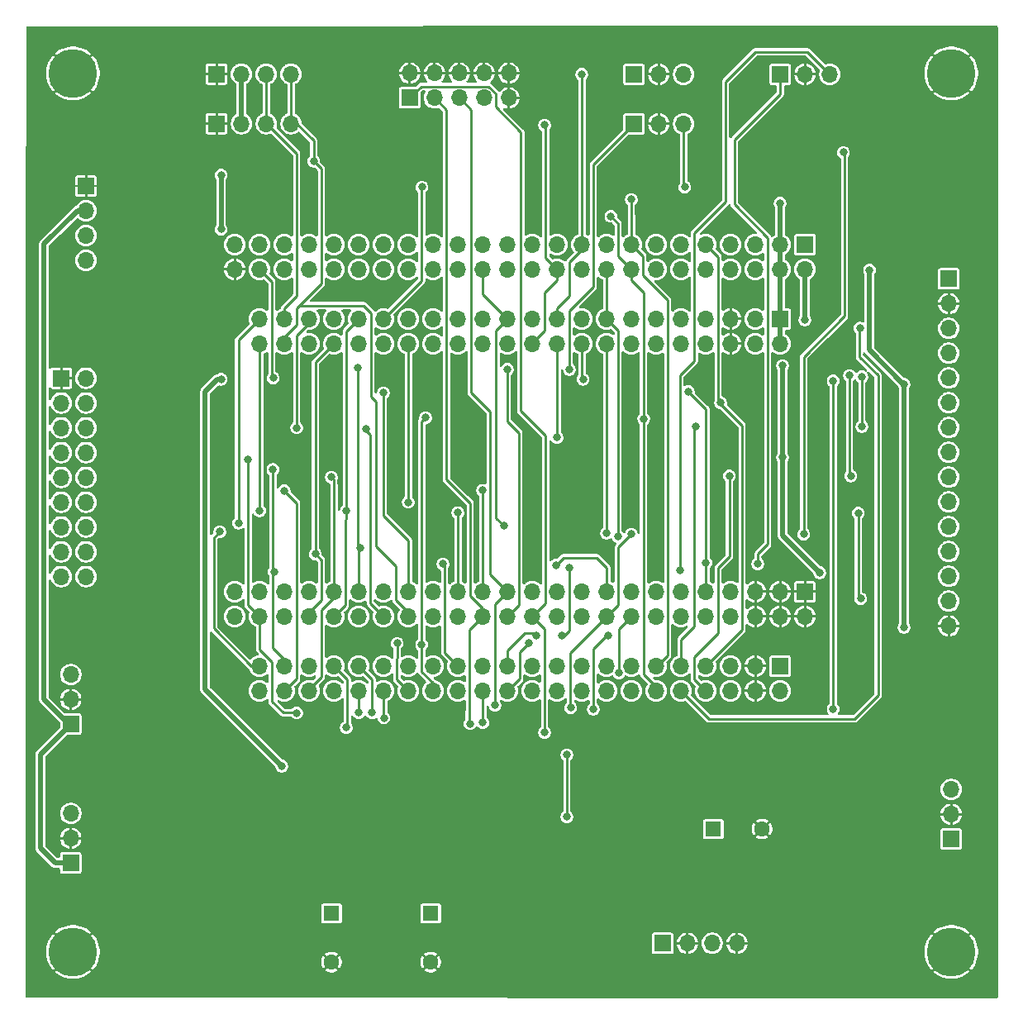
<source format=gbr>
%TF.GenerationSoftware,KiCad,Pcbnew,9.0.0*%
%TF.CreationDate,2025-04-02T15:37:18+08:00*%
%TF.ProjectId,EggClassifier,45676743-6c61-4737-9369-666965722e6b,rev?*%
%TF.SameCoordinates,Original*%
%TF.FileFunction,Copper,L2,Bot*%
%TF.FilePolarity,Positive*%
%FSLAX46Y46*%
G04 Gerber Fmt 4.6, Leading zero omitted, Abs format (unit mm)*
G04 Created by KiCad (PCBNEW 9.0.0) date 2025-04-02 15:37:18*
%MOMM*%
%LPD*%
G01*
G04 APERTURE LIST*
%TA.AperFunction,ComponentPad*%
%ADD10R,1.600000X1.600000*%
%TD*%
%TA.AperFunction,ComponentPad*%
%ADD11C,1.600000*%
%TD*%
%TA.AperFunction,ComponentPad*%
%ADD12R,1.700000X1.700000*%
%TD*%
%TA.AperFunction,ComponentPad*%
%ADD13O,1.700000X1.700000*%
%TD*%
%TA.AperFunction,ComponentPad*%
%ADD14C,5.000000*%
%TD*%
%TA.AperFunction,ViaPad*%
%ADD15C,0.800000*%
%TD*%
%TA.AperFunction,Conductor*%
%ADD16C,0.500000*%
%TD*%
%TA.AperFunction,Conductor*%
%ADD17C,0.250000*%
%TD*%
G04 APERTURE END LIST*
D10*
%TO.P,C4,1*%
%TO.N,VCC*%
X111506000Y-131036000D03*
D11*
%TO.P,C4,2*%
%TO.N,GND*%
X111506000Y-136036000D03*
%TD*%
D12*
%TO.P,J15,1,Pin_1*%
%TO.N,UART2_TX*%
X142499000Y-50160000D03*
D13*
%TO.P,J15,2,Pin_2*%
%TO.N,GND*%
X145039000Y-50160000D03*
%TO.P,J15,3,Pin_3*%
%TO.N,UART2_RX*%
X147579000Y-50160000D03*
%TD*%
D12*
%TO.P,J3,1,Pin_1*%
%TO.N,GND*%
X160020000Y-98080500D03*
D13*
%TO.P,J3,2,Pin_2*%
X160020000Y-100620500D03*
%TO.P,J3,3,Pin_3*%
X157480000Y-98080500D03*
%TO.P,J3,4,Pin_4*%
X157480000Y-100620500D03*
%TO.P,J3,5,Pin_5*%
X154940000Y-98080500D03*
%TO.P,J3,6,Pin_6*%
X154940000Y-100620500D03*
%TO.P,J3,7,Pin_7*%
%TO.N,unconnected-(J3-Pin_7-Pad7)*%
X152400000Y-98080500D03*
%TO.P,J3,8,Pin_8*%
%TO.N,unconnected-(J3-Pin_8-Pad8)*%
X152400000Y-100620500D03*
%TO.P,J3,9,Pin_9*%
%TO.N,TFT_RS*%
X149860000Y-98080500D03*
%TO.P,J3,10,Pin_10*%
%TO.N,TFT_BL*%
X149860000Y-100620500D03*
%TO.P,J3,11,Pin_11*%
%TO.N,ADC_IN1*%
X147320000Y-98080500D03*
%TO.P,J3,12,Pin_12*%
%TO.N,ADC_IN2*%
X147320000Y-100620500D03*
%TO.P,J3,13,Pin_13*%
%TO.N,SERVO_OUT1*%
X144780000Y-98080500D03*
%TO.P,J3,14,Pin_14*%
%TO.N,CAM_HS*%
X144780000Y-100620500D03*
%TO.P,J3,15,Pin_15*%
%TO.N,unconnected-(J3-Pin_15-Pad15)*%
X142240000Y-98080500D03*
%TO.P,J3,16,Pin_16*%
%TO.N,SERVO_OUT2*%
X142240000Y-100620500D03*
%TO.P,J3,17,Pin_17*%
%TO.N,PWDN*%
X139700000Y-98080500D03*
%TO.P,J3,18,Pin_18*%
%TO.N,USER_GPIO4*%
X139700000Y-100620500D03*
%TO.P,J3,19,Pin_19*%
%TO.N,unconnected-(J3-Pin_19-Pad19)*%
X137160000Y-98080500D03*
%TO.P,J3,20,Pin_20*%
%TO.N,unconnected-(J3-Pin_20-Pad20)*%
X137160000Y-100620500D03*
%TO.P,J3,21,Pin_21*%
%TO.N,unconnected-(J3-Pin_21-Pad21)*%
X134620000Y-98080500D03*
%TO.P,J3,22,Pin_22*%
%TO.N,unconnected-(J3-Pin_22-Pad22)*%
X134620000Y-100620500D03*
%TO.P,J3,23,Pin_23*%
%TO.N,unconnected-(J3-Pin_23-Pad23)*%
X132080000Y-98080500D03*
%TO.P,J3,24,Pin_24*%
%TO.N,USER_GPIO1*%
X132080000Y-100620500D03*
%TO.P,J3,25,Pin_25*%
%TO.N,USER_GPIO3*%
X129540000Y-98080500D03*
%TO.P,J3,26,Pin_26*%
%TO.N,UART2_TX*%
X129540000Y-100620500D03*
%TO.P,J3,27,Pin_27*%
%TO.N,CAM_D4*%
X127000000Y-98080500D03*
%TO.P,J3,28,Pin_28*%
%TO.N,USER_GPIO2*%
X127000000Y-100620500D03*
%TO.P,J3,29,Pin_29*%
%TO.N,TFT_INT*%
X124460000Y-98080500D03*
%TO.P,J3,30,Pin_30*%
%TO.N,CAM_D6*%
X124460000Y-100620500D03*
%TO.P,J3,31,Pin_31*%
%TO.N,unconnected-(J3-Pin_31-Pad31)*%
X121920000Y-98080500D03*
%TO.P,J3,32,Pin_32*%
%TO.N,unconnected-(J3-Pin_32-Pad32)*%
X121920000Y-100620500D03*
%TO.P,J3,33,Pin_33*%
%TO.N,I2C1_SDA*%
X119380000Y-98080500D03*
%TO.P,J3,34,Pin_34*%
%TO.N,I2C1_SCL*%
X119380000Y-100620500D03*
%TO.P,J3,35,Pin_35*%
%TO.N,unconnected-(J3-Pin_35-Pad35)*%
X116840000Y-98080500D03*
%TO.P,J3,36,Pin_36*%
%TO.N,CAM_VS*%
X116840000Y-100620500D03*
%TO.P,J3,37,Pin_37*%
%TO.N,SPI1_MOSI*%
X114300000Y-98080500D03*
%TO.P,J3,38,Pin_38*%
%TO.N,unconnected-(J3-Pin_38-Pad38)*%
X114300000Y-100620500D03*
%TO.P,J3,39,Pin_39*%
%TO.N,CAM_D7*%
X111760000Y-98080500D03*
%TO.P,J3,40,Pin_40*%
%TO.N,SPI1_SCK*%
X111760000Y-100620500D03*
%TO.P,J3,41,Pin_41*%
%TO.N,unconnected-(J3-Pin_41-Pad41)*%
X109220000Y-98080500D03*
%TO.P,J3,42,Pin_42*%
%TO.N,SPI1_MISO*%
X109220000Y-100620500D03*
%TO.P,J3,43,Pin_43*%
%TO.N,unconnected-(J3-Pin_43-Pad43)*%
X106680000Y-98080500D03*
%TO.P,J3,44,Pin_44*%
%TO.N,NRESET*%
X106680000Y-100620500D03*
%TO.P,J3,45,Pin_45*%
%TO.N,unconnected-(J3-Pin_45-Pad45)*%
X104140000Y-98080500D03*
%TO.P,J3,46,Pin_46*%
%TO.N,CAM_PCLK*%
X104140000Y-100620500D03*
%TO.P,J3,47,Pin_47*%
%TO.N,unconnected-(J3-Pin_47-Pad47)*%
X101600000Y-98080500D03*
%TO.P,J3,48,Pin_48*%
%TO.N,unconnected-(J3-Pin_48-Pad48)*%
X101600000Y-100620500D03*
%TD*%
D12*
%TO.P,J11,1,Pin_1*%
%TO.N,VCC*%
X84785200Y-125882400D03*
D13*
%TO.P,J11,2,Pin_2*%
%TO.N,GND*%
X84785200Y-123342400D03*
%TO.P,J11,3,Pin_3*%
%TO.N,Net-(J11-Pin_3)*%
X84785200Y-120802400D03*
%TD*%
D14*
%TO.P,H2,1*%
%TO.N,GND*%
X85000000Y-135000000D03*
%TD*%
%TO.P,H4,1*%
%TO.N,GND*%
X175000000Y-45000000D03*
%TD*%
D12*
%TO.P,J10,1,Pin_1*%
%TO.N,GND*%
X99735800Y-45054600D03*
D13*
%TO.P,J10,2,Pin_2*%
%TO.N,VCC*%
X102275800Y-45054600D03*
%TO.P,J10,3,Pin_3*%
%TO.N,I2C1_SDA*%
X104815800Y-45054600D03*
%TO.P,J10,4,Pin_4*%
%TO.N,I2C1_SCL*%
X107355800Y-45054600D03*
%TD*%
D12*
%TO.P,J17,1,Pin_1*%
%TO.N,VCC*%
X174752000Y-66040000D03*
D13*
%TO.P,J17,2,Pin_2*%
%TO.N,GND*%
X174752000Y-68580000D03*
%TO.P,J17,3,Pin_3*%
%TO.N,SPI2_NCS*%
X174752000Y-71120000D03*
%TO.P,J17,4,Pin_4*%
%TO.N,Net-(J17-Pin_4)*%
X174752000Y-73660000D03*
%TO.P,J17,5,Pin_5*%
%TO.N,TFT_RS*%
X174752000Y-76200000D03*
%TO.P,J17,6,Pin_6*%
%TO.N,SPI2_MOSI*%
X174752000Y-78740000D03*
%TO.P,J17,7,Pin_7*%
%TO.N,SPI2_SCK*%
X174752000Y-81280000D03*
%TO.P,J17,8,Pin_8*%
%TO.N,TFT_BL*%
X174752000Y-83820000D03*
%TO.P,J17,9,Pin_9*%
%TO.N,SPI2_MISO*%
X174752000Y-86360000D03*
%TO.P,J17,10,Pin_10*%
%TO.N,SPI1_SCK*%
X174752000Y-88900000D03*
%TO.P,J17,11,Pin_11*%
%TO.N,SPI1_NCS*%
X174752000Y-91440000D03*
%TO.P,J17,12,Pin_12*%
%TO.N,SPI1_MOSI*%
X174752000Y-93980000D03*
%TO.P,J17,13,Pin_13*%
%TO.N,SPI1_MISO*%
X174752000Y-96520000D03*
%TO.P,J17,14,Pin_14*%
%TO.N,TFT_INT*%
X174752000Y-99060000D03*
%TO.P,J17,15,Pin_15*%
%TO.N,GND*%
X174752000Y-101600000D03*
%TD*%
D12*
%TO.P,J9,1,Pin_1*%
%TO.N,ADC_IN1*%
X157485000Y-45080000D03*
D13*
%TO.P,J9,2,Pin_2*%
%TO.N,GND*%
X160025000Y-45080000D03*
%TO.P,J9,3,Pin_3*%
%TO.N,ADC_IN2*%
X162565000Y-45080000D03*
%TD*%
D10*
%TO.P,C3,1*%
%TO.N,VCC*%
X121666000Y-131036000D03*
D11*
%TO.P,C3,2*%
%TO.N,GND*%
X121666000Y-136036000D03*
%TD*%
D12*
%TO.P,J4,1,Pin_1*%
%TO.N,+5V*%
X157480000Y-70140500D03*
D13*
%TO.P,J4,2,Pin_2*%
X157480000Y-72680500D03*
%TO.P,J4,3,Pin_3*%
%TO.N,+3.3V*%
X154940000Y-70140500D03*
%TO.P,J4,4,Pin_4*%
X154940000Y-72680500D03*
%TO.P,J4,5,Pin_5*%
%TO.N,GND*%
X152400000Y-70140500D03*
%TO.P,J4,6,Pin_6*%
X152400000Y-72680500D03*
%TO.P,J4,7,Pin_7*%
%TO.N,unconnected-(J4-Pin_7-Pad7)*%
X149860000Y-70140500D03*
%TO.P,J4,8,Pin_8*%
%TO.N,unconnected-(J4-Pin_8-Pad8)*%
X149860000Y-72680500D03*
%TO.P,J4,9,Pin_9*%
%TO.N,unconnected-(J4-Pin_9-Pad9)*%
X147320000Y-70140500D03*
%TO.P,J4,10,Pin_10*%
%TO.N,unconnected-(J4-Pin_10-Pad10)*%
X147320000Y-72680500D03*
%TO.P,J4,11,Pin_11*%
%TO.N,unconnected-(J4-Pin_11-Pad11)*%
X144780000Y-70140500D03*
%TO.P,J4,12,Pin_12*%
%TO.N,unconnected-(J4-Pin_12-Pad12)*%
X144780000Y-72680500D03*
%TO.P,J4,13,Pin_13*%
%TO.N,unconnected-(J4-Pin_13-Pad13)*%
X142240000Y-70140500D03*
%TO.P,J4,14,Pin_14*%
%TO.N,unconnected-(J4-Pin_14-Pad14)*%
X142240000Y-72680500D03*
%TO.P,J4,15,Pin_15*%
%TO.N,CAM_D1*%
X139700000Y-70140500D03*
%TO.P,J4,16,Pin_16*%
%TO.N,CAM_D0*%
X139700000Y-72680500D03*
%TO.P,J4,17,Pin_17*%
%TO.N,unconnected-(J4-Pin_17-Pad17)*%
X137160000Y-70140500D03*
%TO.P,J4,18,Pin_18*%
%TO.N,FAN_OUT*%
X137160000Y-72680500D03*
%TO.P,J4,19,Pin_19*%
%TO.N,UART1_TX*%
X134620000Y-70140500D03*
%TO.P,J4,20,Pin_20*%
%TO.N,CAM_MCLK*%
X134620000Y-72680500D03*
%TO.P,J4,21,Pin_21*%
%TO.N,unconnected-(J4-Pin_21-Pad21)*%
X132080000Y-70140500D03*
%TO.P,J4,22,Pin_22*%
%TO.N,UART1_RX*%
X132080000Y-72680500D03*
%TO.P,J4,23,Pin_23*%
%TO.N,SPI1_NCS*%
X129540000Y-70140500D03*
%TO.P,J4,24,Pin_24*%
%TO.N,unconnected-(J4-Pin_24-Pad24)*%
X129540000Y-72680500D03*
%TO.P,J4,25,Pin_25*%
%TO.N,unconnected-(J4-Pin_25-Pad25)*%
X127000000Y-70140500D03*
%TO.P,J4,26,Pin_26*%
%TO.N,unconnected-(J4-Pin_26-Pad26)*%
X127000000Y-72680500D03*
%TO.P,J4,27,Pin_27*%
%TO.N,unconnected-(J4-Pin_27-Pad27)*%
X124460000Y-70140500D03*
%TO.P,J4,28,Pin_28*%
%TO.N,unconnected-(J4-Pin_28-Pad28)*%
X124460000Y-72680500D03*
%TO.P,J4,29,Pin_29*%
%TO.N,unconnected-(J4-Pin_29-Pad29)*%
X121920000Y-70140500D03*
%TO.P,J4,30,Pin_30*%
%TO.N,unconnected-(J4-Pin_30-Pad30)*%
X121920000Y-72680500D03*
%TO.P,J4,31,Pin_31*%
%TO.N,unconnected-(J4-Pin_31-Pad31)*%
X119380000Y-70140500D03*
%TO.P,J4,32,Pin_32*%
%TO.N,CAM_D5*%
X119380000Y-72680500D03*
%TO.P,J4,33,Pin_33*%
%TO.N,UART2_RX*%
X116840000Y-70140500D03*
%TO.P,J4,34,Pin_34*%
%TO.N,unconnected-(J4-Pin_34-Pad34)*%
X116840000Y-72680500D03*
%TO.P,J4,35,Pin_35*%
%TO.N,SPI1_SCK*%
X114300000Y-70140500D03*
%TO.P,J4,36,Pin_36*%
%TO.N,unconnected-(J4-Pin_36-Pad36)*%
X114300000Y-72680500D03*
%TO.P,J4,37,Pin_37*%
%TO.N,SPI1_MOSI*%
X111760000Y-70140500D03*
%TO.P,J4,38,Pin_38*%
%TO.N,SPI1_MISO*%
X111760000Y-72680500D03*
%TO.P,J4,39,Pin_39*%
%TO.N,CAM_VS*%
X109220000Y-70140500D03*
%TO.P,J4,40,Pin_40*%
%TO.N,unconnected-(J4-Pin_40-Pad40)*%
X109220000Y-72680500D03*
%TO.P,J4,41,Pin_41*%
%TO.N,I2C1_SDA*%
X106680000Y-70140500D03*
%TO.P,J4,42,Pin_42*%
%TO.N,I2C1_SCL*%
X106680000Y-72680500D03*
%TO.P,J4,43,Pin_43*%
%TO.N,CAM_D3*%
X104140000Y-70140500D03*
%TO.P,J4,44,Pin_44*%
%TO.N,CAM_D2*%
X104140000Y-72680500D03*
%TD*%
D14*
%TO.P,H1,1*%
%TO.N,GND*%
X85000000Y-45000000D03*
%TD*%
%TO.P,H3,1*%
%TO.N,GND*%
X175000000Y-135000000D03*
%TD*%
D12*
%TO.P,J1,1,Pin_1*%
%TO.N,+3.3V*%
X160020000Y-62520500D03*
D13*
%TO.P,J1,2,Pin_2*%
X160020000Y-65060500D03*
%TO.P,J1,3,Pin_3*%
%TO.N,+5V*%
X157480000Y-62520500D03*
%TO.P,J1,4,Pin_4*%
X157480000Y-65060500D03*
%TO.P,J1,5,Pin_5*%
%TO.N,unconnected-(J1-Pin_5-Pad5)*%
X154940000Y-62520500D03*
%TO.P,J1,6,Pin_6*%
%TO.N,unconnected-(J1-Pin_6-Pad6)*%
X154940000Y-65060500D03*
%TO.P,J1,7,Pin_7*%
%TO.N,SPI2_NCS*%
X152400000Y-62520500D03*
%TO.P,J1,8,Pin_8*%
%TO.N,unconnected-(J1-Pin_8-Pad8)*%
X152400000Y-65060500D03*
%TO.P,J1,9,Pin_9*%
%TO.N,SPI2_MOSI*%
X149860000Y-62520500D03*
%TO.P,J1,10,Pin_10*%
%TO.N,SPI2_SCK*%
X149860000Y-65060500D03*
%TO.P,J1,11,Pin_11*%
%TO.N,unconnected-(J1-Pin_11-Pad11)*%
X147320000Y-62520500D03*
%TO.P,J1,12,Pin_12*%
%TO.N,SPI2_MISO*%
X147320000Y-65060500D03*
%TO.P,J1,13,Pin_13*%
%TO.N,unconnected-(J1-Pin_13-Pad13)*%
X144780000Y-62520500D03*
%TO.P,J1,14,Pin_14*%
%TO.N,unconnected-(J1-Pin_14-Pad14)*%
X144780000Y-65060500D03*
%TO.P,J1,15,Pin_15*%
%TO.N,I2C2_SDA*%
X142240000Y-62520500D03*
%TO.P,J1,16,Pin_16*%
%TO.N,I2C2_SCL*%
X142240000Y-65060500D03*
%TO.P,J1,17,Pin_17*%
%TO.N,CAM_MCLK*%
X139700000Y-62520500D03*
%TO.P,J1,18,Pin_18*%
%TO.N,CAM_D1*%
X139700000Y-65060500D03*
%TO.P,J1,19,Pin_19*%
%TO.N,UART1_TX*%
X137160000Y-62520500D03*
%TO.P,J1,20,Pin_20*%
%TO.N,CAM_D0*%
X137160000Y-65060500D03*
%TO.P,J1,21,Pin_21*%
%TO.N,unconnected-(J1-Pin_21-Pad21)*%
X134620000Y-62520500D03*
%TO.P,J1,22,Pin_22*%
%TO.N,UART1_RX*%
X134620000Y-65060500D03*
%TO.P,J1,23,Pin_23*%
%TO.N,CAM_D5*%
X132080000Y-62520500D03*
%TO.P,J1,24,Pin_24*%
%TO.N,unconnected-(J1-Pin_24-Pad24)*%
X132080000Y-65060500D03*
%TO.P,J1,25,Pin_25*%
%TO.N,unconnected-(J1-Pin_25-Pad25)*%
X129540000Y-62520500D03*
%TO.P,J1,26,Pin_26*%
%TO.N,unconnected-(J1-Pin_26-Pad26)*%
X129540000Y-65060500D03*
%TO.P,J1,27,Pin_27*%
%TO.N,unconnected-(J1-Pin_27-Pad27)*%
X127000000Y-62520500D03*
%TO.P,J1,28,Pin_28*%
%TO.N,SPI1_NCS*%
X127000000Y-65060500D03*
%TO.P,J1,29,Pin_29*%
%TO.N,unconnected-(J1-Pin_29-Pad29)*%
X124460000Y-62520500D03*
%TO.P,J1,30,Pin_30*%
%TO.N,UART2_RX*%
X124460000Y-65060500D03*
%TO.P,J1,31,Pin_31*%
%TO.N,unconnected-(J1-Pin_31-Pad31)*%
X121920000Y-62520500D03*
%TO.P,J1,32,Pin_32*%
%TO.N,unconnected-(J1-Pin_32-Pad32)*%
X121920000Y-65060500D03*
%TO.P,J1,33,Pin_33*%
%TO.N,CAM_D3*%
X119380000Y-62520500D03*
%TO.P,J1,34,Pin_34*%
%TO.N,unconnected-(J1-Pin_34-Pad34)*%
X119380000Y-65060500D03*
%TO.P,J1,35,Pin_35*%
%TO.N,unconnected-(J1-Pin_35-Pad35)*%
X116840000Y-62520500D03*
%TO.P,J1,36,Pin_36*%
%TO.N,unconnected-(J1-Pin_36-Pad36)*%
X116840000Y-65060500D03*
%TO.P,J1,37,Pin_37*%
%TO.N,unconnected-(J1-Pin_37-Pad37)*%
X114300000Y-62520500D03*
%TO.P,J1,38,Pin_38*%
%TO.N,unconnected-(J1-Pin_38-Pad38)*%
X114300000Y-65060500D03*
%TO.P,J1,39,Pin_39*%
%TO.N,CAM_D2*%
X111760000Y-62520500D03*
%TO.P,J1,40,Pin_40*%
%TO.N,unconnected-(J1-Pin_40-Pad40)*%
X111760000Y-65060500D03*
%TO.P,J1,41,Pin_41*%
%TO.N,unconnected-(J1-Pin_41-Pad41)*%
X109220000Y-62520500D03*
%TO.P,J1,42,Pin_42*%
%TO.N,unconnected-(J1-Pin_42-Pad42)*%
X109220000Y-65060500D03*
%TO.P,J1,43,Pin_43*%
%TO.N,unconnected-(J1-Pin_43-Pad43)*%
X106680000Y-62520500D03*
%TO.P,J1,44,Pin_44*%
%TO.N,unconnected-(J1-Pin_44-Pad44)*%
X106680000Y-65060500D03*
%TO.P,J1,45,Pin_45*%
%TO.N,unconnected-(J1-Pin_45-Pad45)*%
X104140000Y-62520500D03*
%TO.P,J1,46,Pin_46*%
%TO.N,FAN_OUT*%
X104140000Y-65060500D03*
%TO.P,J1,47,Pin_47*%
%TO.N,unconnected-(J1-Pin_47-Pad47)*%
X101600000Y-62520500D03*
%TO.P,J1,48,Pin_48*%
%TO.N,GND*%
X101600000Y-65060500D03*
%TD*%
D12*
%TO.P,J14,1,Pin_1*%
%TO.N,Net-(D3-K)*%
X175006000Y-123429000D03*
D13*
%TO.P,J14,2,Pin_2*%
%TO.N,GND*%
X175006000Y-120889000D03*
%TO.P,J14,3,Pin_3*%
%TO.N,Net-(D4-A)*%
X175006000Y-118349000D03*
%TD*%
D10*
%TO.P,C1,1*%
%TO.N,+12V*%
X150622000Y-122400000D03*
D11*
%TO.P,C1,2*%
%TO.N,GND*%
X155622000Y-122400000D03*
%TD*%
D12*
%TO.P,J12,1,Pin_1*%
%TO.N,GND*%
X99745800Y-50134600D03*
D13*
%TO.P,J12,2,Pin_2*%
%TO.N,VCC*%
X102285800Y-50134600D03*
%TO.P,J12,3,Pin_3*%
%TO.N,I2C1_SDA*%
X104825800Y-50134600D03*
%TO.P,J12,4,Pin_4*%
%TO.N,I2C1_SCL*%
X107365800Y-50134600D03*
%TD*%
D12*
%TO.P,J16,1,Pin_1*%
%TO.N,GND*%
X86350000Y-56520000D03*
D13*
%TO.P,J16,2,Pin_2*%
%TO.N,VCC*%
X86350000Y-59060000D03*
%TO.P,J16,3,Pin_3*%
%TO.N,I2C2_SDA*%
X86350000Y-61600000D03*
%TO.P,J16,4,Pin_4*%
%TO.N,I2C2_SCL*%
X86350000Y-64140000D03*
%TD*%
D12*
%TO.P,J2,1,Pin_1*%
%TO.N,+3.3V*%
X157480000Y-105700500D03*
D13*
%TO.P,J2,2,Pin_2*%
X157480000Y-108240500D03*
%TO.P,J2,3,Pin_3*%
%TO.N,GND*%
X154940000Y-105700500D03*
%TO.P,J2,4,Pin_4*%
X154940000Y-108240500D03*
%TO.P,J2,5,Pin_5*%
%TO.N,unconnected-(J2-Pin_5-Pad5)*%
X152400000Y-105700500D03*
%TO.P,J2,6,Pin_6*%
%TO.N,unconnected-(J2-Pin_6-Pad6)*%
X152400000Y-108240500D03*
%TO.P,J2,7,Pin_7*%
%TO.N,SPI2_MOSI*%
X149860000Y-105700500D03*
%TO.P,J2,8,Pin_8*%
%TO.N,SPI2_MISO*%
X149860000Y-108240500D03*
%TO.P,J2,9,Pin_9*%
%TO.N,SPI2_SCK*%
X147320000Y-105700500D03*
%TO.P,J2,10,Pin_10*%
%TO.N,SPI2_NCS*%
X147320000Y-108240500D03*
%TO.P,J2,11,Pin_11*%
%TO.N,I2C2_SDA*%
X144780000Y-105700500D03*
%TO.P,J2,12,Pin_12*%
%TO.N,I2C2_SCL*%
X144780000Y-108240500D03*
%TO.P,J2,13,Pin_13*%
%TO.N,unconnected-(J2-Pin_13-Pad13)*%
X142240000Y-105700500D03*
%TO.P,J2,14,Pin_14*%
%TO.N,unconnected-(J2-Pin_14-Pad14)*%
X142240000Y-108240500D03*
%TO.P,J2,15,Pin_15*%
%TO.N,unconnected-(J2-Pin_15-Pad15)*%
X139700000Y-105700500D03*
%TO.P,J2,16,Pin_16*%
%TO.N,unconnected-(J2-Pin_16-Pad16)*%
X139700000Y-108240500D03*
%TO.P,J2,17,Pin_17*%
%TO.N,unconnected-(J2-Pin_17-Pad17)*%
X137160000Y-105700500D03*
%TO.P,J2,18,Pin_18*%
%TO.N,unconnected-(J2-Pin_18-Pad18)*%
X137160000Y-108240500D03*
%TO.P,J2,19,Pin_19*%
%TO.N,unconnected-(J2-Pin_19-Pad19)*%
X134620000Y-105700500D03*
%TO.P,J2,20,Pin_20*%
%TO.N,unconnected-(J2-Pin_20-Pad20)*%
X134620000Y-108240500D03*
%TO.P,J2,21,Pin_21*%
%TO.N,unconnected-(J2-Pin_21-Pad21)*%
X132080000Y-105700500D03*
%TO.P,J2,22,Pin_22*%
%TO.N,unconnected-(J2-Pin_22-Pad22)*%
X132080000Y-108240500D03*
%TO.P,J2,23,Pin_23*%
%TO.N,TFT_RS*%
X129540000Y-105700500D03*
%TO.P,J2,24,Pin_24*%
%TO.N,TFT_BL*%
X129540000Y-108240500D03*
%TO.P,J2,25,Pin_25*%
%TO.N,ADC_IN2*%
X127000000Y-105700500D03*
%TO.P,J2,26,Pin_26*%
%TO.N,ADC_IN1*%
X127000000Y-108240500D03*
%TO.P,J2,27,Pin_27*%
%TO.N,PWDN*%
X124460000Y-105700500D03*
%TO.P,J2,28,Pin_28*%
%TO.N,CAM_PCLK*%
X124460000Y-108240500D03*
%TO.P,J2,29,Pin_29*%
%TO.N,SERVO_OUT1*%
X121920000Y-105700500D03*
%TO.P,J2,30,Pin_30*%
%TO.N,CAM_HS*%
X121920000Y-108240500D03*
%TO.P,J2,31,Pin_31*%
%TO.N,SERVO_OUT2*%
X119380000Y-105700500D03*
%TO.P,J2,32,Pin_32*%
%TO.N,UART2_TX*%
X119380000Y-108240500D03*
%TO.P,J2,33,Pin_33*%
%TO.N,unconnected-(J2-Pin_33-Pad33)*%
X116840000Y-105700500D03*
%TO.P,J2,34,Pin_34*%
%TO.N,USER_GPIO4*%
X116840000Y-108240500D03*
%TO.P,J2,35,Pin_35*%
%TO.N,USER_GPIO3*%
X114300000Y-105700500D03*
%TO.P,J2,36,Pin_36*%
%TO.N,USER_GPIO2*%
X114300000Y-108240500D03*
%TO.P,J2,37,Pin_37*%
%TO.N,USER_GPIO1*%
X111760000Y-105700500D03*
%TO.P,J2,38,Pin_38*%
%TO.N,unconnected-(J2-Pin_38-Pad38)*%
X111760000Y-108240500D03*
%TO.P,J2,39,Pin_39*%
%TO.N,NRESET*%
X109220000Y-105700500D03*
%TO.P,J2,40,Pin_40*%
%TO.N,CAM_D7*%
X109220000Y-108240500D03*
%TO.P,J2,41,Pin_41*%
%TO.N,CAM_D6*%
X106680000Y-105700500D03*
%TO.P,J2,42,Pin_42*%
%TO.N,CAM_D4*%
X106680000Y-108240500D03*
%TO.P,J2,43,Pin_43*%
%TO.N,TFT_INT*%
X104140000Y-105700500D03*
%TO.P,J2,44,Pin_44*%
%TO.N,unconnected-(J2-Pin_44-Pad44)*%
X104140000Y-108240500D03*
%TD*%
D12*
%TO.P,J13,1,Pin_1*%
%TO.N,UART1_TX*%
X142499000Y-45080000D03*
D13*
%TO.P,J13,2,Pin_2*%
%TO.N,GND*%
X145039000Y-45080000D03*
%TO.P,J13,3,Pin_3*%
%TO.N,UART1_RX*%
X147579000Y-45080000D03*
%TD*%
D12*
%TO.P,J7,1,Pin_1*%
%TO.N,USER_GPIO1*%
X119502000Y-47498000D03*
D13*
%TO.P,J7,2,Pin_2*%
%TO.N,GND*%
X119502000Y-44958000D03*
%TO.P,J7,3,Pin_3*%
%TO.N,USER_GPIO2*%
X122042000Y-47498000D03*
%TO.P,J7,4,Pin_4*%
%TO.N,GND*%
X122042000Y-44958000D03*
%TO.P,J7,5,Pin_5*%
%TO.N,USER_GPIO3*%
X124582000Y-47498000D03*
%TO.P,J7,6,Pin_6*%
%TO.N,GND*%
X124582000Y-44958000D03*
%TO.P,J7,7,Pin_7*%
%TO.N,USER_GPIO4*%
X127122000Y-47498000D03*
%TO.P,J7,8,Pin_8*%
%TO.N,GND*%
X127122000Y-44958000D03*
%TO.P,J7,9,Pin_9*%
X129662000Y-47498000D03*
%TO.P,J7,10,Pin_10*%
X129662000Y-44958000D03*
%TD*%
D12*
%TO.P,J5,1,Pin_1*%
%TO.N,VCC*%
X145425000Y-134112000D03*
D13*
%TO.P,J5,2,Pin_2*%
%TO.N,GND*%
X147965000Y-134112000D03*
%TO.P,J5,3,Pin_3*%
%TO.N,+12V*%
X150505000Y-134112000D03*
%TO.P,J5,4,Pin_4*%
%TO.N,GND*%
X153045000Y-134112000D03*
%TD*%
D12*
%TO.P,J8,1,Pin_1*%
%TO.N,VCC*%
X84785200Y-111658400D03*
D13*
%TO.P,J8,2,Pin_2*%
%TO.N,GND*%
X84785200Y-109118400D03*
%TO.P,J8,3,Pin_3*%
%TO.N,Net-(J8-Pin_3)*%
X84785200Y-106578400D03*
%TD*%
D12*
%TO.P,J6,1,Pin_1*%
%TO.N,GND*%
X83810000Y-76210000D03*
D13*
%TO.P,J6,2,Pin_2*%
%TO.N,+3.3V*%
X86350000Y-76210000D03*
%TO.P,J6,3,Pin_3*%
%TO.N,I2C2_SDA*%
X83810000Y-78750000D03*
%TO.P,J6,4,Pin_4*%
%TO.N,I2C2_SCL*%
X86350000Y-78750000D03*
%TO.P,J6,5,Pin_5*%
%TO.N,CAM_HS*%
X83810000Y-81290000D03*
%TO.P,J6,6,Pin_6*%
%TO.N,CAM_VS*%
X86350000Y-81290000D03*
%TO.P,J6,7,Pin_7*%
%TO.N,CAM_MCLK*%
X83810000Y-83830000D03*
%TO.P,J6,8,Pin_8*%
%TO.N,CAM_PCLK*%
X86350000Y-83830000D03*
%TO.P,J6,9,Pin_9*%
%TO.N,CAM_D6*%
X83810000Y-86370000D03*
%TO.P,J6,10,Pin_10*%
%TO.N,CAM_D7*%
X86350000Y-86370000D03*
%TO.P,J6,11,Pin_11*%
%TO.N,CAM_D4*%
X83810000Y-88910000D03*
%TO.P,J6,12,Pin_12*%
%TO.N,CAM_D5*%
X86350000Y-88910000D03*
%TO.P,J6,13,Pin_13*%
%TO.N,CAM_D2*%
X83810000Y-91450000D03*
%TO.P,J6,14,Pin_14*%
%TO.N,CAM_D3*%
X86350000Y-91450000D03*
%TO.P,J6,15,Pin_15*%
%TO.N,CAM_D0*%
X83810000Y-93990000D03*
%TO.P,J6,16,Pin_16*%
%TO.N,CAM_D1*%
X86350000Y-93990000D03*
%TO.P,J6,17,Pin_17*%
%TO.N,PWDN*%
X83810000Y-96530000D03*
%TO.P,J6,18,Pin_18*%
%TO.N,NRESET*%
X86350000Y-96530000D03*
%TD*%
D15*
%TO.N,GND*%
X88235900Y-117722600D03*
X95367000Y-83307000D03*
X144770000Y-83307000D03*
X142103000Y-83307000D03*
X136642000Y-83180000D03*
X111760000Y-126751100D03*
X148148100Y-118903500D03*
X106680000Y-125476000D03*
X100193000Y-83307000D03*
X107178000Y-83307000D03*
X133386800Y-136462400D03*
X154676000Y-83307000D03*
X107051000Y-122804000D03*
X91430000Y-104135000D03*
X111496000Y-83307000D03*
X131816000Y-83307000D03*
X151755000Y-83307000D03*
X125466000Y-83307000D03*
X169060400Y-67778900D03*
X84182100Y-70315500D03*
X93007600Y-127044100D03*
X128792400Y-115049600D03*
X130930900Y-122254000D03*
X118100000Y-83307000D03*
%TO.N,+3.3V*%
X170170000Y-101722000D03*
X161534000Y-96134000D03*
X157724000Y-74925000D03*
X166627000Y-65146000D03*
X100193000Y-60955000D03*
X170170000Y-76830000D03*
X100193000Y-55401800D03*
X106416000Y-115946000D03*
X157724000Y-84323000D03*
X100193000Y-76322000D03*
X160010000Y-70226000D03*
%TO.N,+5V*%
X157470000Y-58288000D03*
%TO.N,UART2_RX*%
X120767000Y-56637000D03*
X147691000Y-56637000D03*
%TO.N,SPI1_NCS*%
X129149000Y-91308000D03*
%TO.N,FAN_OUT*%
X162906000Y-76474400D03*
X105527000Y-76195000D03*
X137277000Y-76322000D03*
X162906000Y-110104000D03*
%TO.N,UART1_RX*%
X133340000Y-50287000D03*
%TO.N,CAM_D1*%
X140876000Y-92451000D03*
%TO.N,CAM_D5*%
X119370000Y-88910000D03*
%TO.N,CAM_MCLK*%
X134610000Y-82291000D03*
%TO.N,CAM_D0*%
X139690000Y-92070000D03*
%TO.N,CAM_D3*%
X101971000Y-91054000D03*
%TO.N,CAM_D2*%
X104140000Y-89784000D03*
%TO.N,UART1_TX*%
X137150000Y-45080000D03*
%TO.N,I2C2_SCL*%
X140134500Y-59621500D03*
X143489400Y-80364500D03*
%TO.N,UART2_TX*%
X129530000Y-75306000D03*
X135880000Y-75306000D03*
X118227000Y-103373000D03*
%TO.N,USER_GPIO3*%
X115664000Y-110485000D03*
X128260000Y-109723000D03*
%TO.N,SPI1_MISO*%
X109845000Y-94229000D03*
%TO.N,SERVO_OUT2*%
X140960000Y-106421000D03*
%TO.N,USER_GPIO4*%
X136007000Y-109977000D03*
X159883000Y-92197000D03*
X163947000Y-53081000D03*
X142230000Y-92197000D03*
X116875323Y-111006000D03*
%TO.N,TFT_INT*%
X165725000Y-98801000D03*
X100066000Y-91943000D03*
X165471000Y-90038000D03*
X124450000Y-89987200D03*
%TO.N,CAM_HS*%
X120744000Y-103500000D03*
X121148000Y-80259000D03*
%TO.N,I2C1_SCL*%
X109686100Y-53982300D03*
%TO.N,TFT_RS*%
X135880000Y-95613000D03*
X149860000Y-95118000D03*
X148072000Y-77592000D03*
X132451000Y-102597000D03*
X135118000Y-102597000D03*
%TO.N,CAM_PCLK*%
X102964000Y-84577000D03*
X107940000Y-110498000D03*
%TO.N,ADC_IN2*%
X147183000Y-95893000D03*
%TO.N,USER_GPIO1*%
X133340000Y-112506000D03*
X113020000Y-112009000D03*
%TO.N,CAM_D7*%
X111496000Y-86355000D03*
%TO.N,CAM_D4*%
X127000000Y-87701200D03*
X106670000Y-87752000D03*
%TO.N,PWDN*%
X134483000Y-95372000D03*
X122926000Y-95245000D03*
%TO.N,CAM_VS*%
X107940000Y-81290000D03*
X115052000Y-81402000D03*
%TO.N,ADC_IN1*%
X138336000Y-110104000D03*
X127000000Y-111501000D03*
X155184000Y-95232000D03*
X139817000Y-102598000D03*
%TO.N,SPI1_MOSI*%
X114163000Y-75179000D03*
X114417000Y-93607000D03*
%TO.N,CAM_D6*%
X105504000Y-85570000D03*
X105620015Y-96019999D03*
%TO.N,USER_GPIO2*%
X114300000Y-110485000D03*
X125696508Y-111604508D03*
%TO.N,I2C1_SDA*%
X116830000Y-77719000D03*
%TO.N,SPI1_SCK*%
X113020000Y-89784000D03*
%TO.N,TFT_BL*%
X131689000Y-103373000D03*
%TO.N,SPI2_SCK*%
X165852000Y-76068000D03*
X148834000Y-81148000D03*
X165852000Y-81148000D03*
%TO.N,SPI2_MOSI*%
X151374000Y-78735000D03*
%TO.N,SPI2_MISO*%
X164709000Y-86228000D03*
X152263000Y-86228000D03*
X164582000Y-75941000D03*
%TO.N,SPI2_NCS*%
X165645913Y-71077087D03*
%TO.N,I2C2_SDA*%
X142230000Y-57907000D03*
%TO.N,Net-(U1-BOOST)*%
X135626000Y-114803000D03*
X135626000Y-121153000D03*
%TD*%
D16*
%TO.N,VCC*%
X102285800Y-50134600D02*
X102285800Y-46289600D01*
X82032000Y-62479000D02*
X85461000Y-59050000D01*
X102275800Y-45054600D02*
X102275800Y-46279600D01*
X82032000Y-109088000D02*
X82032000Y-62479000D01*
X81661000Y-124333000D02*
X83210400Y-125882400D01*
X85461000Y-59050000D02*
X86350000Y-59050000D01*
X84602400Y-111658400D02*
X82032000Y-109088000D01*
X102285800Y-46289600D02*
X102275800Y-46279600D01*
X84785200Y-111658400D02*
X81661000Y-114782600D01*
X83210400Y-125882400D02*
X84785200Y-125882400D01*
X81661000Y-114782600D02*
X81661000Y-124333000D01*
%TO.N,+3.3V*%
X100193000Y-60955000D02*
X100193000Y-55401800D01*
X160020000Y-70216000D02*
X160010000Y-70226000D01*
X170170000Y-76830000D02*
X170119350Y-76830000D01*
X160020000Y-65060500D02*
X160020000Y-70216000D01*
X98542000Y-108072000D02*
X106416000Y-115946000D01*
X157724000Y-92324000D02*
X157724000Y-84323000D01*
X161534000Y-96134000D02*
X157724000Y-92324000D01*
X170170000Y-101722000D02*
X170170000Y-76830000D01*
X166614000Y-73324650D02*
X166614000Y-65146000D01*
X99827000Y-76322000D02*
X98542000Y-77607000D01*
X157724000Y-84323000D02*
X157724000Y-74925000D01*
X100193000Y-76322000D02*
X99827000Y-76322000D01*
X170119350Y-76830000D02*
X166614000Y-73324650D01*
X166614000Y-65146000D02*
X166627000Y-65146000D01*
X98542000Y-77607000D02*
X98542000Y-108072000D01*
%TO.N,+5V*%
X157480000Y-58298000D02*
X157470000Y-58288000D01*
X157480000Y-72680500D02*
X157480000Y-70140500D01*
X157480000Y-70140500D02*
X157480000Y-65060500D01*
X157480000Y-65060500D02*
X157480000Y-62520500D01*
X157480000Y-62520500D02*
X157480000Y-58298000D01*
D17*
%TO.N,UART2_RX*%
X116840000Y-70140500D02*
X120744000Y-66236500D01*
X120744000Y-66236500D02*
X120744000Y-56660000D01*
X147691000Y-56637000D02*
X147579000Y-56525000D01*
X147579000Y-56525000D02*
X147579000Y-50160000D01*
X120744000Y-56660000D02*
X120767000Y-56637000D01*
%TO.N,SPI1_NCS*%
X128364000Y-71316500D02*
X129540000Y-70140500D01*
X129540000Y-70140500D02*
X127000000Y-67600500D01*
X127000000Y-67600500D02*
X127000000Y-65060500D01*
X128364000Y-90523000D02*
X128364000Y-71316500D01*
X129149000Y-91308000D02*
X128364000Y-90523000D01*
%TO.N,FAN_OUT*%
X162906000Y-110104000D02*
X162906000Y-76474400D01*
X105527000Y-76195000D02*
X105400000Y-76068000D01*
X137160000Y-72680500D02*
X137160000Y-76205000D01*
X137160000Y-76205000D02*
X137277000Y-76322000D01*
X105400000Y-76068000D02*
X105400000Y-66320500D01*
X105400000Y-66320500D02*
X104140000Y-65060500D01*
%TO.N,UART1_RX*%
X134620000Y-65060500D02*
X134620000Y-66160500D01*
X133340000Y-67440500D02*
X134620000Y-66160500D01*
X133444000Y-50391000D02*
X133340000Y-50287000D01*
X133340000Y-71369000D02*
X133340000Y-67440500D01*
X134620000Y-65060500D02*
X133444000Y-63884500D01*
X132080000Y-72629000D02*
X133340000Y-71369000D01*
X133444000Y-63884500D02*
X133444000Y-50391000D01*
%TO.N,CAM_D1*%
X140876000Y-71316500D02*
X139700000Y-70140500D01*
X140876000Y-92451000D02*
X140876000Y-71316500D01*
X139700000Y-70140500D02*
X139700000Y-65060500D01*
%TO.N,CAM_D5*%
X119370000Y-88910000D02*
X119370000Y-88407000D01*
X119380000Y-88397000D02*
X119380000Y-72680500D01*
X119370000Y-88407000D02*
X119380000Y-88397000D01*
%TO.N,CAM_MCLK*%
X134620000Y-82281000D02*
X134620000Y-72680500D01*
X134610000Y-82291000D02*
X134620000Y-82281000D01*
%TO.N,CAM_D0*%
X139690000Y-92070000D02*
X139700000Y-92060000D01*
X139700000Y-92060000D02*
X139700000Y-72680500D01*
%TO.N,CAM_D3*%
X101971000Y-91054000D02*
X101971000Y-72309500D01*
X101971000Y-72309500D02*
X104140000Y-70140500D01*
%TO.N,CAM_D2*%
X104140000Y-89784000D02*
X104140000Y-72680500D01*
%TO.N,UART1_TX*%
X137160000Y-45090000D02*
X137150000Y-45080000D01*
X134620000Y-70140500D02*
X134620000Y-69040500D01*
X135880000Y-67780500D02*
X135880000Y-64353269D01*
X137160000Y-62520500D02*
X137160000Y-45090000D01*
X134620000Y-69040500D02*
X135880000Y-67780500D01*
X135880000Y-64353269D02*
X137160000Y-63073269D01*
%TO.N,I2C2_SCL*%
X142240000Y-66160500D02*
X143487900Y-67408400D01*
X140876000Y-60363000D02*
X140876000Y-63696500D01*
X143489400Y-80364500D02*
X143489400Y-106537400D01*
X140134500Y-59621500D02*
X140876000Y-60363000D01*
X143487900Y-80363000D02*
X143489400Y-80364500D01*
X143489400Y-106537400D02*
X144780000Y-107828000D01*
X142240000Y-65060500D02*
X142240000Y-66160500D01*
X143487900Y-67408400D02*
X143487900Y-80363000D01*
X140876000Y-63696500D02*
X142240000Y-65060500D01*
%TO.N,UART2_TX*%
X138336000Y-66881000D02*
X138336000Y-54323000D01*
X118204000Y-104920000D02*
X118204000Y-107064500D01*
X135880000Y-75306000D02*
X135880000Y-69337000D01*
X118204000Y-107064500D02*
X119380000Y-108240500D01*
X129530000Y-80640000D02*
X129530000Y-75306000D01*
X138336000Y-54323000D02*
X142499000Y-50160000D01*
X130716000Y-99444500D02*
X130716000Y-81826000D01*
X118227000Y-104897000D02*
X118204000Y-104920000D01*
X135880000Y-69337000D02*
X138336000Y-66881000D01*
X129540000Y-100620500D02*
X130716000Y-99444500D01*
X118227000Y-103373000D02*
X118227000Y-104897000D01*
X130716000Y-81826000D02*
X129530000Y-80640000D01*
%TO.N,USER_GPIO3*%
X125824000Y-77696000D02*
X127752000Y-79624000D01*
X127752000Y-87355800D02*
X127776000Y-87379800D01*
X128260000Y-99360500D02*
X129540000Y-98080500D01*
X124582000Y-47498000D02*
X125824000Y-48740000D01*
X115664000Y-110485000D02*
X115664000Y-107064500D01*
X127752000Y-96292500D02*
X129540000Y-98080500D01*
X128260000Y-109723000D02*
X128260000Y-99360500D01*
X115664000Y-107064500D02*
X114300000Y-105700500D01*
X125824000Y-48740000D02*
X125824000Y-77696000D01*
X127776000Y-88022600D02*
X127752000Y-88046600D01*
X127752000Y-88046600D02*
X127752000Y-96292500D01*
X127776000Y-87379800D02*
X127776000Y-88022600D01*
X127752000Y-79624000D02*
X127752000Y-87355800D01*
%TO.N,SPI1_MISO*%
X109845000Y-74595500D02*
X111760000Y-72680500D01*
X109845000Y-94229000D02*
X110480000Y-94864000D01*
X110480000Y-98928000D02*
X109220000Y-100188000D01*
X109845000Y-94229000D02*
X109845000Y-74595500D01*
X110480000Y-94864000D02*
X110480000Y-98928000D01*
%TO.N,SERVO_OUT2*%
X140960000Y-106421000D02*
X140960000Y-101900500D01*
X140960000Y-101900500D02*
X142240000Y-100620500D01*
%TO.N,USER_GPIO4*%
X136007000Y-109596000D02*
X135984000Y-109573000D01*
X140876000Y-99444500D02*
X140876000Y-93551000D01*
X136007000Y-109977000D02*
X136007000Y-109596000D01*
X164074000Y-53208000D02*
X164074000Y-69845000D01*
X159883000Y-74036000D02*
X159883000Y-92197000D01*
X163947000Y-53081000D02*
X164074000Y-53208000D01*
X135984000Y-104336500D02*
X139700000Y-100620500D01*
X116875323Y-111006000D02*
X116840000Y-110970677D01*
X116840000Y-110970677D02*
X116840000Y-108240500D01*
X164074000Y-69845000D02*
X159883000Y-74036000D01*
X135984000Y-109573000D02*
X135984000Y-104336500D01*
X140876000Y-93551000D02*
X142230000Y-92197000D01*
X139700000Y-100620500D02*
X140876000Y-99444500D01*
%TO.N,TFT_INT*%
X103282500Y-105700500D02*
X99431000Y-101849000D01*
X99431000Y-101849000D02*
X99431000Y-92578000D01*
X124450000Y-89987200D02*
X124450000Y-90526000D01*
X99431000Y-92578000D02*
X100066000Y-91943000D01*
X165725000Y-98801000D02*
X165471000Y-98547000D01*
X124460000Y-90536000D02*
X124460000Y-98080500D01*
X104140000Y-105700500D02*
X103282500Y-105700500D01*
X124450000Y-90526000D02*
X124460000Y-90536000D01*
X165471000Y-98547000D02*
X165471000Y-90038000D01*
%TO.N,CAM_HS*%
X121920000Y-107447000D02*
X121920000Y-108240000D01*
X120744000Y-80663000D02*
X120744000Y-106271000D01*
X121148000Y-80259000D02*
X120744000Y-80663000D01*
X120744000Y-106271000D02*
X121920000Y-107447000D01*
%TO.N,I2C1_SCL*%
X116061000Y-78579000D02*
X116061000Y-93460000D01*
X107365800Y-49034600D02*
X107355800Y-49024600D01*
X116061000Y-93460000D02*
X118110000Y-95509000D01*
X110480000Y-66508800D02*
X110480000Y-54776200D01*
X118110000Y-95509000D02*
X118110000Y-98938000D01*
X115560000Y-78078000D02*
X116061000Y-78579000D01*
X107940000Y-69048800D02*
X108196200Y-68792600D01*
X115560000Y-69543900D02*
X115560000Y-78078000D01*
X108196200Y-68792600D02*
X110480000Y-66508800D01*
X107365800Y-49584600D02*
X109686100Y-51904900D01*
X110480000Y-54776200D02*
X109686100Y-53982300D01*
X109686100Y-51904900D02*
X109686100Y-53982300D01*
X106680000Y-71994000D02*
X107940000Y-70734000D01*
X108196200Y-68792600D02*
X114808700Y-68792600D01*
X107355800Y-49024600D02*
X107355800Y-45054600D01*
X107940000Y-70734000D02*
X107940000Y-69048800D01*
X114808700Y-68792600D02*
X115560000Y-69543900D01*
X107365800Y-49584600D02*
X107365800Y-49034600D01*
X118110000Y-98938000D02*
X119380000Y-100208000D01*
%TO.N,TFT_RS*%
X135118000Y-102597000D02*
X135386000Y-102597000D01*
X129540000Y-105700500D02*
X129540000Y-104125000D01*
X132211000Y-102357000D02*
X132451000Y-102597000D01*
X149850000Y-79370000D02*
X149860000Y-79370000D01*
X129540000Y-104125000D02*
X131308000Y-102357000D01*
X135880000Y-102103000D02*
X135880000Y-95613000D01*
X131308000Y-102357000D02*
X132211000Y-102357000D01*
X135386000Y-102597000D02*
X135880000Y-102103000D01*
X149860000Y-79370000D02*
X149860000Y-95118000D01*
X149860000Y-95118000D02*
X149860000Y-98080500D01*
X148072000Y-77592000D02*
X149850000Y-79370000D01*
%TO.N,CAM_PCLK*%
X102964000Y-84577000D02*
X102964000Y-99444500D01*
X105410000Y-105260500D02*
X104140000Y-103990500D01*
X106543000Y-110485000D02*
X105410000Y-109352000D01*
X105410000Y-109352000D02*
X105410000Y-105260500D01*
X107927000Y-110485000D02*
X106543000Y-110485000D01*
X104140000Y-103990500D02*
X104140000Y-100620500D01*
X102964000Y-99444500D02*
X104140000Y-100620000D01*
X107940000Y-110498000D02*
X107927000Y-110485000D01*
%TO.N,ADC_IN2*%
X151882000Y-58161000D02*
X151882000Y-45842000D01*
X160279000Y-42794000D02*
X162565000Y-45080000D01*
X147183000Y-95893000D02*
X147183000Y-75941000D01*
X151882000Y-45842000D02*
X154930000Y-42794000D01*
X147183000Y-75941000D02*
X148684000Y-74440000D01*
X154930000Y-42794000D02*
X160279000Y-42794000D01*
X148684000Y-74440000D02*
X148684000Y-61359000D01*
X148684000Y-61359000D02*
X151882000Y-58161000D01*
%TO.N,USER_GPIO1*%
X133444000Y-82115600D02*
X130902000Y-79573200D01*
X127609116Y-46322000D02*
X120678000Y-46322000D01*
X133340000Y-112506000D02*
X133340000Y-101880500D01*
X130902000Y-79573200D02*
X130902000Y-51024000D01*
X128298000Y-47010884D02*
X127609116Y-46322000D01*
X113124000Y-107064500D02*
X113124000Y-111905000D01*
X113124000Y-111905000D02*
X113020000Y-112009000D01*
X120678000Y-46322000D02*
X119502000Y-47498000D01*
X133340000Y-101880500D02*
X132080000Y-100620500D01*
X132080000Y-100620000D02*
X133444000Y-99256500D01*
X128298000Y-48420000D02*
X128298000Y-47010884D01*
X111760000Y-105700500D02*
X113124000Y-107064500D01*
X133444000Y-99256500D02*
X133444000Y-82115600D01*
X130902000Y-51024000D02*
X128298000Y-48420000D01*
%TO.N,CAM_D7*%
X111750000Y-87117000D02*
X111760000Y-87127000D01*
X110480000Y-99944000D02*
X111760000Y-98664000D01*
X109220000Y-108062000D02*
X110480000Y-106802000D01*
X110480000Y-106802000D02*
X110480000Y-99944000D01*
X111496000Y-86355000D02*
X111750000Y-86609000D01*
X111760000Y-87127000D02*
X111760000Y-98080500D01*
X111750000Y-86609000D02*
X111750000Y-87117000D01*
%TO.N,CAM_D4*%
X107940000Y-106980000D02*
X106680000Y-108240000D01*
X106670000Y-87752000D02*
X107940000Y-89022000D01*
X127000000Y-87701200D02*
X127000000Y-98080500D01*
X107940000Y-89022000D02*
X107940000Y-106980000D01*
%TO.N,PWDN*%
X135245000Y-94610000D02*
X134483000Y-95372000D01*
X123096000Y-95415000D02*
X123096000Y-104336500D01*
X139700000Y-98080500D02*
X139700000Y-95636000D01*
X138674000Y-94610000D02*
X135245000Y-94610000D01*
X139700000Y-95636000D02*
X138674000Y-94610000D01*
X122926000Y-95245000D02*
X123096000Y-95415000D01*
X123096000Y-104336500D02*
X124460000Y-105700500D01*
%TO.N,CAM_VS*%
X115476000Y-99256500D02*
X116840000Y-100620000D01*
X115052000Y-81402000D02*
X115052000Y-81570000D01*
X107940000Y-81290000D02*
X107940000Y-71877000D01*
X115052000Y-81570000D02*
X115476000Y-81994000D01*
X115476000Y-81994000D02*
X115476000Y-99256500D01*
X107940000Y-71877000D02*
X109220000Y-70597000D01*
%TO.N,ADC_IN1*%
X152771000Y-51811000D02*
X157485000Y-47097000D01*
X138336000Y-103965000D02*
X139703000Y-102598000D01*
X155184000Y-95232000D02*
X155184000Y-94229000D01*
X156200000Y-61844000D02*
X152771000Y-58415000D01*
X156200000Y-93213000D02*
X156200000Y-61844000D01*
X139703000Y-102598000D02*
X139817000Y-102598000D01*
X152771000Y-58415000D02*
X152771000Y-51811000D01*
X157485000Y-47097000D02*
X157485000Y-45080000D01*
X155184000Y-94229000D02*
X156200000Y-93213000D01*
X127000000Y-111501000D02*
X127000000Y-108240500D01*
X138336000Y-110104000D02*
X138336000Y-103965000D01*
%TO.N,SPI1_MOSI*%
X114300000Y-93724000D02*
X114417000Y-93607000D01*
X114163000Y-93353000D02*
X114163000Y-75179000D01*
X114300000Y-98080500D02*
X114300000Y-93724000D01*
X114417000Y-93607000D02*
X114163000Y-93353000D01*
%TO.N,CAM_D6*%
X105504000Y-103858000D02*
X106680000Y-105034000D01*
X105504000Y-85570000D02*
X105504000Y-103858000D01*
%TO.N,USER_GPIO2*%
X123284000Y-86586000D02*
X125618000Y-88920400D01*
X125696508Y-111604508D02*
X125593000Y-111501000D01*
X125720000Y-98547000D02*
X127000000Y-99827000D01*
X125720000Y-89022400D02*
X125720000Y-98547000D01*
X125636000Y-101984500D02*
X127000000Y-100620500D01*
X127000000Y-99827000D02*
X127000000Y-100620500D01*
X125618000Y-88920400D02*
X125720000Y-89022400D01*
X123284000Y-48740000D02*
X123284000Y-86586000D01*
X114300000Y-110485000D02*
X114300000Y-108240500D01*
X125636000Y-110401000D02*
X125636000Y-101984500D01*
X125593000Y-110444000D02*
X125636000Y-110401000D01*
X125593000Y-111501000D02*
X125593000Y-110444000D01*
X122042000Y-47498000D02*
X123284000Y-48740000D01*
%TO.N,I2C1_SDA*%
X107940000Y-53208000D02*
X107940000Y-67780500D01*
X104825800Y-50093800D02*
X107940000Y-53208000D01*
X116830000Y-90292000D02*
X116830000Y-77719000D01*
X106680000Y-69040500D02*
X106680000Y-70140500D01*
X104815800Y-45054600D02*
X104815800Y-49024600D01*
X119380000Y-98080500D02*
X119380000Y-92842000D01*
X119380000Y-92842000D02*
X116830000Y-90292000D01*
X107940000Y-67780500D02*
X106680000Y-69040500D01*
X104825800Y-49034600D02*
X104825800Y-50093800D01*
X104815800Y-49024600D02*
X104825800Y-49034600D01*
%TO.N,SPI1_SCK*%
X113020000Y-90632000D02*
X112936000Y-90716000D01*
X113020000Y-71420500D02*
X114300000Y-70140500D01*
X112936000Y-99444500D02*
X111760000Y-100620000D01*
X112936000Y-90716000D02*
X112936000Y-99444500D01*
X113020000Y-89784000D02*
X113020000Y-90632000D01*
X113020000Y-89784000D02*
X113020000Y-71420500D01*
%TO.N,TFT_BL*%
X131689000Y-103373000D02*
X130800000Y-104262000D01*
X130800000Y-106980500D02*
X129540000Y-108240500D01*
X130800000Y-104262000D02*
X130800000Y-106980500D01*
%TO.N,SPI2_SCK*%
X148834000Y-81148000D02*
X148684000Y-81298000D01*
X148684000Y-81298000D02*
X148684000Y-101618000D01*
X165852000Y-81148000D02*
X165852000Y-76068000D01*
X147320000Y-102982000D02*
X147320000Y-105700000D01*
X148684000Y-101618000D02*
X147320000Y-102982000D01*
%TO.N,SPI2_MOSI*%
X151120000Y-78608000D02*
X151120000Y-63780500D01*
X151120000Y-63780500D02*
X149860000Y-62520500D01*
X151374000Y-78735000D02*
X151374000Y-78862000D01*
X150594600Y-104965600D02*
X149860000Y-105700200D01*
X153576000Y-101984200D02*
X150594600Y-104965600D01*
X151247000Y-78735000D02*
X151120000Y-78608000D01*
X153576000Y-81064000D02*
X153576000Y-101984200D01*
X151374000Y-78735000D02*
X151247000Y-78735000D01*
X150594600Y-104965600D02*
X149860000Y-105700000D01*
X151374000Y-78862000D02*
X153576000Y-81064000D01*
%TO.N,SPI2_MISO*%
X151120000Y-102357000D02*
X148684000Y-104793000D01*
X152263000Y-94483000D02*
X151120000Y-95626000D01*
X164582000Y-86101000D02*
X164709000Y-86228000D01*
X152263000Y-86228000D02*
X152263000Y-94483000D01*
X151120000Y-95626000D02*
X151120000Y-102357000D01*
X148684000Y-104793000D02*
X148684000Y-107064000D01*
X148684000Y-107064000D02*
X149860000Y-108240000D01*
X164582000Y-75941000D02*
X164582000Y-86101000D01*
%TO.N,SPI2_NCS*%
X165090000Y-111120000D02*
X167503000Y-108707000D01*
X167503000Y-108707000D02*
X167503000Y-75941000D01*
X165598000Y-74036000D02*
X165598000Y-71125000D01*
X167503000Y-75941000D02*
X165598000Y-74036000D01*
X147320000Y-108240500D02*
X150199500Y-111120000D01*
X150199500Y-111120000D02*
X165090000Y-111120000D01*
X165598000Y-71125000D02*
X165645913Y-71077087D01*
%TO.N,I2C2_SDA*%
X144855500Y-105700500D02*
X145956000Y-104600000D01*
X142240000Y-59568000D02*
X142240000Y-62520500D01*
X143416000Y-65697000D02*
X143416000Y-63696500D01*
X145956000Y-104600000D02*
X145956000Y-68237000D01*
X142230000Y-59558000D02*
X142240000Y-59568000D01*
X142230000Y-57907000D02*
X142230000Y-59558000D01*
X143416000Y-63696500D02*
X142240000Y-62520500D01*
X145956000Y-68237000D02*
X143416000Y-65697000D01*
%TO.N,Net-(U1-BOOST)*%
X135626000Y-121153000D02*
X135626000Y-114803000D01*
%TD*%
%TA.AperFunction,Conductor*%
%TO.N,GND*%
G36*
X110943735Y-69187785D02*
G01*
X110989490Y-69240589D01*
X110999434Y-69309747D01*
X110970409Y-69373303D01*
X110964377Y-69379781D01*
X110920588Y-69423569D01*
X110920588Y-69423570D01*
X110920586Y-69423572D01*
X110920350Y-69423897D01*
X110818768Y-69563711D01*
X110740128Y-69718052D01*
X110686597Y-69882802D01*
X110659500Y-70053889D01*
X110659500Y-70227110D01*
X110686579Y-70398085D01*
X110686598Y-70398201D01*
X110733715Y-70543212D01*
X110740128Y-70562947D01*
X110779729Y-70640669D01*
X110818768Y-70717288D01*
X110920586Y-70857428D01*
X111043072Y-70979914D01*
X111183212Y-71081732D01*
X111337555Y-71160373D01*
X111502299Y-71213902D01*
X111673389Y-71241000D01*
X111673390Y-71241000D01*
X111846610Y-71241000D01*
X111846611Y-71241000D01*
X112017701Y-71213902D01*
X112182445Y-71160373D01*
X112336788Y-71081732D01*
X112476928Y-70979914D01*
X112599414Y-70857428D01*
X112701232Y-70717288D01*
X112779873Y-70562945D01*
X112833402Y-70398201D01*
X112860500Y-70227111D01*
X112860500Y-70053889D01*
X112833402Y-69882799D01*
X112779873Y-69718055D01*
X112701232Y-69563712D01*
X112599414Y-69423572D01*
X112555623Y-69379781D01*
X112522138Y-69318458D01*
X112527122Y-69248766D01*
X112568994Y-69192833D01*
X112634458Y-69168416D01*
X112643304Y-69168100D01*
X113416696Y-69168100D01*
X113483735Y-69187785D01*
X113529490Y-69240589D01*
X113539434Y-69309747D01*
X113510409Y-69373303D01*
X113504377Y-69379781D01*
X113460588Y-69423569D01*
X113460588Y-69423570D01*
X113460586Y-69423572D01*
X113460350Y-69423897D01*
X113358768Y-69563711D01*
X113280128Y-69718052D01*
X113226597Y-69882802D01*
X113199500Y-70053889D01*
X113199500Y-70227110D01*
X113226579Y-70398085D01*
X113226598Y-70398201D01*
X113272927Y-70540785D01*
X113274922Y-70610626D01*
X113242677Y-70666784D01*
X112789438Y-71120025D01*
X112719526Y-71189936D01*
X112670091Y-71275559D01*
X112670091Y-71275560D01*
X112670090Y-71275562D01*
X112644500Y-71371065D01*
X112644500Y-71371067D01*
X112644500Y-71719470D01*
X112624815Y-71786509D01*
X112572011Y-71832264D01*
X112502853Y-71842208D01*
X112447615Y-71819788D01*
X112336791Y-71739270D01*
X112336790Y-71739269D01*
X112336788Y-71739268D01*
X112182445Y-71660627D01*
X112017701Y-71607098D01*
X112017699Y-71607097D01*
X112017698Y-71607097D01*
X111861530Y-71582363D01*
X111846611Y-71580000D01*
X111673389Y-71580000D01*
X111658470Y-71582363D01*
X111502302Y-71607097D01*
X111337552Y-71660628D01*
X111183211Y-71739268D01*
X111109967Y-71792484D01*
X111043072Y-71841086D01*
X111043070Y-71841088D01*
X111043069Y-71841088D01*
X110920588Y-71963569D01*
X110920588Y-71963570D01*
X110920586Y-71963572D01*
X110920350Y-71963897D01*
X110818768Y-72103711D01*
X110740130Y-72258048D01*
X110740129Y-72258051D01*
X110740127Y-72258055D01*
X110702619Y-72373493D01*
X110686597Y-72422802D01*
X110659500Y-72593889D01*
X110659500Y-72767110D01*
X110686579Y-72938085D01*
X110686598Y-72938201D01*
X110732927Y-73080785D01*
X110734922Y-73150626D01*
X110702677Y-73206784D01*
X109614438Y-74295025D01*
X109544527Y-74364935D01*
X109544525Y-74364937D01*
X109544525Y-74364938D01*
X109529730Y-74390564D01*
X109495091Y-74450560D01*
X109495090Y-74450563D01*
X109474208Y-74528496D01*
X109474207Y-74528499D01*
X109469500Y-74546064D01*
X109469500Y-93633192D01*
X109449815Y-93700231D01*
X109433181Y-93720873D01*
X109339726Y-93814327D01*
X109339723Y-93814331D01*
X109268538Y-93920866D01*
X109268533Y-93920875D01*
X109219499Y-94039255D01*
X109219497Y-94039261D01*
X109194500Y-94164928D01*
X109194500Y-94164931D01*
X109194500Y-94293069D01*
X109194500Y-94293071D01*
X109194499Y-94293071D01*
X109219497Y-94418738D01*
X109219499Y-94418744D01*
X109268533Y-94537124D01*
X109268538Y-94537133D01*
X109339723Y-94643668D01*
X109339726Y-94643672D01*
X109430327Y-94734273D01*
X109430331Y-94734276D01*
X109536866Y-94805461D01*
X109536875Y-94805466D01*
X109558835Y-94814562D01*
X109655256Y-94854501D01*
X109655260Y-94854501D01*
X109655261Y-94854502D01*
X109780928Y-94879500D01*
X109913101Y-94879500D01*
X109942541Y-94888144D01*
X109972528Y-94894668D01*
X109977543Y-94898422D01*
X109980140Y-94899185D01*
X110000782Y-94915819D01*
X110068181Y-94983218D01*
X110101666Y-95044541D01*
X110104500Y-95070899D01*
X110104500Y-97119470D01*
X110084815Y-97186509D01*
X110032011Y-97232264D01*
X109962853Y-97242208D01*
X109907615Y-97219788D01*
X109796791Y-97139270D01*
X109796790Y-97139269D01*
X109796788Y-97139268D01*
X109642445Y-97060627D01*
X109477701Y-97007098D01*
X109477699Y-97007097D01*
X109477698Y-97007097D01*
X109346271Y-96986281D01*
X109306611Y-96980000D01*
X109133389Y-96980000D01*
X109093728Y-96986281D01*
X108962302Y-97007097D01*
X108797552Y-97060628D01*
X108643211Y-97139268D01*
X108512386Y-97234319D01*
X108446579Y-97257799D01*
X108378525Y-97241974D01*
X108329830Y-97191868D01*
X108315500Y-97134001D01*
X108315500Y-88972567D01*
X108315499Y-88972560D01*
X108314776Y-88969863D01*
X108314773Y-88969853D01*
X108289910Y-88877062D01*
X108240475Y-88791438D01*
X108170562Y-88721525D01*
X107356819Y-87907782D01*
X107323334Y-87846459D01*
X107320500Y-87820101D01*
X107320500Y-87687928D01*
X107295502Y-87562261D01*
X107295501Y-87562260D01*
X107295501Y-87562256D01*
X107246465Y-87443873D01*
X107246464Y-87443872D01*
X107246461Y-87443866D01*
X107175276Y-87337331D01*
X107175273Y-87337327D01*
X107084672Y-87246726D01*
X107084668Y-87246723D01*
X106978133Y-87175538D01*
X106978124Y-87175533D01*
X106859744Y-87126499D01*
X106859738Y-87126497D01*
X106734071Y-87101500D01*
X106734069Y-87101500D01*
X106605931Y-87101500D01*
X106605929Y-87101500D01*
X106480261Y-87126497D01*
X106480255Y-87126499D01*
X106361875Y-87175533D01*
X106361866Y-87175538D01*
X106255331Y-87246723D01*
X106255327Y-87246726D01*
X106164726Y-87337327D01*
X106164723Y-87337331D01*
X106106602Y-87424315D01*
X106052989Y-87469120D01*
X105983664Y-87477827D01*
X105920637Y-87447672D01*
X105883918Y-87388229D01*
X105879500Y-87355424D01*
X105879500Y-86165807D01*
X105899185Y-86098768D01*
X105915819Y-86078125D01*
X105918665Y-86075278D01*
X105918669Y-86075276D01*
X106009276Y-85984669D01*
X106080465Y-85878127D01*
X106129501Y-85759744D01*
X106150720Y-85653072D01*
X106154500Y-85634071D01*
X106154500Y-85505928D01*
X106129502Y-85380261D01*
X106129501Y-85380260D01*
X106129501Y-85380256D01*
X106080465Y-85261873D01*
X106080464Y-85261872D01*
X106080461Y-85261866D01*
X106009276Y-85155331D01*
X106009273Y-85155327D01*
X105918672Y-85064726D01*
X105918668Y-85064723D01*
X105812133Y-84993538D01*
X105812124Y-84993533D01*
X105693744Y-84944499D01*
X105693738Y-84944497D01*
X105568071Y-84919500D01*
X105568069Y-84919500D01*
X105439931Y-84919500D01*
X105439929Y-84919500D01*
X105314261Y-84944497D01*
X105314255Y-84944499D01*
X105195875Y-84993533D01*
X105195866Y-84993538D01*
X105089331Y-85064723D01*
X105089327Y-85064726D01*
X104998726Y-85155327D01*
X104998723Y-85155331D01*
X104927538Y-85261866D01*
X104927533Y-85261875D01*
X104878499Y-85380255D01*
X104878497Y-85380261D01*
X104853500Y-85505928D01*
X104853500Y-85505931D01*
X104853500Y-85634069D01*
X104853500Y-85634071D01*
X104853499Y-85634071D01*
X104878497Y-85759738D01*
X104878499Y-85759744D01*
X104927533Y-85878124D01*
X104927538Y-85878133D01*
X104998722Y-85984667D01*
X104998723Y-85984668D01*
X104998724Y-85984669D01*
X105089331Y-86075276D01*
X105089333Y-86075277D01*
X105092181Y-86078125D01*
X105125666Y-86139448D01*
X105128500Y-86165807D01*
X105128500Y-95547119D01*
X105108815Y-95614158D01*
X105107602Y-95616010D01*
X105043553Y-95711865D01*
X105043548Y-95711874D01*
X104994514Y-95830254D01*
X104994512Y-95830260D01*
X104969515Y-95955927D01*
X104969515Y-95955930D01*
X104969515Y-96084068D01*
X104969515Y-96084070D01*
X104969514Y-96084070D01*
X104994512Y-96209737D01*
X104994514Y-96209743D01*
X105043548Y-96328123D01*
X105043553Y-96328132D01*
X105107602Y-96423987D01*
X105128480Y-96490664D01*
X105128500Y-96492878D01*
X105128500Y-97213296D01*
X105108815Y-97280335D01*
X105056011Y-97326090D01*
X104986853Y-97336034D01*
X104923297Y-97307009D01*
X104916819Y-97300977D01*
X104856930Y-97241088D01*
X104856928Y-97241086D01*
X104716788Y-97139268D01*
X104562445Y-97060627D01*
X104397701Y-97007098D01*
X104397699Y-97007097D01*
X104397698Y-97007097D01*
X104266271Y-96986281D01*
X104226611Y-96980000D01*
X104053389Y-96980000D01*
X104013728Y-96986281D01*
X103882302Y-97007097D01*
X103717552Y-97060628D01*
X103563212Y-97139267D01*
X103536385Y-97158759D01*
X103470578Y-97182238D01*
X103402525Y-97166412D01*
X103353830Y-97116306D01*
X103339500Y-97058440D01*
X103339500Y-90165609D01*
X103359185Y-90098570D01*
X103411989Y-90052815D01*
X103481147Y-90042871D01*
X103544703Y-90071896D01*
X103566602Y-90096718D01*
X103634723Y-90198668D01*
X103634726Y-90198672D01*
X103725327Y-90289273D01*
X103725331Y-90289276D01*
X103831866Y-90360461D01*
X103831872Y-90360464D01*
X103831873Y-90360465D01*
X103950256Y-90409501D01*
X103950260Y-90409501D01*
X103950261Y-90409502D01*
X104075928Y-90434500D01*
X104075931Y-90434500D01*
X104204071Y-90434500D01*
X104288615Y-90417682D01*
X104329744Y-90409501D01*
X104448127Y-90360465D01*
X104554669Y-90289276D01*
X104645276Y-90198669D01*
X104716465Y-90092127D01*
X104765501Y-89973744D01*
X104778883Y-89906472D01*
X104790500Y-89848071D01*
X104790500Y-89719928D01*
X104765502Y-89594261D01*
X104765501Y-89594260D01*
X104765501Y-89594256D01*
X104718972Y-89481926D01*
X104716466Y-89475875D01*
X104716461Y-89475866D01*
X104645276Y-89369331D01*
X104645273Y-89369327D01*
X104551819Y-89275873D01*
X104518334Y-89214550D01*
X104515500Y-89188192D01*
X104515500Y-73800280D01*
X104535185Y-73733241D01*
X104583206Y-73689795D01*
X104716786Y-73621733D01*
X104716785Y-73621733D01*
X104716788Y-73621732D01*
X104827616Y-73541210D01*
X104893420Y-73517731D01*
X104961474Y-73533556D01*
X105010169Y-73583662D01*
X105024500Y-73641529D01*
X105024500Y-75738560D01*
X105004815Y-75805599D01*
X105003602Y-75807450D01*
X104950541Y-75886861D01*
X104950533Y-75886875D01*
X104901499Y-76005255D01*
X104901497Y-76005261D01*
X104876500Y-76130928D01*
X104876500Y-76130931D01*
X104876500Y-76259069D01*
X104876500Y-76259071D01*
X104876499Y-76259071D01*
X104901497Y-76384738D01*
X104901499Y-76384744D01*
X104950533Y-76503124D01*
X104950538Y-76503133D01*
X105021723Y-76609668D01*
X105021726Y-76609672D01*
X105112327Y-76700273D01*
X105112331Y-76700276D01*
X105218866Y-76771461D01*
X105218872Y-76771464D01*
X105218873Y-76771465D01*
X105337256Y-76820501D01*
X105337260Y-76820501D01*
X105337261Y-76820502D01*
X105462928Y-76845500D01*
X105462931Y-76845500D01*
X105591071Y-76845500D01*
X105682700Y-76827273D01*
X105716744Y-76820501D01*
X105835127Y-76771465D01*
X105941669Y-76700276D01*
X106032276Y-76609669D01*
X106103465Y-76503127D01*
X106152501Y-76384744D01*
X106170032Y-76296611D01*
X106177500Y-76259071D01*
X106177500Y-76130928D01*
X106152502Y-76005261D01*
X106152501Y-76005260D01*
X106152501Y-76005256D01*
X106105409Y-75891567D01*
X106103466Y-75886875D01*
X106103461Y-75886866D01*
X106032276Y-75780331D01*
X106032273Y-75780327D01*
X105941669Y-75689723D01*
X105830609Y-75615516D01*
X105785804Y-75561904D01*
X105775500Y-75512414D01*
X105775500Y-73626998D01*
X105795185Y-73559959D01*
X105847989Y-73514204D01*
X105917147Y-73504260D01*
X105972382Y-73526678D01*
X106103212Y-73621732D01*
X106257555Y-73700373D01*
X106422299Y-73753902D01*
X106593389Y-73781000D01*
X106593390Y-73781000D01*
X106766610Y-73781000D01*
X106766611Y-73781000D01*
X106937701Y-73753902D01*
X107102445Y-73700373D01*
X107256788Y-73621732D01*
X107367616Y-73541210D01*
X107433420Y-73517731D01*
X107501474Y-73533556D01*
X107550169Y-73583662D01*
X107564500Y-73641529D01*
X107564500Y-80694192D01*
X107544815Y-80761231D01*
X107528181Y-80781873D01*
X107434726Y-80875327D01*
X107434723Y-80875331D01*
X107363538Y-80981866D01*
X107363533Y-80981875D01*
X107314499Y-81100255D01*
X107314497Y-81100261D01*
X107289500Y-81225928D01*
X107289500Y-81225931D01*
X107289500Y-81354069D01*
X107289500Y-81354071D01*
X107289499Y-81354071D01*
X107314497Y-81479738D01*
X107314499Y-81479744D01*
X107363533Y-81598124D01*
X107363538Y-81598133D01*
X107434720Y-81704664D01*
X107434726Y-81704672D01*
X107525327Y-81795273D01*
X107525331Y-81795276D01*
X107631866Y-81866461D01*
X107631875Y-81866466D01*
X107655682Y-81876327D01*
X107750256Y-81915501D01*
X107750260Y-81915501D01*
X107750261Y-81915502D01*
X107875928Y-81940500D01*
X107875931Y-81940500D01*
X108004071Y-81940500D01*
X108088615Y-81923682D01*
X108129744Y-81915501D01*
X108248127Y-81866465D01*
X108354669Y-81795276D01*
X108445276Y-81704669D01*
X108445277Y-81704667D01*
X108445280Y-81704664D01*
X108516461Y-81598133D01*
X108516461Y-81598132D01*
X108516465Y-81598127D01*
X108565501Y-81479744D01*
X108586016Y-81376610D01*
X108590500Y-81354071D01*
X108590500Y-81225928D01*
X108565502Y-81100261D01*
X108565501Y-81100260D01*
X108565501Y-81100256D01*
X108516465Y-80981873D01*
X108516464Y-80981872D01*
X108516461Y-80981866D01*
X108445276Y-80875331D01*
X108445273Y-80875327D01*
X108351819Y-80781873D01*
X108318334Y-80720550D01*
X108315500Y-80694192D01*
X108315500Y-73626998D01*
X108335185Y-73559959D01*
X108387989Y-73514204D01*
X108457147Y-73504260D01*
X108512382Y-73526678D01*
X108643212Y-73621732D01*
X108797555Y-73700373D01*
X108962299Y-73753902D01*
X109133389Y-73781000D01*
X109133390Y-73781000D01*
X109306610Y-73781000D01*
X109306611Y-73781000D01*
X109477701Y-73753902D01*
X109642445Y-73700373D01*
X109796788Y-73621732D01*
X109936928Y-73519914D01*
X110059414Y-73397428D01*
X110161232Y-73257288D01*
X110239873Y-73102945D01*
X110293402Y-72938201D01*
X110320500Y-72767111D01*
X110320500Y-72593889D01*
X110293402Y-72422799D01*
X110239873Y-72258055D01*
X110239870Y-72258051D01*
X110239870Y-72258048D01*
X110173001Y-72126811D01*
X110161232Y-72103712D01*
X110059414Y-71963572D01*
X109936928Y-71841086D01*
X109796788Y-71739268D01*
X109642445Y-71660627D01*
X109477701Y-71607098D01*
X109477699Y-71607097D01*
X109477698Y-71607097D01*
X109321530Y-71582363D01*
X109306611Y-71580000D01*
X109133389Y-71580000D01*
X109083049Y-71587973D01*
X109076211Y-71589056D01*
X109044931Y-71585013D01*
X109013481Y-71582764D01*
X109010549Y-71580569D01*
X109006918Y-71580100D01*
X108982788Y-71559787D01*
X108957548Y-71540892D01*
X108956268Y-71537462D01*
X108953466Y-71535103D01*
X108944148Y-71504966D01*
X108933131Y-71475427D01*
X108933909Y-71471848D01*
X108932828Y-71468351D01*
X108941278Y-71437973D01*
X108947983Y-71407155D01*
X108950957Y-71403181D01*
X108951554Y-71401037D01*
X108969126Y-71378909D01*
X109070719Y-71277316D01*
X109132041Y-71243834D01*
X109158398Y-71241000D01*
X109306610Y-71241000D01*
X109306611Y-71241000D01*
X109477701Y-71213902D01*
X109642445Y-71160373D01*
X109796788Y-71081732D01*
X109936928Y-70979914D01*
X110059414Y-70857428D01*
X110161232Y-70717288D01*
X110239873Y-70562945D01*
X110293402Y-70398201D01*
X110320500Y-70227111D01*
X110320500Y-70053889D01*
X110293402Y-69882799D01*
X110239873Y-69718055D01*
X110161232Y-69563712D01*
X110059414Y-69423572D01*
X110015623Y-69379781D01*
X109982138Y-69318458D01*
X109987122Y-69248766D01*
X110028994Y-69192833D01*
X110094458Y-69168416D01*
X110103304Y-69168100D01*
X110876696Y-69168100D01*
X110943735Y-69187785D01*
G37*
%TD.AperFunction*%
%TA.AperFunction,Conductor*%
G36*
X122827834Y-65811522D02*
G01*
X122883767Y-65853394D01*
X122908184Y-65918858D01*
X122908500Y-65927704D01*
X122908500Y-69273296D01*
X122888815Y-69340335D01*
X122836011Y-69386090D01*
X122766853Y-69396034D01*
X122703297Y-69367009D01*
X122696819Y-69360977D01*
X122636930Y-69301088D01*
X122636928Y-69301086D01*
X122496788Y-69199268D01*
X122342445Y-69120627D01*
X122177701Y-69067098D01*
X122177699Y-69067097D01*
X122177698Y-69067097D01*
X122044020Y-69045925D01*
X122006611Y-69040000D01*
X121833389Y-69040000D01*
X121795980Y-69045925D01*
X121662302Y-69067097D01*
X121497552Y-69120628D01*
X121343211Y-69199268D01*
X121269967Y-69252484D01*
X121203072Y-69301086D01*
X121203070Y-69301088D01*
X121203069Y-69301088D01*
X121080588Y-69423569D01*
X121080588Y-69423570D01*
X121080586Y-69423572D01*
X121080350Y-69423897D01*
X120978768Y-69563711D01*
X120900128Y-69718052D01*
X120846597Y-69882802D01*
X120819500Y-70053889D01*
X120819500Y-70227110D01*
X120846579Y-70398085D01*
X120846598Y-70398201D01*
X120893715Y-70543212D01*
X120900128Y-70562947D01*
X120939729Y-70640669D01*
X120978768Y-70717288D01*
X121080586Y-70857428D01*
X121203072Y-70979914D01*
X121343212Y-71081732D01*
X121497555Y-71160373D01*
X121662299Y-71213902D01*
X121833389Y-71241000D01*
X121833390Y-71241000D01*
X122006610Y-71241000D01*
X122006611Y-71241000D01*
X122177701Y-71213902D01*
X122342445Y-71160373D01*
X122496788Y-71081732D01*
X122636928Y-70979914D01*
X122696819Y-70920023D01*
X122758142Y-70886538D01*
X122827834Y-70891522D01*
X122883767Y-70933394D01*
X122908184Y-70998858D01*
X122908500Y-71007704D01*
X122908500Y-71813296D01*
X122888815Y-71880335D01*
X122836011Y-71926090D01*
X122766853Y-71936034D01*
X122703297Y-71907009D01*
X122696819Y-71900977D01*
X122636930Y-71841088D01*
X122636928Y-71841086D01*
X122496788Y-71739268D01*
X122342445Y-71660627D01*
X122177701Y-71607098D01*
X122177699Y-71607097D01*
X122177698Y-71607097D01*
X122021530Y-71582363D01*
X122006611Y-71580000D01*
X121833389Y-71580000D01*
X121818470Y-71582363D01*
X121662302Y-71607097D01*
X121497552Y-71660628D01*
X121343211Y-71739268D01*
X121269967Y-71792484D01*
X121203072Y-71841086D01*
X121203070Y-71841088D01*
X121203069Y-71841088D01*
X121080588Y-71963569D01*
X121080588Y-71963570D01*
X121080586Y-71963572D01*
X121080350Y-71963897D01*
X120978768Y-72103711D01*
X120900130Y-72258048D01*
X120900129Y-72258051D01*
X120900127Y-72258055D01*
X120862619Y-72373493D01*
X120846597Y-72422802D01*
X120819500Y-72593889D01*
X120819500Y-72767110D01*
X120846579Y-72938085D01*
X120846598Y-72938201D01*
X120893715Y-73083212D01*
X120900128Y-73102947D01*
X120922281Y-73146425D01*
X120978768Y-73257288D01*
X121080586Y-73397428D01*
X121203072Y-73519914D01*
X121343212Y-73621732D01*
X121497555Y-73700373D01*
X121662299Y-73753902D01*
X121833389Y-73781000D01*
X121833390Y-73781000D01*
X122006610Y-73781000D01*
X122006611Y-73781000D01*
X122177701Y-73753902D01*
X122342445Y-73700373D01*
X122496788Y-73621732D01*
X122636928Y-73519914D01*
X122696819Y-73460023D01*
X122758142Y-73426538D01*
X122827834Y-73431522D01*
X122883767Y-73473394D01*
X122908184Y-73538858D01*
X122908500Y-73547704D01*
X122908500Y-86585563D01*
X122908496Y-86635404D01*
X122908500Y-86635418D01*
X122908500Y-86635435D01*
X122909421Y-86638875D01*
X122909422Y-86638878D01*
X122920039Y-86678501D01*
X122920041Y-86678509D01*
X122934075Y-86730905D01*
X122934086Y-86730932D01*
X122956451Y-86769669D01*
X122959413Y-86774799D01*
X122983506Y-86816537D01*
X122983516Y-86816547D01*
X122983525Y-86816562D01*
X122983844Y-86816881D01*
X123018505Y-86851542D01*
X123018511Y-86851553D01*
X123018514Y-86851551D01*
X125163206Y-88996611D01*
X125308189Y-89141618D01*
X125341668Y-89202944D01*
X125344500Y-89229292D01*
X125344500Y-97119470D01*
X125324815Y-97186509D01*
X125272011Y-97232264D01*
X125202853Y-97242208D01*
X125147615Y-97219788D01*
X125036791Y-97139270D01*
X125036790Y-97139269D01*
X125036788Y-97139268D01*
X124952468Y-97096305D01*
X124903205Y-97071204D01*
X124852409Y-97023229D01*
X124835500Y-96960719D01*
X124835500Y-90573008D01*
X124855185Y-90505969D01*
X124871819Y-90485327D01*
X124955273Y-90401872D01*
X124955276Y-90401869D01*
X125026465Y-90295327D01*
X125075501Y-90176944D01*
X125088527Y-90111459D01*
X125096500Y-90071379D01*
X125096500Y-90071377D01*
X125100500Y-90051269D01*
X125100500Y-89923131D01*
X125096500Y-89903022D01*
X125096500Y-89903019D01*
X125075502Y-89797461D01*
X125075501Y-89797460D01*
X125075501Y-89797456D01*
X125026465Y-89679073D01*
X125026464Y-89679072D01*
X125026461Y-89679066D01*
X124955276Y-89572531D01*
X124955273Y-89572527D01*
X124864672Y-89481926D01*
X124864668Y-89481923D01*
X124758133Y-89410738D01*
X124758124Y-89410733D01*
X124639744Y-89361699D01*
X124639738Y-89361697D01*
X124514071Y-89336700D01*
X124514069Y-89336700D01*
X124385931Y-89336700D01*
X124385929Y-89336700D01*
X124260261Y-89361697D01*
X124260255Y-89361699D01*
X124141875Y-89410733D01*
X124141866Y-89410738D01*
X124035331Y-89481923D01*
X124035327Y-89481926D01*
X123944726Y-89572527D01*
X123944723Y-89572531D01*
X123873538Y-89679066D01*
X123873533Y-89679075D01*
X123824499Y-89797455D01*
X123824497Y-89797461D01*
X123799500Y-89923128D01*
X123799500Y-89923131D01*
X123799500Y-90051269D01*
X123799500Y-90051271D01*
X123799499Y-90051271D01*
X123824497Y-90176938D01*
X123824499Y-90176944D01*
X123873533Y-90295324D01*
X123873538Y-90295333D01*
X123944722Y-90401867D01*
X123944723Y-90401868D01*
X123944724Y-90401869D01*
X124035331Y-90492476D01*
X124035333Y-90492477D01*
X124038181Y-90495325D01*
X124071666Y-90556648D01*
X124071679Y-90556706D01*
X124074500Y-90569703D01*
X124074500Y-90575435D01*
X124081048Y-90599873D01*
X124081679Y-90602779D01*
X124081452Y-90605928D01*
X124084500Y-90629080D01*
X124084500Y-96960719D01*
X124064815Y-97027758D01*
X124016795Y-97071204D01*
X123883211Y-97139268D01*
X123808190Y-97193775D01*
X123743072Y-97241086D01*
X123743070Y-97241088D01*
X123743069Y-97241088D01*
X123683181Y-97300977D01*
X123621858Y-97334462D01*
X123552166Y-97329478D01*
X123496233Y-97287606D01*
X123471816Y-97222142D01*
X123471500Y-97213296D01*
X123471500Y-95637083D01*
X123491185Y-95570044D01*
X123492343Y-95568275D01*
X123502465Y-95553127D01*
X123551501Y-95434744D01*
X123569402Y-95344753D01*
X123576500Y-95309071D01*
X123576500Y-95180928D01*
X123551502Y-95055261D01*
X123551501Y-95055260D01*
X123551501Y-95055256D01*
X123502465Y-94936873D01*
X123502464Y-94936872D01*
X123502461Y-94936866D01*
X123431276Y-94830331D01*
X123431273Y-94830327D01*
X123340672Y-94739726D01*
X123340668Y-94739723D01*
X123234133Y-94668538D01*
X123234124Y-94668533D01*
X123115744Y-94619499D01*
X123115738Y-94619497D01*
X122990071Y-94594500D01*
X122990069Y-94594500D01*
X122861931Y-94594500D01*
X122861929Y-94594500D01*
X122736261Y-94619497D01*
X122736255Y-94619499D01*
X122617875Y-94668533D01*
X122617866Y-94668538D01*
X122511331Y-94739723D01*
X122511327Y-94739726D01*
X122420726Y-94830327D01*
X122420723Y-94830331D01*
X122349538Y-94936866D01*
X122349533Y-94936875D01*
X122300499Y-95055255D01*
X122300497Y-95055261D01*
X122275500Y-95180928D01*
X122275500Y-95180931D01*
X122275500Y-95309069D01*
X122275500Y-95309071D01*
X122275499Y-95309071D01*
X122300497Y-95434738D01*
X122300499Y-95434744D01*
X122349533Y-95553124D01*
X122349538Y-95553133D01*
X122420723Y-95659668D01*
X122420726Y-95659672D01*
X122511327Y-95750273D01*
X122511335Y-95750279D01*
X122617862Y-95821458D01*
X122617866Y-95821460D01*
X122617873Y-95821465D01*
X122643952Y-95832267D01*
X122698355Y-95876107D01*
X122720421Y-95942401D01*
X122720500Y-95946828D01*
X122720500Y-97058440D01*
X122700815Y-97125479D01*
X122648011Y-97171234D01*
X122578853Y-97181178D01*
X122523615Y-97158759D01*
X122496787Y-97139267D01*
X122342447Y-97060628D01*
X122342446Y-97060627D01*
X122342445Y-97060627D01*
X122177701Y-97007098D01*
X122177699Y-97007097D01*
X122177698Y-97007097D01*
X122046271Y-96986281D01*
X122006611Y-96980000D01*
X121833389Y-96980000D01*
X121793728Y-96986281D01*
X121662302Y-97007097D01*
X121497552Y-97060628D01*
X121343212Y-97139267D01*
X121316385Y-97158759D01*
X121250578Y-97182238D01*
X121182525Y-97166412D01*
X121133830Y-97116306D01*
X121119500Y-97058440D01*
X121119500Y-81029677D01*
X121139185Y-80962638D01*
X121191989Y-80916883D01*
X121219309Y-80908060D01*
X121245167Y-80902916D01*
X121337744Y-80884501D01*
X121456127Y-80835465D01*
X121562669Y-80764276D01*
X121653276Y-80673669D01*
X121724465Y-80567127D01*
X121773501Y-80448744D01*
X121784967Y-80391104D01*
X121798500Y-80323071D01*
X121798500Y-80194928D01*
X121773502Y-80069261D01*
X121773501Y-80069260D01*
X121773501Y-80069256D01*
X121724465Y-79950873D01*
X121724464Y-79950872D01*
X121724461Y-79950866D01*
X121653276Y-79844331D01*
X121653273Y-79844327D01*
X121562672Y-79753726D01*
X121562668Y-79753723D01*
X121456133Y-79682538D01*
X121456124Y-79682533D01*
X121337744Y-79633499D01*
X121337738Y-79633497D01*
X121212071Y-79608500D01*
X121212069Y-79608500D01*
X121083931Y-79608500D01*
X121083929Y-79608500D01*
X120958261Y-79633497D01*
X120958255Y-79633499D01*
X120839875Y-79682533D01*
X120839866Y-79682538D01*
X120733331Y-79753723D01*
X120733327Y-79753726D01*
X120642726Y-79844327D01*
X120642723Y-79844331D01*
X120571538Y-79950866D01*
X120571533Y-79950875D01*
X120522499Y-80069255D01*
X120522497Y-80069261D01*
X120497500Y-80194928D01*
X120497500Y-80327099D01*
X120479704Y-80391104D01*
X120471885Y-80404076D01*
X120443525Y-80432438D01*
X120394090Y-80518062D01*
X120394090Y-80518063D01*
X120374664Y-80590564D01*
X120373459Y-80595060D01*
X120373458Y-80595064D01*
X120368500Y-80613565D01*
X120368500Y-97213296D01*
X120348815Y-97280335D01*
X120296011Y-97326090D01*
X120226853Y-97336034D01*
X120163297Y-97307009D01*
X120156819Y-97300977D01*
X120096930Y-97241088D01*
X120096928Y-97241086D01*
X119956788Y-97139268D01*
X119944398Y-97132955D01*
X119823205Y-97071204D01*
X119772409Y-97023229D01*
X119755500Y-96960719D01*
X119755500Y-92792565D01*
X119755499Y-92792561D01*
X119754920Y-92790399D01*
X119750383Y-92773466D01*
X119729911Y-92697063D01*
X119680475Y-92611438D01*
X117241819Y-90172782D01*
X117208334Y-90111459D01*
X117205500Y-90085101D01*
X117205500Y-78314807D01*
X117225185Y-78247768D01*
X117241819Y-78227125D01*
X117244665Y-78224278D01*
X117244669Y-78224276D01*
X117335276Y-78133669D01*
X117406465Y-78027127D01*
X117455501Y-77908744D01*
X117475388Y-77808768D01*
X117480500Y-77783071D01*
X117480500Y-77654928D01*
X117455502Y-77529261D01*
X117455501Y-77529260D01*
X117455501Y-77529256D01*
X117407683Y-77413814D01*
X117406466Y-77410875D01*
X117406461Y-77410866D01*
X117335276Y-77304331D01*
X117335273Y-77304327D01*
X117244672Y-77213726D01*
X117244668Y-77213723D01*
X117138133Y-77142538D01*
X117138124Y-77142533D01*
X117019744Y-77093499D01*
X117019738Y-77093497D01*
X116894071Y-77068500D01*
X116894069Y-77068500D01*
X116765931Y-77068500D01*
X116765929Y-77068500D01*
X116640261Y-77093497D01*
X116640255Y-77093499D01*
X116521875Y-77142533D01*
X116521866Y-77142538D01*
X116415331Y-77213723D01*
X116415327Y-77213726D01*
X116324726Y-77304327D01*
X116324723Y-77304331D01*
X116253538Y-77410866D01*
X116253533Y-77410875D01*
X116204499Y-77529255D01*
X116204497Y-77529261D01*
X116181117Y-77646799D01*
X116148732Y-77708710D01*
X116088016Y-77743284D01*
X116018246Y-77739543D01*
X115961575Y-77698677D01*
X115935993Y-77633658D01*
X115935500Y-77622607D01*
X115935500Y-73626998D01*
X115955185Y-73559959D01*
X116007989Y-73514204D01*
X116077147Y-73504260D01*
X116132382Y-73526678D01*
X116263212Y-73621732D01*
X116417555Y-73700373D01*
X116582299Y-73753902D01*
X116753389Y-73781000D01*
X116753390Y-73781000D01*
X116926610Y-73781000D01*
X116926611Y-73781000D01*
X117097701Y-73753902D01*
X117262445Y-73700373D01*
X117416788Y-73621732D01*
X117556928Y-73519914D01*
X117679414Y-73397428D01*
X117781232Y-73257288D01*
X117859873Y-73102945D01*
X117913402Y-72938201D01*
X117940500Y-72767111D01*
X117940500Y-72593889D01*
X118279500Y-72593889D01*
X118279500Y-72767110D01*
X118306579Y-72938085D01*
X118306598Y-72938201D01*
X118353715Y-73083212D01*
X118360128Y-73102947D01*
X118382281Y-73146425D01*
X118438768Y-73257288D01*
X118540586Y-73397428D01*
X118663072Y-73519914D01*
X118757259Y-73588345D01*
X118803213Y-73621733D01*
X118936794Y-73689795D01*
X118987591Y-73737769D01*
X119004500Y-73800280D01*
X119004500Y-88303922D01*
X119000271Y-88336026D01*
X118999652Y-88338339D01*
X118963280Y-88397995D01*
X118958553Y-88402079D01*
X118955327Y-88404726D01*
X118864726Y-88495327D01*
X118864723Y-88495331D01*
X118793538Y-88601866D01*
X118793533Y-88601875D01*
X118744499Y-88720255D01*
X118744497Y-88720261D01*
X118719500Y-88845928D01*
X118719500Y-88845931D01*
X118719500Y-88974069D01*
X118719500Y-88974071D01*
X118719499Y-88974071D01*
X118744497Y-89099738D01*
X118744499Y-89099744D01*
X118793533Y-89218124D01*
X118793538Y-89218133D01*
X118864723Y-89324668D01*
X118864726Y-89324672D01*
X118955327Y-89415273D01*
X118955331Y-89415276D01*
X119061866Y-89486461D01*
X119061875Y-89486466D01*
X119081604Y-89494638D01*
X119180256Y-89535501D01*
X119180260Y-89535501D01*
X119180261Y-89535502D01*
X119305928Y-89560500D01*
X119305931Y-89560500D01*
X119434071Y-89560500D01*
X119518615Y-89543682D01*
X119559744Y-89535501D01*
X119678127Y-89486465D01*
X119784669Y-89415276D01*
X119875276Y-89324669D01*
X119946465Y-89218127D01*
X119995501Y-89099744D01*
X120016016Y-88996610D01*
X120020500Y-88974071D01*
X120020500Y-88845928D01*
X119995502Y-88720261D01*
X119995501Y-88720260D01*
X119995501Y-88720256D01*
X119946465Y-88601873D01*
X119946464Y-88601872D01*
X119946461Y-88601866D01*
X119875276Y-88495331D01*
X119875273Y-88495327D01*
X119791819Y-88411873D01*
X119758334Y-88350550D01*
X119755500Y-88324192D01*
X119755500Y-73800280D01*
X119775185Y-73733241D01*
X119823206Y-73689795D01*
X119956786Y-73621733D01*
X119956785Y-73621733D01*
X119956788Y-73621732D01*
X120096928Y-73519914D01*
X120219414Y-73397428D01*
X120321232Y-73257288D01*
X120399873Y-73102945D01*
X120453402Y-72938201D01*
X120480500Y-72767111D01*
X120480500Y-72593889D01*
X120453402Y-72422799D01*
X120399873Y-72258055D01*
X120399870Y-72258051D01*
X120399870Y-72258048D01*
X120333001Y-72126811D01*
X120321232Y-72103712D01*
X120219414Y-71963572D01*
X120096928Y-71841086D01*
X119956788Y-71739268D01*
X119802445Y-71660627D01*
X119637701Y-71607098D01*
X119637699Y-71607097D01*
X119637698Y-71607097D01*
X119481530Y-71582363D01*
X119466611Y-71580000D01*
X119293389Y-71580000D01*
X119278470Y-71582363D01*
X119122302Y-71607097D01*
X118957552Y-71660628D01*
X118803211Y-71739268D01*
X118729967Y-71792484D01*
X118663072Y-71841086D01*
X118663070Y-71841088D01*
X118663069Y-71841088D01*
X118540588Y-71963569D01*
X118540588Y-71963570D01*
X118540586Y-71963572D01*
X118540350Y-71963897D01*
X118438768Y-72103711D01*
X118360130Y-72258048D01*
X118360129Y-72258051D01*
X118360127Y-72258055D01*
X118322619Y-72373493D01*
X118306597Y-72422802D01*
X118279500Y-72593889D01*
X117940500Y-72593889D01*
X117913402Y-72422799D01*
X117859873Y-72258055D01*
X117859870Y-72258051D01*
X117859870Y-72258048D01*
X117793001Y-72126811D01*
X117781232Y-72103712D01*
X117679414Y-71963572D01*
X117556928Y-71841086D01*
X117416788Y-71739268D01*
X117262445Y-71660627D01*
X117097701Y-71607098D01*
X117097699Y-71607097D01*
X117097698Y-71607097D01*
X116941530Y-71582363D01*
X116926611Y-71580000D01*
X116753389Y-71580000D01*
X116738470Y-71582363D01*
X116582302Y-71607097D01*
X116417552Y-71660628D01*
X116263211Y-71739268D01*
X116157246Y-71816257D01*
X116134279Y-71832944D01*
X116132386Y-71834319D01*
X116066579Y-71857799D01*
X115998525Y-71841974D01*
X115949830Y-71791868D01*
X115935500Y-71734001D01*
X115935500Y-71086998D01*
X115955185Y-71019959D01*
X116007989Y-70974204D01*
X116077147Y-70964260D01*
X116132382Y-70986678D01*
X116263212Y-71081732D01*
X116417555Y-71160373D01*
X116582299Y-71213902D01*
X116753389Y-71241000D01*
X116753390Y-71241000D01*
X116926610Y-71241000D01*
X116926611Y-71241000D01*
X117097701Y-71213902D01*
X117262445Y-71160373D01*
X117416788Y-71081732D01*
X117556928Y-70979914D01*
X117679414Y-70857428D01*
X117781232Y-70717288D01*
X117859873Y-70562945D01*
X117913402Y-70398201D01*
X117940500Y-70227111D01*
X117940500Y-70053889D01*
X118279500Y-70053889D01*
X118279500Y-70227110D01*
X118306579Y-70398085D01*
X118306598Y-70398201D01*
X118353715Y-70543212D01*
X118360128Y-70562947D01*
X118399729Y-70640669D01*
X118438768Y-70717288D01*
X118540586Y-70857428D01*
X118663072Y-70979914D01*
X118803212Y-71081732D01*
X118957555Y-71160373D01*
X119122299Y-71213902D01*
X119293389Y-71241000D01*
X119293390Y-71241000D01*
X119466610Y-71241000D01*
X119466611Y-71241000D01*
X119637701Y-71213902D01*
X119802445Y-71160373D01*
X119956788Y-71081732D01*
X120096928Y-70979914D01*
X120219414Y-70857428D01*
X120321232Y-70717288D01*
X120399873Y-70562945D01*
X120453402Y-70398201D01*
X120480500Y-70227111D01*
X120480500Y-70053889D01*
X120453402Y-69882799D01*
X120399873Y-69718055D01*
X120321232Y-69563712D01*
X120219414Y-69423572D01*
X120096928Y-69301086D01*
X119956788Y-69199268D01*
X119802445Y-69120627D01*
X119637701Y-69067098D01*
X119637699Y-69067097D01*
X119637698Y-69067097D01*
X119504020Y-69045925D01*
X119466611Y-69040000D01*
X119293389Y-69040000D01*
X119255980Y-69045925D01*
X119122302Y-69067097D01*
X118957552Y-69120628D01*
X118803211Y-69199268D01*
X118729967Y-69252484D01*
X118663072Y-69301086D01*
X118663070Y-69301088D01*
X118663069Y-69301088D01*
X118540588Y-69423569D01*
X118540588Y-69423570D01*
X118540586Y-69423572D01*
X118540350Y-69423897D01*
X118438768Y-69563711D01*
X118360128Y-69718052D01*
X118306597Y-69882802D01*
X118279500Y-70053889D01*
X117940500Y-70053889D01*
X117913402Y-69882799D01*
X117867071Y-69740210D01*
X117865077Y-69670371D01*
X117897320Y-69614215D01*
X121044475Y-66467063D01*
X121093911Y-66381437D01*
X121119500Y-66285936D01*
X121119500Y-66187064D01*
X121119500Y-66082559D01*
X121139185Y-66015520D01*
X121191989Y-65969765D01*
X121261147Y-65959821D01*
X121316385Y-65982241D01*
X121329502Y-65991771D01*
X121343210Y-66001731D01*
X121343212Y-66001732D01*
X121497555Y-66080373D01*
X121662299Y-66133902D01*
X121833389Y-66161000D01*
X121833390Y-66161000D01*
X122006610Y-66161000D01*
X122006611Y-66161000D01*
X122177701Y-66133902D01*
X122342445Y-66080373D01*
X122496788Y-66001732D01*
X122636928Y-65899914D01*
X122696819Y-65840023D01*
X122758142Y-65806538D01*
X122827834Y-65811522D01*
G37*
%TD.AperFunction*%
%TA.AperFunction,Conductor*%
G36*
X130445834Y-73433522D02*
G01*
X130501767Y-73475394D01*
X130526184Y-73540858D01*
X130526500Y-73549704D01*
X130526500Y-79573170D01*
X130526496Y-79622606D01*
X130526500Y-79622620D01*
X130526500Y-79622635D01*
X130527424Y-79626087D01*
X130527425Y-79626089D01*
X130538162Y-79666158D01*
X130538164Y-79666168D01*
X130552076Y-79718107D01*
X130552086Y-79718132D01*
X130572636Y-79753724D01*
X130572641Y-79753734D01*
X130601505Y-79803738D01*
X130601520Y-79803758D01*
X130621165Y-79823402D01*
X130633359Y-79835596D01*
X133028619Y-82231232D01*
X133032188Y-82234801D01*
X133065668Y-82296126D01*
X133068500Y-82322475D01*
X133068500Y-97213296D01*
X133048815Y-97280335D01*
X132996011Y-97326090D01*
X132926853Y-97336034D01*
X132863297Y-97307009D01*
X132856819Y-97300977D01*
X132796930Y-97241088D01*
X132796928Y-97241086D01*
X132656788Y-97139268D01*
X132502445Y-97060627D01*
X132337701Y-97007098D01*
X132337699Y-97007097D01*
X132337698Y-97007097D01*
X132206271Y-96986281D01*
X132166611Y-96980000D01*
X131993389Y-96980000D01*
X131953728Y-96986281D01*
X131822302Y-97007097D01*
X131657552Y-97060628D01*
X131503211Y-97139268D01*
X131428190Y-97193775D01*
X131363072Y-97241086D01*
X131363070Y-97241088D01*
X131363069Y-97241088D01*
X131303181Y-97300977D01*
X131241858Y-97334462D01*
X131172166Y-97329478D01*
X131116233Y-97287606D01*
X131091816Y-97222142D01*
X131091500Y-97213296D01*
X131091500Y-81776566D01*
X131090678Y-81773500D01*
X131089316Y-81768416D01*
X131072235Y-81704669D01*
X131065910Y-81681062D01*
X131016475Y-81595438D01*
X130946562Y-81525525D01*
X129941819Y-80520782D01*
X129908334Y-80459459D01*
X129905500Y-80433101D01*
X129905500Y-75901807D01*
X129925185Y-75834768D01*
X129941819Y-75814125D01*
X129944665Y-75811278D01*
X129944669Y-75811276D01*
X130035276Y-75720669D01*
X130106465Y-75614127D01*
X130155501Y-75495744D01*
X130177643Y-75384432D01*
X130180500Y-75370071D01*
X130180500Y-75241928D01*
X130155502Y-75116261D01*
X130155501Y-75116260D01*
X130155501Y-75116256D01*
X130106465Y-74997873D01*
X130106464Y-74997872D01*
X130106461Y-74997866D01*
X130035276Y-74891331D01*
X130035273Y-74891327D01*
X129944672Y-74800726D01*
X129944668Y-74800723D01*
X129838133Y-74729538D01*
X129838124Y-74729533D01*
X129719744Y-74680499D01*
X129719738Y-74680497D01*
X129594071Y-74655500D01*
X129594069Y-74655500D01*
X129465931Y-74655500D01*
X129465929Y-74655500D01*
X129340261Y-74680497D01*
X129340255Y-74680499D01*
X129221875Y-74729533D01*
X129221866Y-74729538D01*
X129115331Y-74800723D01*
X129115327Y-74800726D01*
X129024726Y-74891327D01*
X129024723Y-74891331D01*
X128966602Y-74978315D01*
X128912989Y-75023120D01*
X128843664Y-75031827D01*
X128780637Y-75001672D01*
X128743918Y-74942229D01*
X128739500Y-74909424D01*
X128739500Y-73702559D01*
X128759185Y-73635520D01*
X128811989Y-73589765D01*
X128881147Y-73579821D01*
X128936385Y-73602241D01*
X128937357Y-73602947D01*
X128963210Y-73621731D01*
X128963212Y-73621732D01*
X129117555Y-73700373D01*
X129282299Y-73753902D01*
X129453389Y-73781000D01*
X129453390Y-73781000D01*
X129626610Y-73781000D01*
X129626611Y-73781000D01*
X129797701Y-73753902D01*
X129962445Y-73700373D01*
X130116788Y-73621732D01*
X130256928Y-73519914D01*
X130314819Y-73462023D01*
X130376142Y-73428538D01*
X130445834Y-73433522D01*
G37*
%TD.AperFunction*%
%TA.AperFunction,Conductor*%
G36*
X144060286Y-73517889D02*
G01*
X144063068Y-73519910D01*
X144063072Y-73519914D01*
X144203212Y-73621732D01*
X144357555Y-73700373D01*
X144522299Y-73753902D01*
X144693389Y-73781000D01*
X144693390Y-73781000D01*
X144866610Y-73781000D01*
X144866611Y-73781000D01*
X145037701Y-73753902D01*
X145202445Y-73700373D01*
X145356788Y-73621732D01*
X145383614Y-73602241D01*
X145449419Y-73578761D01*
X145517473Y-73594586D01*
X145566169Y-73644691D01*
X145580500Y-73702559D01*
X145580500Y-97058440D01*
X145560815Y-97125479D01*
X145508011Y-97171234D01*
X145438853Y-97181178D01*
X145383615Y-97158759D01*
X145356787Y-97139267D01*
X145202447Y-97060628D01*
X145202446Y-97060627D01*
X145202445Y-97060627D01*
X145037701Y-97007098D01*
X145037699Y-97007097D01*
X145037698Y-97007097D01*
X144906271Y-96986281D01*
X144866611Y-96980000D01*
X144693389Y-96980000D01*
X144653728Y-96986281D01*
X144522302Y-97007097D01*
X144357552Y-97060628D01*
X144203211Y-97139268D01*
X144130815Y-97191868D01*
X144063072Y-97241086D01*
X144063069Y-97241088D01*
X144061786Y-97242021D01*
X143995980Y-97265501D01*
X143927926Y-97249676D01*
X143879231Y-97199570D01*
X143864900Y-97141703D01*
X143864900Y-80960307D01*
X143884585Y-80893268D01*
X143901219Y-80872625D01*
X143904065Y-80869778D01*
X143904069Y-80869776D01*
X143994676Y-80779169D01*
X144065865Y-80672627D01*
X144114901Y-80554244D01*
X144128782Y-80484463D01*
X144139900Y-80428571D01*
X144139900Y-80300428D01*
X144114902Y-80174761D01*
X144114901Y-80174760D01*
X144114901Y-80174756D01*
X144065865Y-80056373D01*
X144065864Y-80056372D01*
X144065861Y-80056366D01*
X143994677Y-79949832D01*
X143994672Y-79949827D01*
X143904069Y-79859224D01*
X143904066Y-79859222D01*
X143899762Y-79854918D01*
X143901639Y-79853040D01*
X143869033Y-79804150D01*
X143863400Y-79767200D01*
X143863400Y-73618207D01*
X143883085Y-73551168D01*
X143935889Y-73505413D01*
X144005047Y-73495469D01*
X144060286Y-73517889D01*
G37*
%TD.AperFunction*%
%TA.AperFunction,Conductor*%
G36*
X112581474Y-73533556D02*
G01*
X112630169Y-73583662D01*
X112644500Y-73641529D01*
X112644500Y-89188192D01*
X112624815Y-89255231D01*
X112608181Y-89275873D01*
X112514726Y-89369327D01*
X112514723Y-89369331D01*
X112443538Y-89475866D01*
X112443533Y-89475875D01*
X112394499Y-89594255D01*
X112394497Y-89594261D01*
X112381117Y-89661527D01*
X112348732Y-89723438D01*
X112288016Y-89758012D01*
X112218246Y-89754271D01*
X112161574Y-89713405D01*
X112135993Y-89648386D01*
X112135500Y-89637335D01*
X112135500Y-87077566D01*
X112135499Y-87077561D01*
X112135330Y-87076931D01*
X112135314Y-87076872D01*
X112129725Y-87056013D01*
X112125500Y-87023920D01*
X112125500Y-86559564D01*
X112125406Y-86558851D01*
X112125500Y-86555977D01*
X112125500Y-86551436D01*
X112125649Y-86551436D01*
X112126726Y-86518468D01*
X112146500Y-86419069D01*
X112146500Y-86290931D01*
X112146500Y-86290928D01*
X112121502Y-86165261D01*
X112121501Y-86165260D01*
X112121501Y-86165256D01*
X112072465Y-86046873D01*
X112072464Y-86046872D01*
X112072461Y-86046866D01*
X112001276Y-85940331D01*
X112001273Y-85940327D01*
X111910672Y-85849726D01*
X111910668Y-85849723D01*
X111804133Y-85778538D01*
X111804124Y-85778533D01*
X111685744Y-85729499D01*
X111685738Y-85729497D01*
X111560071Y-85704500D01*
X111560069Y-85704500D01*
X111431931Y-85704500D01*
X111431929Y-85704500D01*
X111306261Y-85729497D01*
X111306255Y-85729499D01*
X111187875Y-85778533D01*
X111187866Y-85778538D01*
X111081331Y-85849723D01*
X111081327Y-85849726D01*
X110990726Y-85940327D01*
X110990723Y-85940331D01*
X110919538Y-86046866D01*
X110919533Y-86046875D01*
X110870499Y-86165255D01*
X110870497Y-86165261D01*
X110845500Y-86290928D01*
X110845500Y-86290931D01*
X110845500Y-86419069D01*
X110845500Y-86419071D01*
X110845499Y-86419071D01*
X110870497Y-86544738D01*
X110870499Y-86544744D01*
X110919533Y-86663124D01*
X110919538Y-86663133D01*
X110990723Y-86769668D01*
X110990726Y-86769672D01*
X111081327Y-86860273D01*
X111081331Y-86860276D01*
X111187866Y-86931461D01*
X111187879Y-86931468D01*
X111252676Y-86958307D01*
X111297952Y-86977061D01*
X111309842Y-86986642D01*
X111324184Y-86991889D01*
X111336493Y-87008118D01*
X111352356Y-87020901D01*
X111357820Y-87036237D01*
X111366407Y-87047558D01*
X111371249Y-87073926D01*
X111374126Y-87081998D01*
X111374500Y-87086802D01*
X111374500Y-87166436D01*
X111383237Y-87199043D01*
X111384126Y-87210454D01*
X111383576Y-87213060D01*
X111384500Y-87220078D01*
X111384500Y-96960719D01*
X111364815Y-97027758D01*
X111316795Y-97071204D01*
X111183211Y-97139268D01*
X111052386Y-97234319D01*
X110986579Y-97257799D01*
X110918525Y-97241974D01*
X110869830Y-97191868D01*
X110855500Y-97134001D01*
X110855500Y-94814566D01*
X110855499Y-94814562D01*
X110853061Y-94805461D01*
X110850124Y-94794500D01*
X110829911Y-94719063D01*
X110780475Y-94633438D01*
X110531819Y-94384782D01*
X110498334Y-94323459D01*
X110495500Y-94297101D01*
X110495500Y-94164928D01*
X110470502Y-94039261D01*
X110470501Y-94039260D01*
X110470501Y-94039256D01*
X110421465Y-93920873D01*
X110421464Y-93920872D01*
X110421461Y-93920866D01*
X110350276Y-93814331D01*
X110350273Y-93814327D01*
X110256819Y-93720873D01*
X110223334Y-93659550D01*
X110220500Y-93633192D01*
X110220500Y-74802398D01*
X110240185Y-74735359D01*
X110256814Y-74714721D01*
X111233715Y-73737820D01*
X111295036Y-73704337D01*
X111359710Y-73707571D01*
X111502299Y-73753902D01*
X111673389Y-73781000D01*
X111673390Y-73781000D01*
X111846610Y-73781000D01*
X111846611Y-73781000D01*
X112017701Y-73753902D01*
X112182445Y-73700373D01*
X112336788Y-73621732D01*
X112447616Y-73541210D01*
X112513420Y-73517731D01*
X112581474Y-73533556D01*
G37*
%TD.AperFunction*%
%TA.AperFunction,Conductor*%
G36*
X125367834Y-73431522D02*
G01*
X125423767Y-73473394D01*
X125448184Y-73538858D01*
X125448500Y-73547704D01*
X125448500Y-77646564D01*
X125448500Y-77745436D01*
X125458229Y-77781744D01*
X125474090Y-77840938D01*
X125516454Y-77914314D01*
X125523526Y-77926563D01*
X125523528Y-77926565D01*
X127340181Y-79743218D01*
X127373666Y-79804541D01*
X127376500Y-79830899D01*
X127376500Y-86967476D01*
X127356815Y-87034515D01*
X127304011Y-87080270D01*
X127234853Y-87090214D01*
X127205051Y-87082039D01*
X127194251Y-87077566D01*
X127189744Y-87075699D01*
X127189742Y-87075698D01*
X127189738Y-87075697D01*
X127064071Y-87050700D01*
X127064069Y-87050700D01*
X126935931Y-87050700D01*
X126935929Y-87050700D01*
X126810261Y-87075697D01*
X126810255Y-87075699D01*
X126691875Y-87124733D01*
X126691866Y-87124738D01*
X126585331Y-87195923D01*
X126585327Y-87195926D01*
X126494726Y-87286527D01*
X126494723Y-87286531D01*
X126423538Y-87393066D01*
X126423533Y-87393075D01*
X126374499Y-87511455D01*
X126374497Y-87511461D01*
X126349500Y-87637128D01*
X126349500Y-87637131D01*
X126349500Y-87765269D01*
X126349500Y-87765271D01*
X126349499Y-87765271D01*
X126374497Y-87890938D01*
X126374499Y-87890944D01*
X126423533Y-88009324D01*
X126423538Y-88009333D01*
X126494722Y-88115867D01*
X126494723Y-88115868D01*
X126494724Y-88115869D01*
X126585331Y-88206476D01*
X126585333Y-88206477D01*
X126588181Y-88209325D01*
X126621666Y-88270648D01*
X126624500Y-88297007D01*
X126624500Y-96960719D01*
X126604815Y-97027758D01*
X126556795Y-97071204D01*
X126423211Y-97139268D01*
X126292386Y-97234319D01*
X126226579Y-97257799D01*
X126158525Y-97241974D01*
X126109830Y-97191868D01*
X126095500Y-97134001D01*
X126095500Y-88972967D01*
X126095499Y-88972962D01*
X126095391Y-88972560D01*
X126094662Y-88969836D01*
X126069911Y-88877463D01*
X126020475Y-88791837D01*
X125880936Y-88652299D01*
X125461356Y-88232647D01*
X123695811Y-86466797D01*
X123662332Y-86405471D01*
X123659500Y-86379123D01*
X123659500Y-73702559D01*
X123679185Y-73635520D01*
X123731989Y-73589765D01*
X123801147Y-73579821D01*
X123856385Y-73602241D01*
X123857357Y-73602947D01*
X123883210Y-73621731D01*
X123883212Y-73621732D01*
X124037555Y-73700373D01*
X124202299Y-73753902D01*
X124373389Y-73781000D01*
X124373390Y-73781000D01*
X124546610Y-73781000D01*
X124546611Y-73781000D01*
X124717701Y-73753902D01*
X124882445Y-73700373D01*
X125036788Y-73621732D01*
X125176928Y-73519914D01*
X125236819Y-73460023D01*
X125298142Y-73426538D01*
X125367834Y-73431522D01*
G37*
%TD.AperFunction*%
%TA.AperFunction,Conductor*%
G36*
X150681474Y-73533556D02*
G01*
X150730169Y-73583662D01*
X150744500Y-73641529D01*
X150744500Y-78553146D01*
X150742117Y-78577338D01*
X150723500Y-78670928D01*
X150723500Y-78670931D01*
X150723500Y-78799069D01*
X150723500Y-78799071D01*
X150723499Y-78799071D01*
X150748497Y-78924738D01*
X150748499Y-78924744D01*
X150797533Y-79043124D01*
X150797538Y-79043133D01*
X150868723Y-79149668D01*
X150868726Y-79149672D01*
X150959327Y-79240273D01*
X150959331Y-79240276D01*
X151065866Y-79311461D01*
X151065872Y-79311464D01*
X151065873Y-79311465D01*
X151184256Y-79360501D01*
X151184260Y-79360501D01*
X151184261Y-79360502D01*
X151309928Y-79385500D01*
X151309931Y-79385500D01*
X151315101Y-79385500D01*
X151382140Y-79405185D01*
X151402782Y-79421819D01*
X153164181Y-81183218D01*
X153197666Y-81244541D01*
X153200500Y-81270899D01*
X153200500Y-97058440D01*
X153180815Y-97125479D01*
X153128011Y-97171234D01*
X153058853Y-97181178D01*
X153003615Y-97158759D01*
X152976787Y-97139267D01*
X152822447Y-97060628D01*
X152822446Y-97060627D01*
X152822445Y-97060627D01*
X152657701Y-97007098D01*
X152657699Y-97007097D01*
X152657698Y-97007097D01*
X152526271Y-96986281D01*
X152486611Y-96980000D01*
X152313389Y-96980000D01*
X152273728Y-96986281D01*
X152142302Y-97007097D01*
X151977552Y-97060628D01*
X151823211Y-97139268D01*
X151692386Y-97234319D01*
X151626579Y-97257799D01*
X151558525Y-97241974D01*
X151509830Y-97191868D01*
X151495500Y-97134001D01*
X151495500Y-95832899D01*
X151515185Y-95765860D01*
X151531819Y-95745218D01*
X152015309Y-95261728D01*
X152563474Y-94713563D01*
X152567305Y-94706928D01*
X152612910Y-94627938D01*
X152629295Y-94566788D01*
X152638500Y-94532436D01*
X152638500Y-94433564D01*
X152638500Y-86823807D01*
X152658185Y-86756768D01*
X152674819Y-86736125D01*
X152677665Y-86733278D01*
X152677669Y-86733276D01*
X152768276Y-86642669D01*
X152839465Y-86536127D01*
X152888501Y-86417744D01*
X152913500Y-86292069D01*
X152913500Y-86163931D01*
X152913500Y-86163928D01*
X152888502Y-86038261D01*
X152888501Y-86038260D01*
X152888501Y-86038256D01*
X152839465Y-85919873D01*
X152839464Y-85919872D01*
X152839461Y-85919866D01*
X152768276Y-85813331D01*
X152768273Y-85813327D01*
X152677672Y-85722726D01*
X152677668Y-85722723D01*
X152571133Y-85651538D01*
X152571124Y-85651533D01*
X152452744Y-85602499D01*
X152452738Y-85602497D01*
X152327071Y-85577500D01*
X152327069Y-85577500D01*
X152198931Y-85577500D01*
X152198929Y-85577500D01*
X152073261Y-85602497D01*
X152073255Y-85602499D01*
X151954875Y-85651533D01*
X151954866Y-85651538D01*
X151848331Y-85722723D01*
X151848327Y-85722726D01*
X151757726Y-85813327D01*
X151757723Y-85813331D01*
X151686538Y-85919866D01*
X151686533Y-85919875D01*
X151637499Y-86038255D01*
X151637497Y-86038261D01*
X151612500Y-86163928D01*
X151612500Y-86163931D01*
X151612500Y-86292069D01*
X151612500Y-86292071D01*
X151612499Y-86292071D01*
X151637497Y-86417738D01*
X151637499Y-86417744D01*
X151686533Y-86536124D01*
X151686538Y-86536133D01*
X151757722Y-86642667D01*
X151757723Y-86642668D01*
X151757724Y-86642669D01*
X151848331Y-86733276D01*
X151848333Y-86733277D01*
X151851181Y-86736125D01*
X151884666Y-86797448D01*
X151887500Y-86823807D01*
X151887500Y-94276101D01*
X151867815Y-94343140D01*
X151851181Y-94363782D01*
X150819527Y-95395435D01*
X150770089Y-95481062D01*
X150770090Y-95481062D01*
X150762302Y-95510127D01*
X150749600Y-95557535D01*
X150749359Y-95558433D01*
X150749358Y-95558436D01*
X150744500Y-95576564D01*
X150744500Y-97119470D01*
X150724815Y-97186509D01*
X150672011Y-97232264D01*
X150602853Y-97242208D01*
X150547615Y-97219788D01*
X150436791Y-97139270D01*
X150436790Y-97139269D01*
X150436788Y-97139268D01*
X150352468Y-97096305D01*
X150303205Y-97071204D01*
X150252409Y-97023229D01*
X150235500Y-96960719D01*
X150235500Y-95713807D01*
X150255185Y-95646768D01*
X150271819Y-95626125D01*
X150274665Y-95623278D01*
X150274669Y-95623276D01*
X150365276Y-95532669D01*
X150436465Y-95426127D01*
X150485501Y-95307744D01*
X150494654Y-95261728D01*
X150510500Y-95182071D01*
X150510500Y-95053928D01*
X150485502Y-94928261D01*
X150485501Y-94928260D01*
X150485501Y-94928256D01*
X150439553Y-94817327D01*
X150436466Y-94809875D01*
X150436461Y-94809866D01*
X150365276Y-94703331D01*
X150365273Y-94703327D01*
X150271819Y-94609873D01*
X150238334Y-94548550D01*
X150235500Y-94522192D01*
X150235500Y-79320567D01*
X150235500Y-79320565D01*
X150209910Y-79225062D01*
X150160475Y-79139438D01*
X150090562Y-79069525D01*
X150081041Y-79064028D01*
X150055360Y-79044322D01*
X148758819Y-77747781D01*
X148725334Y-77686458D01*
X148722500Y-77660100D01*
X148722500Y-77527928D01*
X148697502Y-77402261D01*
X148697501Y-77402260D01*
X148697501Y-77402256D01*
X148655014Y-77299683D01*
X148648466Y-77283875D01*
X148648461Y-77283866D01*
X148577276Y-77177331D01*
X148577273Y-77177327D01*
X148486672Y-77086726D01*
X148486668Y-77086723D01*
X148380133Y-77015538D01*
X148380124Y-77015533D01*
X148261744Y-76966499D01*
X148261738Y-76966497D01*
X148136071Y-76941500D01*
X148136069Y-76941500D01*
X148007931Y-76941500D01*
X148007929Y-76941500D01*
X147882261Y-76966497D01*
X147882255Y-76966499D01*
X147763875Y-77015533D01*
X147763870Y-77015536D01*
X147751389Y-77023876D01*
X147684711Y-77044752D01*
X147617331Y-77026266D01*
X147570642Y-76974286D01*
X147558500Y-76920772D01*
X147558500Y-76147899D01*
X147578185Y-76080860D01*
X147594819Y-76060218D01*
X148286299Y-75368738D01*
X148984475Y-74670562D01*
X149033911Y-74584937D01*
X149059500Y-74489436D01*
X149059500Y-74390564D01*
X149059500Y-73702559D01*
X149079185Y-73635520D01*
X149131989Y-73589765D01*
X149201147Y-73579821D01*
X149256385Y-73602241D01*
X149257357Y-73602947D01*
X149283210Y-73621731D01*
X149283212Y-73621732D01*
X149437555Y-73700373D01*
X149602299Y-73753902D01*
X149773389Y-73781000D01*
X149773390Y-73781000D01*
X149946610Y-73781000D01*
X149946611Y-73781000D01*
X150117701Y-73753902D01*
X150282445Y-73700373D01*
X150436788Y-73621732D01*
X150547616Y-73541210D01*
X150613420Y-73517731D01*
X150681474Y-73533556D01*
G37*
%TD.AperFunction*%
%TA.AperFunction,Conductor*%
G36*
X138839814Y-65806882D02*
G01*
X138853147Y-65804966D01*
X138873290Y-65814165D01*
X138894927Y-65818872D01*
X138912652Y-65832140D01*
X138916703Y-65833991D01*
X138923181Y-65840023D01*
X138983072Y-65899914D01*
X139079213Y-65969765D01*
X139123213Y-66001733D01*
X139256794Y-66069795D01*
X139307591Y-66117769D01*
X139324500Y-66180280D01*
X139324500Y-69020719D01*
X139304815Y-69087758D01*
X139256795Y-69131204D01*
X139123211Y-69199268D01*
X139049967Y-69252484D01*
X138983072Y-69301086D01*
X138983070Y-69301088D01*
X138983069Y-69301088D01*
X138860588Y-69423569D01*
X138860588Y-69423570D01*
X138860586Y-69423572D01*
X138860350Y-69423897D01*
X138758768Y-69563711D01*
X138680128Y-69718052D01*
X138626597Y-69882802D01*
X138599500Y-70053889D01*
X138599500Y-70227110D01*
X138626579Y-70398085D01*
X138626598Y-70398201D01*
X138673715Y-70543212D01*
X138680128Y-70562947D01*
X138719729Y-70640669D01*
X138758768Y-70717288D01*
X138860586Y-70857428D01*
X138983072Y-70979914D01*
X139123212Y-71081732D01*
X139277555Y-71160373D01*
X139442299Y-71213902D01*
X139613389Y-71241000D01*
X139613390Y-71241000D01*
X139786610Y-71241000D01*
X139786611Y-71241000D01*
X139957701Y-71213902D01*
X140100289Y-71167571D01*
X140170126Y-71165577D01*
X140226285Y-71197822D01*
X140464181Y-71435718D01*
X140478884Y-71462645D01*
X140495477Y-71488464D01*
X140496368Y-71494664D01*
X140497666Y-71497041D01*
X140500500Y-71523399D01*
X140500500Y-71658440D01*
X140480815Y-71725479D01*
X140428011Y-71771234D01*
X140358853Y-71781178D01*
X140303615Y-71758759D01*
X140276787Y-71739267D01*
X140122447Y-71660628D01*
X140122446Y-71660627D01*
X140122445Y-71660627D01*
X139957701Y-71607098D01*
X139957699Y-71607097D01*
X139957698Y-71607097D01*
X139801530Y-71582363D01*
X139786611Y-71580000D01*
X139613389Y-71580000D01*
X139598470Y-71582363D01*
X139442302Y-71607097D01*
X139277552Y-71660628D01*
X139123211Y-71739268D01*
X139049967Y-71792484D01*
X138983072Y-71841086D01*
X138983070Y-71841088D01*
X138983069Y-71841088D01*
X138860588Y-71963569D01*
X138860588Y-71963570D01*
X138860586Y-71963572D01*
X138860350Y-71963897D01*
X138758768Y-72103711D01*
X138680130Y-72258048D01*
X138680129Y-72258051D01*
X138680127Y-72258055D01*
X138642619Y-72373493D01*
X138626597Y-72422802D01*
X138599500Y-72593889D01*
X138599500Y-72767110D01*
X138626579Y-72938085D01*
X138626598Y-72938201D01*
X138673715Y-73083212D01*
X138680128Y-73102947D01*
X138702281Y-73146425D01*
X138758768Y-73257288D01*
X138860586Y-73397428D01*
X138983072Y-73519914D01*
X139077259Y-73588345D01*
X139123213Y-73621733D01*
X139256794Y-73689795D01*
X139307591Y-73737769D01*
X139324500Y-73800280D01*
X139324500Y-91465724D01*
X139304815Y-91532763D01*
X139279164Y-91561578D01*
X139275327Y-91564726D01*
X139184726Y-91655327D01*
X139184723Y-91655331D01*
X139113538Y-91761866D01*
X139113533Y-91761875D01*
X139064499Y-91880255D01*
X139064497Y-91880261D01*
X139039500Y-92005928D01*
X139039500Y-92005931D01*
X139039500Y-92134069D01*
X139039500Y-92134071D01*
X139039499Y-92134071D01*
X139064497Y-92259738D01*
X139064499Y-92259744D01*
X139113533Y-92378124D01*
X139113538Y-92378133D01*
X139184723Y-92484668D01*
X139184726Y-92484672D01*
X139275327Y-92575273D01*
X139275331Y-92575276D01*
X139381866Y-92646461D01*
X139381872Y-92646464D01*
X139381873Y-92646465D01*
X139500256Y-92695501D01*
X139500260Y-92695501D01*
X139500261Y-92695502D01*
X139625928Y-92720500D01*
X139625931Y-92720500D01*
X139754071Y-92720500D01*
X139871112Y-92697218D01*
X139879744Y-92695501D01*
X139998127Y-92646465D01*
X140072018Y-92597092D01*
X140138694Y-92576215D01*
X140206074Y-92594699D01*
X140252765Y-92646678D01*
X140255469Y-92652743D01*
X140299531Y-92759120D01*
X140299538Y-92759133D01*
X140370723Y-92865668D01*
X140370726Y-92865672D01*
X140461327Y-92956273D01*
X140461331Y-92956276D01*
X140567866Y-93027461D01*
X140567873Y-93027465D01*
X140608992Y-93044497D01*
X140634525Y-93065072D01*
X140660787Y-93084721D01*
X140661595Y-93086886D01*
X140663395Y-93088337D01*
X140673750Y-93119447D01*
X140685222Y-93150179D01*
X140684731Y-93152438D01*
X140685461Y-93154631D01*
X140677350Y-93186411D01*
X140670388Y-93218456D01*
X140668542Y-93220923D01*
X140668183Y-93222330D01*
X140649244Y-93246716D01*
X140645460Y-93250502D01*
X140645438Y-93250525D01*
X140575525Y-93320438D01*
X140526091Y-93406059D01*
X140526090Y-93406060D01*
X140523075Y-93417315D01*
X140516042Y-93443562D01*
X140516042Y-93443563D01*
X140516041Y-93443562D01*
X140502680Y-93493431D01*
X140502677Y-93493443D01*
X140500500Y-93501564D01*
X140500500Y-97058440D01*
X140499130Y-97063104D01*
X140500142Y-97067861D01*
X140489381Y-97096305D01*
X140480815Y-97125479D01*
X140477140Y-97128662D01*
X140475420Y-97133211D01*
X140450988Y-97151323D01*
X140428011Y-97171234D01*
X140423199Y-97171925D01*
X140419293Y-97174822D01*
X140388952Y-97176850D01*
X140358853Y-97181178D01*
X140353095Y-97179246D01*
X140349579Y-97179482D01*
X140337326Y-97173957D01*
X140316567Y-97166995D01*
X140309835Y-97163278D01*
X140276788Y-97139268D01*
X140141376Y-97070272D01*
X140139567Y-97069274D01*
X140116366Y-97045856D01*
X140092409Y-97023229D01*
X140091830Y-97021089D01*
X140090393Y-97019639D01*
X140086549Y-97001566D01*
X140075500Y-96960719D01*
X140075500Y-95586564D01*
X140070659Y-95568499D01*
X140070658Y-95568496D01*
X140051502Y-95497003D01*
X140049910Y-95491063D01*
X140049910Y-95491062D01*
X140000475Y-95405438D01*
X139930562Y-95335525D01*
X138904563Y-94309526D01*
X138904562Y-94309525D01*
X138818938Y-94260090D01*
X138771186Y-94247295D01*
X138771184Y-94247294D01*
X138771182Y-94247293D01*
X138723436Y-94234500D01*
X138723435Y-94234500D01*
X135294436Y-94234500D01*
X135195564Y-94234500D01*
X135100063Y-94260089D01*
X135100060Y-94260090D01*
X135014440Y-94309522D01*
X135014435Y-94309526D01*
X134638780Y-94685181D01*
X134577457Y-94718666D01*
X134551099Y-94721500D01*
X134418929Y-94721500D01*
X134293261Y-94746497D01*
X134293255Y-94746499D01*
X134174875Y-94795533D01*
X134174866Y-94795538D01*
X134068331Y-94866723D01*
X134068327Y-94866726D01*
X134031181Y-94903873D01*
X133969858Y-94937358D01*
X133900166Y-94932374D01*
X133844233Y-94890502D01*
X133819816Y-94825038D01*
X133819500Y-94816192D01*
X133819500Y-82687575D01*
X133839185Y-82620536D01*
X133891989Y-82574781D01*
X133961147Y-82564837D01*
X134024703Y-82593862D01*
X134046602Y-82618684D01*
X134104723Y-82705668D01*
X134104726Y-82705672D01*
X134195327Y-82796273D01*
X134195331Y-82796276D01*
X134301866Y-82867461D01*
X134301872Y-82867464D01*
X134301873Y-82867465D01*
X134420256Y-82916501D01*
X134420260Y-82916501D01*
X134420261Y-82916502D01*
X134545928Y-82941500D01*
X134545931Y-82941500D01*
X134674071Y-82941500D01*
X134758615Y-82924682D01*
X134799744Y-82916501D01*
X134918127Y-82867465D01*
X135024669Y-82796276D01*
X135115276Y-82705669D01*
X135186465Y-82599127D01*
X135235501Y-82480744D01*
X135253452Y-82390500D01*
X135260500Y-82355071D01*
X135260500Y-82226928D01*
X135235502Y-82101261D01*
X135235501Y-82101260D01*
X135235501Y-82101256D01*
X135186465Y-81982873D01*
X135186464Y-81982872D01*
X135186461Y-81982866D01*
X135115276Y-81876331D01*
X135115273Y-81876327D01*
X135031819Y-81792873D01*
X134998334Y-81731550D01*
X134995500Y-81705192D01*
X134995500Y-75452664D01*
X135015185Y-75385625D01*
X135067989Y-75339870D01*
X135137147Y-75329926D01*
X135200703Y-75358951D01*
X135238477Y-75417729D01*
X135241117Y-75428472D01*
X135254497Y-75495738D01*
X135254499Y-75495744D01*
X135303533Y-75614124D01*
X135303538Y-75614133D01*
X135374723Y-75720668D01*
X135374726Y-75720672D01*
X135465327Y-75811273D01*
X135465331Y-75811276D01*
X135571866Y-75882461D01*
X135571875Y-75882466D01*
X135593842Y-75891565D01*
X135690256Y-75931501D01*
X135690260Y-75931501D01*
X135690261Y-75931502D01*
X135815928Y-75956500D01*
X135815931Y-75956500D01*
X135944071Y-75956500D01*
X136028615Y-75939682D01*
X136069744Y-75931501D01*
X136188127Y-75882465D01*
X136294669Y-75811276D01*
X136385276Y-75720669D01*
X136456465Y-75614127D01*
X136505501Y-75495744D01*
X136527643Y-75384432D01*
X136530500Y-75370071D01*
X136530500Y-75241928D01*
X136505502Y-75116261D01*
X136505501Y-75116260D01*
X136505501Y-75116256D01*
X136456465Y-74997873D01*
X136456464Y-74997872D01*
X136456461Y-74997866D01*
X136385276Y-74891331D01*
X136385273Y-74891327D01*
X136291819Y-74797873D01*
X136258334Y-74736550D01*
X136255500Y-74710192D01*
X136255500Y-73626998D01*
X136275185Y-73559959D01*
X136327989Y-73514204D01*
X136397147Y-73504260D01*
X136452382Y-73526678D01*
X136542912Y-73592452D01*
X136583213Y-73621733D01*
X136716794Y-73689795D01*
X136767591Y-73737769D01*
X136784500Y-73800280D01*
X136784500Y-75850594D01*
X136764815Y-75917633D01*
X136763602Y-75919484D01*
X136700541Y-76013861D01*
X136700533Y-76013875D01*
X136651499Y-76132255D01*
X136651497Y-76132261D01*
X136626500Y-76257928D01*
X136626500Y-76257931D01*
X136626500Y-76386069D01*
X136626500Y-76386071D01*
X136626499Y-76386071D01*
X136651497Y-76511738D01*
X136651499Y-76511744D01*
X136700533Y-76630124D01*
X136700538Y-76630133D01*
X136771723Y-76736668D01*
X136771726Y-76736672D01*
X136862327Y-76827273D01*
X136862331Y-76827276D01*
X136968866Y-76898461D01*
X136968872Y-76898464D01*
X136968873Y-76898465D01*
X137087256Y-76947501D01*
X137087260Y-76947501D01*
X137087261Y-76947502D01*
X137212928Y-76972500D01*
X137212931Y-76972500D01*
X137341071Y-76972500D01*
X137425615Y-76955682D01*
X137466744Y-76947501D01*
X137585127Y-76898465D01*
X137691669Y-76827276D01*
X137782276Y-76736669D01*
X137853465Y-76630127D01*
X137902501Y-76511744D01*
X137915524Y-76446276D01*
X137927500Y-76386071D01*
X137927500Y-76257928D01*
X137902502Y-76132261D01*
X137902501Y-76132260D01*
X137902501Y-76132256D01*
X137853465Y-76013873D01*
X137853464Y-76013872D01*
X137853461Y-76013866D01*
X137782276Y-75907331D01*
X137782273Y-75907327D01*
X137691672Y-75816726D01*
X137691664Y-75816720D01*
X137590610Y-75749198D01*
X137545804Y-75695586D01*
X137535500Y-75646096D01*
X137535500Y-73800280D01*
X137555185Y-73733241D01*
X137603206Y-73689795D01*
X137736786Y-73621733D01*
X137736785Y-73621733D01*
X137736788Y-73621732D01*
X137876928Y-73519914D01*
X137999414Y-73397428D01*
X138101232Y-73257288D01*
X138179873Y-73102945D01*
X138233402Y-72938201D01*
X138260500Y-72767111D01*
X138260500Y-72593889D01*
X138233402Y-72422799D01*
X138179873Y-72258055D01*
X138179870Y-72258051D01*
X138179870Y-72258048D01*
X138113001Y-72126811D01*
X138101232Y-72103712D01*
X137999414Y-71963572D01*
X137876928Y-71841086D01*
X137736788Y-71739268D01*
X137582445Y-71660627D01*
X137417701Y-71607098D01*
X137417699Y-71607097D01*
X137417698Y-71607097D01*
X137261530Y-71582363D01*
X137246611Y-71580000D01*
X137073389Y-71580000D01*
X137058470Y-71582363D01*
X136902302Y-71607097D01*
X136737552Y-71660628D01*
X136583211Y-71739268D01*
X136477246Y-71816257D01*
X136454279Y-71832944D01*
X136452386Y-71834319D01*
X136386579Y-71857799D01*
X136318525Y-71841974D01*
X136269830Y-71791868D01*
X136255500Y-71734001D01*
X136255500Y-71086998D01*
X136275185Y-71019959D01*
X136327989Y-70974204D01*
X136397147Y-70964260D01*
X136452382Y-70986678D01*
X136583212Y-71081732D01*
X136737555Y-71160373D01*
X136902299Y-71213902D01*
X137073389Y-71241000D01*
X137073390Y-71241000D01*
X137246610Y-71241000D01*
X137246611Y-71241000D01*
X137417701Y-71213902D01*
X137582445Y-71160373D01*
X137736788Y-71081732D01*
X137876928Y-70979914D01*
X137999414Y-70857428D01*
X138101232Y-70717288D01*
X138179873Y-70562945D01*
X138233402Y-70398201D01*
X138260500Y-70227111D01*
X138260500Y-70053889D01*
X138233402Y-69882799D01*
X138179873Y-69718055D01*
X138101232Y-69563712D01*
X137999414Y-69423572D01*
X137876928Y-69301086D01*
X137736788Y-69199268D01*
X137582445Y-69120627D01*
X137417701Y-69067098D01*
X137417699Y-69067097D01*
X137417698Y-69067097D01*
X137284020Y-69045925D01*
X137246611Y-69040000D01*
X137073389Y-69040000D01*
X137023049Y-69047973D01*
X137016211Y-69049056D01*
X136946918Y-69040100D01*
X136893466Y-68995103D01*
X136872828Y-68928351D01*
X136891554Y-68861037D01*
X136909129Y-68838906D01*
X138636475Y-67111562D01*
X138685911Y-67025937D01*
X138711500Y-66930436D01*
X138711500Y-66831564D01*
X138711500Y-65927704D01*
X138717738Y-65906458D01*
X138719318Y-65884370D01*
X138727390Y-65873586D01*
X138731185Y-65860665D01*
X138747918Y-65846165D01*
X138761190Y-65828437D01*
X138773810Y-65823729D01*
X138783989Y-65814910D01*
X138805906Y-65811758D01*
X138826654Y-65804020D01*
X138839814Y-65806882D01*
G37*
%TD.AperFunction*%
%TA.AperFunction,Conductor*%
G36*
X141379814Y-73426882D02*
G01*
X141393147Y-73424966D01*
X141413290Y-73434165D01*
X141434927Y-73438872D01*
X141452652Y-73452140D01*
X141456703Y-73453991D01*
X141463181Y-73460023D01*
X141523072Y-73519914D01*
X141663212Y-73621732D01*
X141817555Y-73700373D01*
X141982299Y-73753902D01*
X142153389Y-73781000D01*
X142153390Y-73781000D01*
X142326610Y-73781000D01*
X142326611Y-73781000D01*
X142497701Y-73753902D01*
X142662445Y-73700373D01*
X142816788Y-73621732D01*
X142915514Y-73550002D01*
X142981320Y-73526522D01*
X143049374Y-73542347D01*
X143098069Y-73592452D01*
X143112400Y-73650320D01*
X143112400Y-79770192D01*
X143092715Y-79837231D01*
X143076081Y-79857873D01*
X142984126Y-79949827D01*
X142984123Y-79949831D01*
X142912938Y-80056366D01*
X142912933Y-80056375D01*
X142863899Y-80174755D01*
X142863897Y-80174761D01*
X142838900Y-80300428D01*
X142838900Y-80300431D01*
X142838900Y-80428569D01*
X142838900Y-80428571D01*
X142838899Y-80428571D01*
X142863897Y-80554238D01*
X142863899Y-80554244D01*
X142912933Y-80672624D01*
X142912938Y-80672633D01*
X142984122Y-80779167D01*
X142984123Y-80779168D01*
X142984124Y-80779169D01*
X143074731Y-80869776D01*
X143074733Y-80869777D01*
X143077581Y-80872625D01*
X143111066Y-80933948D01*
X143113900Y-80960307D01*
X143113900Y-92047319D01*
X143094215Y-92114358D01*
X143041411Y-92160113D01*
X142972253Y-92170057D01*
X142908697Y-92141032D01*
X142870923Y-92082254D01*
X142868283Y-92071511D01*
X142855502Y-92007261D01*
X142855501Y-92007260D01*
X142855501Y-92007256D01*
X142806465Y-91888873D01*
X142806464Y-91888872D01*
X142806461Y-91888866D01*
X142735276Y-91782331D01*
X142735273Y-91782327D01*
X142644672Y-91691726D01*
X142644668Y-91691723D01*
X142538133Y-91620538D01*
X142538124Y-91620533D01*
X142419744Y-91571499D01*
X142419738Y-91571497D01*
X142294071Y-91546500D01*
X142294069Y-91546500D01*
X142165931Y-91546500D01*
X142165929Y-91546500D01*
X142040261Y-91571497D01*
X142040255Y-91571499D01*
X141921875Y-91620533D01*
X141921866Y-91620538D01*
X141815331Y-91691723D01*
X141815327Y-91691726D01*
X141724726Y-91782327D01*
X141724723Y-91782331D01*
X141653538Y-91888866D01*
X141653533Y-91888875D01*
X141631167Y-91942873D01*
X141604500Y-92007255D01*
X141602168Y-92012884D01*
X141600793Y-92012314D01*
X141566523Y-92064585D01*
X141502705Y-92093029D01*
X141433640Y-92082454D01*
X141385283Y-92040921D01*
X141385140Y-92041039D01*
X141384469Y-92040221D01*
X141383076Y-92039025D01*
X141381274Y-92036328D01*
X141287819Y-91942873D01*
X141254334Y-91881550D01*
X141251500Y-91855192D01*
X141251500Y-73547704D01*
X141257738Y-73526458D01*
X141259318Y-73504370D01*
X141267390Y-73493586D01*
X141271185Y-73480665D01*
X141287918Y-73466165D01*
X141301190Y-73448437D01*
X141313810Y-73443729D01*
X141323989Y-73434910D01*
X141345906Y-73431758D01*
X141366654Y-73424020D01*
X141379814Y-73426882D01*
G37*
%TD.AperFunction*%
%TA.AperFunction,Conductor*%
G36*
X179724239Y-40120185D02*
G01*
X179769994Y-40172989D01*
X179781200Y-40224500D01*
X179781200Y-139626673D01*
X179761515Y-139693712D01*
X179708711Y-139739467D01*
X179657074Y-139750673D01*
X80286337Y-139649326D01*
X80219317Y-139629573D01*
X80173616Y-139576722D01*
X80162463Y-139525263D01*
X80163370Y-137749999D01*
X80164853Y-134845558D01*
X82250000Y-134845558D01*
X82250000Y-135154441D01*
X82284581Y-135461355D01*
X82284583Y-135461367D01*
X82353314Y-135762499D01*
X82455328Y-136054039D01*
X82589341Y-136332320D01*
X82753673Y-136593851D01*
X82946252Y-136835339D01*
X82967068Y-136856155D01*
X83851729Y-135971493D01*
X83855864Y-135977184D01*
X84022816Y-136144136D01*
X84028505Y-136148269D01*
X83143844Y-137032931D01*
X83164660Y-137053747D01*
X83406148Y-137246326D01*
X83667679Y-137410658D01*
X83945960Y-137544671D01*
X84237501Y-137646685D01*
X84237499Y-137646685D01*
X84538632Y-137715416D01*
X84538644Y-137715418D01*
X84845558Y-137749999D01*
X84845560Y-137750000D01*
X85154440Y-137750000D01*
X85154441Y-137749999D01*
X85461355Y-137715418D01*
X85461367Y-137715416D01*
X85762499Y-137646685D01*
X86054039Y-137544671D01*
X86332320Y-137410658D01*
X86593851Y-137246326D01*
X86835343Y-137053744D01*
X86856155Y-137032931D01*
X85971494Y-136148270D01*
X85977184Y-136144136D01*
X86144136Y-135977184D01*
X86148270Y-135971494D01*
X87032931Y-136856155D01*
X87053744Y-136835343D01*
X87129547Y-136740290D01*
X87129548Y-136740288D01*
X87246323Y-136593857D01*
X87246324Y-136593855D01*
X87410658Y-136332320D01*
X87544672Y-136054037D01*
X87544675Y-136054030D01*
X87587173Y-135932579D01*
X110456000Y-135932579D01*
X110456000Y-136139420D01*
X110496348Y-136342266D01*
X110496350Y-136342274D01*
X110575500Y-136533358D01*
X110575505Y-136533368D01*
X110678185Y-136687037D01*
X111075270Y-136289952D01*
X111105901Y-136343007D01*
X111198993Y-136436099D01*
X111252046Y-136466729D01*
X110854961Y-136863814D01*
X111008640Y-136966499D01*
X111199725Y-137045649D01*
X111199733Y-137045651D01*
X111402579Y-137085999D01*
X111402583Y-137086000D01*
X111609417Y-137086000D01*
X111609420Y-137085999D01*
X111812266Y-137045651D01*
X111812274Y-137045649D01*
X112003359Y-136966499D01*
X112157038Y-136863814D01*
X111759953Y-136466729D01*
X111813007Y-136436099D01*
X111906099Y-136343007D01*
X111936729Y-136289953D01*
X112333814Y-136687038D01*
X112436499Y-136533359D01*
X112515649Y-136342274D01*
X112515651Y-136342266D01*
X112555999Y-136139420D01*
X112556000Y-136139417D01*
X112556000Y-135932583D01*
X112555999Y-135932579D01*
X120616000Y-135932579D01*
X120616000Y-136139420D01*
X120656348Y-136342266D01*
X120656350Y-136342274D01*
X120735500Y-136533358D01*
X120735505Y-136533368D01*
X120838185Y-136687037D01*
X121235270Y-136289952D01*
X121265901Y-136343007D01*
X121358993Y-136436099D01*
X121412046Y-136466729D01*
X121014961Y-136863814D01*
X121168640Y-136966499D01*
X121359725Y-137045649D01*
X121359733Y-137045651D01*
X121562579Y-137085999D01*
X121562583Y-137086000D01*
X121769417Y-137086000D01*
X121769420Y-137085999D01*
X121972266Y-137045651D01*
X121972274Y-137045649D01*
X122163359Y-136966499D01*
X122295110Y-136878466D01*
X122317038Y-136863814D01*
X121919953Y-136466729D01*
X121973007Y-136436099D01*
X122066099Y-136343007D01*
X122096729Y-136289953D01*
X122493814Y-136687038D01*
X122596499Y-136533359D01*
X122675649Y-136342274D01*
X122675651Y-136342266D01*
X122715999Y-136139420D01*
X122716000Y-136139417D01*
X122716000Y-135932583D01*
X122715999Y-135932579D01*
X122675651Y-135729733D01*
X122675649Y-135729725D01*
X122596499Y-135538640D01*
X122493814Y-135384961D01*
X122096729Y-135782045D01*
X122066099Y-135728993D01*
X121973007Y-135635901D01*
X121919953Y-135605270D01*
X122317037Y-135208185D01*
X122317037Y-135208184D01*
X122163368Y-135105505D01*
X122163358Y-135105500D01*
X121972274Y-135026350D01*
X121972266Y-135026348D01*
X121769420Y-134986000D01*
X121562579Y-134986000D01*
X121359733Y-135026348D01*
X121359725Y-135026350D01*
X121168636Y-135105502D01*
X121168635Y-135105502D01*
X121014961Y-135208183D01*
X121014961Y-135208185D01*
X121412046Y-135605270D01*
X121358993Y-135635901D01*
X121265901Y-135728993D01*
X121235270Y-135782046D01*
X120838185Y-135384961D01*
X120838183Y-135384961D01*
X120735502Y-135538635D01*
X120735502Y-135538636D01*
X120656350Y-135729725D01*
X120656348Y-135729733D01*
X120616000Y-135932579D01*
X112555999Y-135932579D01*
X112515651Y-135729733D01*
X112515649Y-135729725D01*
X112436499Y-135538640D01*
X112333814Y-135384961D01*
X111936729Y-135782045D01*
X111906099Y-135728993D01*
X111813007Y-135635901D01*
X111759953Y-135605270D01*
X112157037Y-135208185D01*
X112157037Y-135208184D01*
X112003368Y-135105505D01*
X112003358Y-135105500D01*
X111812274Y-135026350D01*
X111812266Y-135026348D01*
X111609420Y-134986000D01*
X111402579Y-134986000D01*
X111199733Y-135026348D01*
X111199725Y-135026350D01*
X111008636Y-135105502D01*
X111008635Y-135105502D01*
X110854961Y-135208183D01*
X110854961Y-135208185D01*
X111252046Y-135605270D01*
X111198993Y-135635901D01*
X111105901Y-135728993D01*
X111075270Y-135782046D01*
X110678185Y-135384961D01*
X110678183Y-135384961D01*
X110575502Y-135538635D01*
X110575502Y-135538636D01*
X110496350Y-135729725D01*
X110496348Y-135729733D01*
X110456000Y-135932579D01*
X87587173Y-135932579D01*
X87603631Y-135885544D01*
X87603633Y-135885538D01*
X87646685Y-135762499D01*
X87715416Y-135461367D01*
X87715418Y-135461355D01*
X87740302Y-135240512D01*
X87749999Y-135154441D01*
X87750000Y-135154439D01*
X87750000Y-134845560D01*
X87749999Y-134845558D01*
X87715418Y-134538644D01*
X87715416Y-134538632D01*
X87646685Y-134237500D01*
X87544671Y-133945960D01*
X87410658Y-133667679D01*
X87246324Y-133406144D01*
X87246323Y-133406142D01*
X87168495Y-133308549D01*
X87168493Y-133308547D01*
X87111692Y-133237321D01*
X144324500Y-133237321D01*
X144324500Y-134986678D01*
X144339032Y-135059735D01*
X144339033Y-135059739D01*
X144339034Y-135059740D01*
X144394399Y-135142601D01*
X144477260Y-135197966D01*
X144477264Y-135197967D01*
X144550321Y-135212499D01*
X144550324Y-135212500D01*
X144550326Y-135212500D01*
X146299676Y-135212500D01*
X146299677Y-135212499D01*
X146372740Y-135197966D01*
X146455601Y-135142601D01*
X146510966Y-135059740D01*
X146525500Y-134986674D01*
X146525500Y-133987000D01*
X146871086Y-133987000D01*
X147480856Y-133987000D01*
X147465000Y-134046174D01*
X147465000Y-134177826D01*
X147480856Y-134237000D01*
X146871086Y-134237000D01*
X146892086Y-134369585D01*
X146945591Y-134534257D01*
X147024195Y-134688524D01*
X147125967Y-134828602D01*
X147248397Y-134951032D01*
X147388475Y-135052804D01*
X147542744Y-135131408D01*
X147707415Y-135184913D01*
X147840000Y-135205913D01*
X147840000Y-134596144D01*
X147899174Y-134612000D01*
X148030826Y-134612000D01*
X148090000Y-134596144D01*
X148090000Y-135205912D01*
X148222584Y-135184913D01*
X148387255Y-135131408D01*
X148541524Y-135052804D01*
X148681602Y-134951032D01*
X148804032Y-134828602D01*
X148905804Y-134688524D01*
X148984408Y-134534257D01*
X149037913Y-134369585D01*
X149058914Y-134237000D01*
X148449144Y-134237000D01*
X148465000Y-134177826D01*
X148465000Y-134046174D01*
X148459431Y-134025389D01*
X149404500Y-134025389D01*
X149404500Y-134198610D01*
X149431579Y-134369585D01*
X149431598Y-134369701D01*
X149485127Y-134534445D01*
X149563768Y-134688788D01*
X149665586Y-134828928D01*
X149788072Y-134951414D01*
X149928212Y-135053232D01*
X150082555Y-135131873D01*
X150247299Y-135185402D01*
X150418389Y-135212500D01*
X150418390Y-135212500D01*
X150591610Y-135212500D01*
X150591611Y-135212500D01*
X150762701Y-135185402D01*
X150927445Y-135131873D01*
X151081788Y-135053232D01*
X151221928Y-134951414D01*
X151344414Y-134828928D01*
X151446232Y-134688788D01*
X151524873Y-134534445D01*
X151578402Y-134369701D01*
X151605500Y-134198611D01*
X151605500Y-134025389D01*
X151599420Y-133987000D01*
X151951086Y-133987000D01*
X152560856Y-133987000D01*
X152545000Y-134046174D01*
X152545000Y-134177826D01*
X152560856Y-134237000D01*
X151951086Y-134237000D01*
X151972086Y-134369585D01*
X152025591Y-134534257D01*
X152104195Y-134688524D01*
X152205967Y-134828602D01*
X152328397Y-134951032D01*
X152468475Y-135052804D01*
X152622744Y-135131408D01*
X152787415Y-135184913D01*
X152920000Y-135205913D01*
X152920000Y-134596144D01*
X152979174Y-134612000D01*
X153110826Y-134612000D01*
X153170000Y-134596144D01*
X153170000Y-135205912D01*
X153302584Y-135184913D01*
X153467255Y-135131408D01*
X153621524Y-135052804D01*
X153761602Y-134951032D01*
X153867076Y-134845558D01*
X172250000Y-134845558D01*
X172250000Y-135154441D01*
X172284581Y-135461355D01*
X172284583Y-135461367D01*
X172353314Y-135762499D01*
X172455328Y-136054039D01*
X172589341Y-136332320D01*
X172753673Y-136593851D01*
X172946252Y-136835339D01*
X172967068Y-136856155D01*
X173851729Y-135971493D01*
X173855864Y-135977184D01*
X174022816Y-136144136D01*
X174028505Y-136148269D01*
X173143844Y-137032930D01*
X173164665Y-137053751D01*
X173406148Y-137246326D01*
X173667679Y-137410658D01*
X173945960Y-137544671D01*
X174237501Y-137646685D01*
X174237499Y-137646685D01*
X174538632Y-137715416D01*
X174538644Y-137715418D01*
X174845558Y-137749999D01*
X174845560Y-137750000D01*
X175154440Y-137750000D01*
X175154441Y-137749999D01*
X175461355Y-137715418D01*
X175461367Y-137715416D01*
X175762499Y-137646685D01*
X176054039Y-137544671D01*
X176332320Y-137410658D01*
X176593851Y-137246326D01*
X176835343Y-137053744D01*
X176856155Y-137032931D01*
X175971494Y-136148270D01*
X175977184Y-136144136D01*
X176144136Y-135977184D01*
X176148270Y-135971494D01*
X177032931Y-136856155D01*
X177053744Y-136835343D01*
X177246326Y-136593851D01*
X177410658Y-136332320D01*
X177544671Y-136054039D01*
X177646685Y-135762499D01*
X177715416Y-135461367D01*
X177715418Y-135461355D01*
X177749999Y-135154441D01*
X177750000Y-135154439D01*
X177750000Y-134845560D01*
X177749999Y-134845558D01*
X177715418Y-134538644D01*
X177715416Y-134538632D01*
X177646685Y-134237500D01*
X177544671Y-133945960D01*
X177410658Y-133667679D01*
X177246326Y-133406148D01*
X177053747Y-133164660D01*
X177032931Y-133143844D01*
X177032930Y-133143844D01*
X176148269Y-134028505D01*
X176144136Y-134022816D01*
X175977184Y-133855864D01*
X175971493Y-133851729D01*
X176856155Y-132967068D01*
X176835339Y-132946252D01*
X176593851Y-132753673D01*
X176332320Y-132589341D01*
X176054039Y-132455328D01*
X175762498Y-132353314D01*
X175762500Y-132353314D01*
X175461367Y-132284583D01*
X175461355Y-132284581D01*
X175154441Y-132250000D01*
X174845558Y-132250000D01*
X174538644Y-132284581D01*
X174538632Y-132284583D01*
X174237500Y-132353314D01*
X173945960Y-132455328D01*
X173667679Y-132589341D01*
X173406148Y-132753673D01*
X173164656Y-132946256D01*
X173143844Y-132967067D01*
X173143843Y-132967068D01*
X174028505Y-133851730D01*
X174022816Y-133855864D01*
X173855864Y-134022816D01*
X173851730Y-134028505D01*
X172967068Y-133143843D01*
X172967067Y-133143844D01*
X172946256Y-133164656D01*
X172753673Y-133406148D01*
X172589341Y-133667679D01*
X172455328Y-133945960D01*
X172353314Y-134237500D01*
X172284583Y-134538632D01*
X172284581Y-134538644D01*
X172250000Y-134845558D01*
X153867076Y-134845558D01*
X153884032Y-134828602D01*
X153927191Y-134769199D01*
X153927193Y-134769197D01*
X153985801Y-134688528D01*
X154064408Y-134534257D01*
X154117913Y-134369585D01*
X154138914Y-134237000D01*
X153529144Y-134237000D01*
X153545000Y-134177826D01*
X153545000Y-134046174D01*
X153529144Y-133987000D01*
X154138914Y-133987000D01*
X154117913Y-133854414D01*
X154064408Y-133689742D01*
X153985804Y-133535475D01*
X153884032Y-133395397D01*
X153761602Y-133272967D01*
X153621524Y-133171195D01*
X153538544Y-133128915D01*
X153538541Y-133128912D01*
X153467262Y-133092593D01*
X153302585Y-133039086D01*
X153170000Y-133018086D01*
X153170000Y-133627855D01*
X153110826Y-133612000D01*
X152979174Y-133612000D01*
X152920000Y-133627855D01*
X152920000Y-133018086D01*
X152787414Y-133039086D01*
X152622742Y-133092591D01*
X152468475Y-133171195D01*
X152328397Y-133272967D01*
X152205967Y-133395397D01*
X152104195Y-133535475D01*
X152025591Y-133689742D01*
X151972086Y-133854414D01*
X151951086Y-133987000D01*
X151599420Y-133987000D01*
X151578402Y-133854299D01*
X151524873Y-133689555D01*
X151446232Y-133535212D01*
X151344414Y-133395072D01*
X151221928Y-133272586D01*
X151081788Y-133170768D01*
X150927445Y-133092127D01*
X150762701Y-133038598D01*
X150762699Y-133038597D01*
X150762698Y-133038597D01*
X150631271Y-133017781D01*
X150591611Y-133011500D01*
X150418389Y-133011500D01*
X150378728Y-133017781D01*
X150247302Y-133038597D01*
X150082552Y-133092128D01*
X149928211Y-133170768D01*
X149848256Y-133228859D01*
X149788072Y-133272586D01*
X149788070Y-133272588D01*
X149788069Y-133272588D01*
X149665588Y-133395069D01*
X149665588Y-133395070D01*
X149665586Y-133395072D01*
X149657542Y-133406144D01*
X149563768Y-133535211D01*
X149485128Y-133689552D01*
X149431597Y-133854302D01*
X149404500Y-134025389D01*
X148459431Y-134025389D01*
X148449144Y-133987000D01*
X149058914Y-133987000D01*
X149037914Y-133854415D01*
X148984408Y-133689742D01*
X148905804Y-133535475D01*
X148804032Y-133395397D01*
X148681602Y-133272967D01*
X148541524Y-133171195D01*
X148387257Y-133092591D01*
X148222585Y-133039086D01*
X148090000Y-133018086D01*
X148090000Y-133627855D01*
X148030826Y-133612000D01*
X147899174Y-133612000D01*
X147840000Y-133627855D01*
X147840000Y-133018086D01*
X147707414Y-133039086D01*
X147542742Y-133092591D01*
X147388475Y-133171195D01*
X147248397Y-133272967D01*
X147125967Y-133395397D01*
X147024195Y-133535475D01*
X146945591Y-133689742D01*
X146892086Y-133854414D01*
X146871086Y-133987000D01*
X146525500Y-133987000D01*
X146525500Y-133237326D01*
X146525500Y-133237323D01*
X146525499Y-133237321D01*
X146510967Y-133164264D01*
X146510966Y-133164260D01*
X146455601Y-133081399D01*
X146372740Y-133026034D01*
X146372739Y-133026033D01*
X146372735Y-133026032D01*
X146299677Y-133011500D01*
X146299674Y-133011500D01*
X144550326Y-133011500D01*
X144550323Y-133011500D01*
X144477264Y-133026032D01*
X144477260Y-133026033D01*
X144394399Y-133081399D01*
X144339033Y-133164260D01*
X144339032Y-133164264D01*
X144324500Y-133237321D01*
X87111692Y-133237321D01*
X87053747Y-133164660D01*
X87032931Y-133143844D01*
X87032930Y-133143844D01*
X86148269Y-134028505D01*
X86144136Y-134022816D01*
X85977184Y-133855864D01*
X85971493Y-133851729D01*
X86856155Y-132967068D01*
X86835339Y-132946252D01*
X86593851Y-132753673D01*
X86332320Y-132589341D01*
X86054039Y-132455328D01*
X85762498Y-132353314D01*
X85762500Y-132353314D01*
X85461367Y-132284583D01*
X85461355Y-132284581D01*
X85154441Y-132250000D01*
X84845558Y-132250000D01*
X84538644Y-132284581D01*
X84538632Y-132284583D01*
X84237500Y-132353314D01*
X83945960Y-132455328D01*
X83667679Y-132589341D01*
X83406148Y-132753673D01*
X83164656Y-132946256D01*
X83143844Y-132967067D01*
X83143843Y-132967068D01*
X84028505Y-133851730D01*
X84022816Y-133855864D01*
X83855864Y-134022816D01*
X83851730Y-134028505D01*
X82967068Y-133143843D01*
X82967067Y-133143844D01*
X82946256Y-133164656D01*
X82753673Y-133406148D01*
X82589341Y-133667679D01*
X82455328Y-133945960D01*
X82353314Y-134237500D01*
X82284583Y-134538632D01*
X82284581Y-134538644D01*
X82250000Y-134845558D01*
X80164853Y-134845558D01*
X80167220Y-130211321D01*
X110455500Y-130211321D01*
X110455500Y-131860678D01*
X110470032Y-131933735D01*
X110470033Y-131933739D01*
X110470034Y-131933740D01*
X110525399Y-132016601D01*
X110608260Y-132071966D01*
X110608264Y-132071967D01*
X110681321Y-132086499D01*
X110681324Y-132086500D01*
X110681326Y-132086500D01*
X112330676Y-132086500D01*
X112330677Y-132086499D01*
X112403740Y-132071966D01*
X112486601Y-132016601D01*
X112541966Y-131933740D01*
X112556500Y-131860674D01*
X112556500Y-130211326D01*
X112556500Y-130211323D01*
X112556499Y-130211321D01*
X120615500Y-130211321D01*
X120615500Y-131860678D01*
X120630032Y-131933735D01*
X120630033Y-131933739D01*
X120630034Y-131933740D01*
X120685399Y-132016601D01*
X120768260Y-132071966D01*
X120768264Y-132071967D01*
X120841321Y-132086499D01*
X120841324Y-132086500D01*
X120841326Y-132086500D01*
X122490676Y-132086500D01*
X122490677Y-132086499D01*
X122563740Y-132071966D01*
X122646601Y-132016601D01*
X122701966Y-131933740D01*
X122716500Y-131860674D01*
X122716500Y-130211326D01*
X122716500Y-130211323D01*
X122716499Y-130211321D01*
X122701967Y-130138264D01*
X122701966Y-130138260D01*
X122646601Y-130055399D01*
X122563740Y-130000034D01*
X122563739Y-130000033D01*
X122563735Y-130000032D01*
X122490677Y-129985500D01*
X122490674Y-129985500D01*
X120841326Y-129985500D01*
X120841323Y-129985500D01*
X120768264Y-130000032D01*
X120768260Y-130000033D01*
X120685399Y-130055399D01*
X120630033Y-130138260D01*
X120630032Y-130138264D01*
X120615500Y-130211321D01*
X112556499Y-130211321D01*
X112541967Y-130138264D01*
X112541966Y-130138260D01*
X112486601Y-130055399D01*
X112403740Y-130000034D01*
X112403739Y-130000033D01*
X112403735Y-130000032D01*
X112330677Y-129985500D01*
X112330674Y-129985500D01*
X110681326Y-129985500D01*
X110681323Y-129985500D01*
X110608264Y-130000032D01*
X110608260Y-130000033D01*
X110525399Y-130055399D01*
X110470033Y-130138260D01*
X110470032Y-130138264D01*
X110455500Y-130211321D01*
X80167220Y-130211321D01*
X80175133Y-114716708D01*
X81160500Y-114716708D01*
X81160500Y-124398891D01*
X81194608Y-124526187D01*
X81196521Y-124529500D01*
X81260500Y-124640314D01*
X82809900Y-126189714D01*
X82903086Y-126282900D01*
X83017214Y-126348792D01*
X83144507Y-126382900D01*
X83144508Y-126382900D01*
X83560700Y-126382900D01*
X83627739Y-126402585D01*
X83673494Y-126455389D01*
X83684700Y-126506900D01*
X83684700Y-126757078D01*
X83699232Y-126830135D01*
X83699233Y-126830139D01*
X83699234Y-126830140D01*
X83754599Y-126913001D01*
X83837460Y-126968366D01*
X83837464Y-126968367D01*
X83910521Y-126982899D01*
X83910524Y-126982900D01*
X83910526Y-126982900D01*
X85659876Y-126982900D01*
X85659877Y-126982899D01*
X85732940Y-126968366D01*
X85815801Y-126913001D01*
X85871166Y-126830140D01*
X85885700Y-126757074D01*
X85885700Y-125007726D01*
X85885700Y-125007723D01*
X85885699Y-125007721D01*
X85871167Y-124934664D01*
X85871166Y-124934660D01*
X85815801Y-124851799D01*
X85732940Y-124796434D01*
X85732939Y-124796433D01*
X85732935Y-124796432D01*
X85659877Y-124781900D01*
X85659874Y-124781900D01*
X83910526Y-124781900D01*
X83910523Y-124781900D01*
X83837464Y-124796432D01*
X83837460Y-124796433D01*
X83754599Y-124851799D01*
X83699233Y-124934660D01*
X83699232Y-124934664D01*
X83684700Y-125007721D01*
X83684700Y-125257900D01*
X83682149Y-125266585D01*
X83683438Y-125275547D01*
X83672459Y-125299587D01*
X83665015Y-125324939D01*
X83658174Y-125330866D01*
X83654413Y-125339103D01*
X83632178Y-125353392D01*
X83612211Y-125370694D01*
X83601696Y-125372981D01*
X83595635Y-125376877D01*
X83560700Y-125381900D01*
X83469076Y-125381900D01*
X83402037Y-125362215D01*
X83381395Y-125345581D01*
X82197819Y-124162005D01*
X82164334Y-124100682D01*
X82161500Y-124074324D01*
X82161500Y-123217400D01*
X83691286Y-123217400D01*
X84301056Y-123217400D01*
X84285200Y-123276574D01*
X84285200Y-123408226D01*
X84301056Y-123467400D01*
X83691286Y-123467400D01*
X83712286Y-123599985D01*
X83765791Y-123764657D01*
X83844395Y-123918924D01*
X83946167Y-124059002D01*
X84068597Y-124181432D01*
X84208675Y-124283204D01*
X84362944Y-124361808D01*
X84527615Y-124415313D01*
X84660200Y-124436313D01*
X84660200Y-123826544D01*
X84719374Y-123842400D01*
X84851026Y-123842400D01*
X84910200Y-123826544D01*
X84910200Y-124436312D01*
X85042784Y-124415313D01*
X85207455Y-124361808D01*
X85361724Y-124283204D01*
X85501802Y-124181432D01*
X85624232Y-124059002D01*
X85726004Y-123918924D01*
X85804608Y-123764657D01*
X85858113Y-123599985D01*
X85879114Y-123467400D01*
X85269344Y-123467400D01*
X85285200Y-123408226D01*
X85285200Y-123276574D01*
X85269344Y-123217400D01*
X85879114Y-123217400D01*
X85858113Y-123084814D01*
X85804608Y-122920142D01*
X85726004Y-122765875D01*
X85624232Y-122625797D01*
X85501802Y-122503367D01*
X85361724Y-122401595D01*
X85207457Y-122322991D01*
X85042785Y-122269486D01*
X84910200Y-122248486D01*
X84910200Y-122858255D01*
X84851026Y-122842400D01*
X84719374Y-122842400D01*
X84660200Y-122858255D01*
X84660200Y-122248486D01*
X84527614Y-122269486D01*
X84362942Y-122322991D01*
X84208675Y-122401595D01*
X84068597Y-122503367D01*
X83946167Y-122625797D01*
X83844395Y-122765875D01*
X83765791Y-122920142D01*
X83712286Y-123084814D01*
X83691286Y-123217400D01*
X82161500Y-123217400D01*
X82161500Y-120715789D01*
X83684700Y-120715789D01*
X83684700Y-120889011D01*
X83711798Y-121060101D01*
X83765327Y-121224845D01*
X83843968Y-121379188D01*
X83945786Y-121519328D01*
X84068272Y-121641814D01*
X84208412Y-121743632D01*
X84362755Y-121822273D01*
X84527499Y-121875802D01*
X84698589Y-121902900D01*
X84698590Y-121902900D01*
X84871810Y-121902900D01*
X84871811Y-121902900D01*
X85042901Y-121875802D01*
X85207645Y-121822273D01*
X85361988Y-121743632D01*
X85502128Y-121641814D01*
X85624614Y-121519328D01*
X85726432Y-121379188D01*
X85805073Y-121224845D01*
X85858602Y-121060101D01*
X85885700Y-120889011D01*
X85885700Y-120715789D01*
X85858602Y-120544699D01*
X85805073Y-120379955D01*
X85726432Y-120225612D01*
X85624614Y-120085472D01*
X85502128Y-119962986D01*
X85361988Y-119861168D01*
X85207645Y-119782527D01*
X85042901Y-119728998D01*
X85042899Y-119728997D01*
X85042898Y-119728997D01*
X84911471Y-119708181D01*
X84871811Y-119701900D01*
X84698589Y-119701900D01*
X84658928Y-119708181D01*
X84527502Y-119728997D01*
X84362752Y-119782528D01*
X84208411Y-119861168D01*
X84128456Y-119919259D01*
X84068272Y-119962986D01*
X84068270Y-119962988D01*
X84068269Y-119962988D01*
X83945788Y-120085469D01*
X83945788Y-120085470D01*
X83945786Y-120085472D01*
X83902059Y-120145656D01*
X83843968Y-120225611D01*
X83765328Y-120379952D01*
X83711797Y-120544702D01*
X83695932Y-120644873D01*
X83684700Y-120715789D01*
X82161500Y-120715789D01*
X82161500Y-115041276D01*
X82181185Y-114974237D01*
X82197819Y-114953595D01*
X84356195Y-112795219D01*
X84417518Y-112761734D01*
X84443876Y-112758900D01*
X85659876Y-112758900D01*
X85659877Y-112758899D01*
X85732940Y-112744366D01*
X85815801Y-112689001D01*
X85871166Y-112606140D01*
X85885700Y-112533074D01*
X85885700Y-110783726D01*
X85885700Y-110783723D01*
X85885699Y-110783721D01*
X85871167Y-110710664D01*
X85871166Y-110710660D01*
X85850991Y-110680466D01*
X85815801Y-110627799D01*
X85760435Y-110590805D01*
X85732939Y-110572433D01*
X85732935Y-110572432D01*
X85659877Y-110557900D01*
X85659874Y-110557900D01*
X84261076Y-110557900D01*
X84194037Y-110538215D01*
X84173395Y-110521581D01*
X82645214Y-108993400D01*
X83691286Y-108993400D01*
X84301056Y-108993400D01*
X84285200Y-109052574D01*
X84285200Y-109184226D01*
X84301056Y-109243400D01*
X83691286Y-109243400D01*
X83712286Y-109375985D01*
X83765791Y-109540657D01*
X83844395Y-109694924D01*
X83946167Y-109835002D01*
X84068597Y-109957432D01*
X84208675Y-110059204D01*
X84362944Y-110137808D01*
X84527615Y-110191313D01*
X84660200Y-110212313D01*
X84660200Y-109602544D01*
X84719374Y-109618400D01*
X84851026Y-109618400D01*
X84910200Y-109602544D01*
X84910200Y-110212312D01*
X85042784Y-110191313D01*
X85207455Y-110137808D01*
X85361724Y-110059204D01*
X85501802Y-109957432D01*
X85624232Y-109835002D01*
X85726004Y-109694924D01*
X85804608Y-109540657D01*
X85858113Y-109375985D01*
X85879114Y-109243400D01*
X85269344Y-109243400D01*
X85285200Y-109184226D01*
X85285200Y-109052574D01*
X85269344Y-108993400D01*
X85879114Y-108993400D01*
X85858113Y-108860814D01*
X85804608Y-108696142D01*
X85726004Y-108541875D01*
X85624232Y-108401797D01*
X85501802Y-108279367D01*
X85361724Y-108177595D01*
X85207457Y-108098991D01*
X85042785Y-108045486D01*
X84910200Y-108024486D01*
X84910200Y-108634255D01*
X84851026Y-108618400D01*
X84719374Y-108618400D01*
X84660200Y-108634255D01*
X84660200Y-108024486D01*
X84527614Y-108045486D01*
X84362942Y-108098991D01*
X84208675Y-108177595D01*
X84068597Y-108279367D01*
X83946167Y-108401797D01*
X83844395Y-108541875D01*
X83765791Y-108696142D01*
X83712286Y-108860814D01*
X83691286Y-108993400D01*
X82645214Y-108993400D01*
X82568819Y-108917005D01*
X82535334Y-108855682D01*
X82532500Y-108829324D01*
X82532500Y-106491789D01*
X83684700Y-106491789D01*
X83684700Y-106665011D01*
X83687445Y-106682344D01*
X83711729Y-106835669D01*
X83711798Y-106836101D01*
X83765327Y-107000845D01*
X83843968Y-107155188D01*
X83945786Y-107295328D01*
X84068272Y-107417814D01*
X84208412Y-107519632D01*
X84362755Y-107598273D01*
X84527499Y-107651802D01*
X84698589Y-107678900D01*
X84698590Y-107678900D01*
X84871810Y-107678900D01*
X84871811Y-107678900D01*
X85042901Y-107651802D01*
X85207645Y-107598273D01*
X85361988Y-107519632D01*
X85502128Y-107417814D01*
X85624614Y-107295328D01*
X85726432Y-107155188D01*
X85805073Y-107000845D01*
X85858602Y-106836101D01*
X85885700Y-106665011D01*
X85885700Y-106491789D01*
X85858602Y-106320699D01*
X85805073Y-106155955D01*
X85726432Y-106001612D01*
X85624614Y-105861472D01*
X85502128Y-105738986D01*
X85361988Y-105637168D01*
X85207645Y-105558527D01*
X85042901Y-105504998D01*
X85042899Y-105504997D01*
X85042898Y-105504997D01*
X84911471Y-105484181D01*
X84871811Y-105477900D01*
X84698589Y-105477900D01*
X84658928Y-105484181D01*
X84527502Y-105504997D01*
X84362752Y-105558528D01*
X84208411Y-105637168D01*
X84128456Y-105695259D01*
X84068272Y-105738986D01*
X84068270Y-105738988D01*
X84068269Y-105738988D01*
X83945788Y-105861469D01*
X83945788Y-105861470D01*
X83945786Y-105861472D01*
X83902059Y-105921656D01*
X83843968Y-106001611D01*
X83765328Y-106155952D01*
X83711797Y-106320702D01*
X83689144Y-106463729D01*
X83684700Y-106491789D01*
X82532500Y-106491789D01*
X82532500Y-96942455D01*
X82552185Y-96875416D01*
X82604989Y-96829661D01*
X82674147Y-96819717D01*
X82737703Y-96848742D01*
X82774430Y-96904135D01*
X82790127Y-96952445D01*
X82868768Y-97106788D01*
X82970586Y-97246928D01*
X83093072Y-97369414D01*
X83233212Y-97471232D01*
X83387555Y-97549873D01*
X83552299Y-97603402D01*
X83723389Y-97630500D01*
X83723390Y-97630500D01*
X83896610Y-97630500D01*
X83896611Y-97630500D01*
X84067701Y-97603402D01*
X84232445Y-97549873D01*
X84386788Y-97471232D01*
X84526928Y-97369414D01*
X84649414Y-97246928D01*
X84751232Y-97106788D01*
X84829873Y-96952445D01*
X84883402Y-96787701D01*
X84910500Y-96616611D01*
X84910500Y-96443389D01*
X85249500Y-96443389D01*
X85249500Y-96616610D01*
X85275013Y-96777697D01*
X85276598Y-96787701D01*
X85330127Y-96952445D01*
X85408768Y-97106788D01*
X85510586Y-97246928D01*
X85633072Y-97369414D01*
X85773212Y-97471232D01*
X85927555Y-97549873D01*
X86092299Y-97603402D01*
X86263389Y-97630500D01*
X86263390Y-97630500D01*
X86436610Y-97630500D01*
X86436611Y-97630500D01*
X86607701Y-97603402D01*
X86772445Y-97549873D01*
X86926788Y-97471232D01*
X87066928Y-97369414D01*
X87189414Y-97246928D01*
X87291232Y-97106788D01*
X87369873Y-96952445D01*
X87423402Y-96787701D01*
X87450500Y-96616611D01*
X87450500Y-96443389D01*
X87423402Y-96272299D01*
X87369873Y-96107555D01*
X87291232Y-95953212D01*
X87189414Y-95813072D01*
X87066928Y-95690586D01*
X86926788Y-95588768D01*
X86772445Y-95510127D01*
X86607701Y-95456598D01*
X86607699Y-95456597D01*
X86607698Y-95456597D01*
X86455994Y-95432570D01*
X86436611Y-95429500D01*
X86263389Y-95429500D01*
X86244006Y-95432570D01*
X86092302Y-95456597D01*
X86092299Y-95456598D01*
X85932566Y-95508499D01*
X85927552Y-95510128D01*
X85773211Y-95588768D01*
X85706712Y-95637083D01*
X85633072Y-95690586D01*
X85633070Y-95690588D01*
X85633069Y-95690588D01*
X85510588Y-95813069D01*
X85510588Y-95813070D01*
X85510586Y-95813072D01*
X85478307Y-95857500D01*
X85408768Y-95953211D01*
X85330128Y-96107552D01*
X85276597Y-96272302D01*
X85249500Y-96443389D01*
X84910500Y-96443389D01*
X84883402Y-96272299D01*
X84829873Y-96107555D01*
X84751232Y-95953212D01*
X84649414Y-95813072D01*
X84526928Y-95690586D01*
X84386788Y-95588768D01*
X84232445Y-95510127D01*
X84067701Y-95456598D01*
X84067699Y-95456597D01*
X84067698Y-95456597D01*
X83915994Y-95432570D01*
X83896611Y-95429500D01*
X83723389Y-95429500D01*
X83704006Y-95432570D01*
X83552302Y-95456597D01*
X83552299Y-95456598D01*
X83392566Y-95508499D01*
X83387552Y-95510128D01*
X83233211Y-95588768D01*
X83166712Y-95637083D01*
X83093072Y-95690586D01*
X83093070Y-95690588D01*
X83093069Y-95690588D01*
X82970588Y-95813069D01*
X82970588Y-95813070D01*
X82970586Y-95813072D01*
X82938307Y-95857500D01*
X82868768Y-95953211D01*
X82790128Y-96107550D01*
X82774431Y-96155863D01*
X82734993Y-96213538D01*
X82670634Y-96240736D01*
X82601788Y-96228821D01*
X82550312Y-96181577D01*
X82532500Y-96117544D01*
X82532500Y-94402455D01*
X82552185Y-94335416D01*
X82604989Y-94289661D01*
X82674147Y-94279717D01*
X82737703Y-94308742D01*
X82774430Y-94364135D01*
X82790127Y-94412445D01*
X82868768Y-94566788D01*
X82970586Y-94706928D01*
X83093072Y-94829414D01*
X83233212Y-94931232D01*
X83387555Y-95009873D01*
X83552299Y-95063402D01*
X83723389Y-95090500D01*
X83723390Y-95090500D01*
X83896610Y-95090500D01*
X83896611Y-95090500D01*
X84067701Y-95063402D01*
X84232445Y-95009873D01*
X84386788Y-94931232D01*
X84526928Y-94829414D01*
X84649414Y-94706928D01*
X84751232Y-94566788D01*
X84829873Y-94412445D01*
X84883402Y-94247701D01*
X84910500Y-94076611D01*
X84910500Y-93903389D01*
X85249500Y-93903389D01*
X85249500Y-94076611D01*
X85250179Y-94080899D01*
X85276533Y-94247295D01*
X85276598Y-94247701D01*
X85330127Y-94412445D01*
X85408768Y-94566788D01*
X85510586Y-94706928D01*
X85633072Y-94829414D01*
X85773212Y-94931232D01*
X85927555Y-95009873D01*
X86092299Y-95063402D01*
X86263389Y-95090500D01*
X86263390Y-95090500D01*
X86436610Y-95090500D01*
X86436611Y-95090500D01*
X86607701Y-95063402D01*
X86772445Y-95009873D01*
X86926788Y-94931232D01*
X87066928Y-94829414D01*
X87189414Y-94706928D01*
X87291232Y-94566788D01*
X87369873Y-94412445D01*
X87423402Y-94247701D01*
X87450500Y-94076611D01*
X87450500Y-93903389D01*
X87423402Y-93732299D01*
X87369873Y-93567555D01*
X87291232Y-93413212D01*
X87189414Y-93273072D01*
X87066928Y-93150586D01*
X86926788Y-93048768D01*
X86826241Y-92997537D01*
X86772447Y-92970128D01*
X86772446Y-92970127D01*
X86772445Y-92970127D01*
X86607701Y-92916598D01*
X86607699Y-92916597D01*
X86607698Y-92916597D01*
X86476271Y-92895781D01*
X86436611Y-92889500D01*
X86263389Y-92889500D01*
X86223728Y-92895781D01*
X86092302Y-92916597D01*
X85927552Y-92970128D01*
X85773211Y-93048768D01*
X85700322Y-93101726D01*
X85633072Y-93150586D01*
X85633070Y-93150588D01*
X85633069Y-93150588D01*
X85510588Y-93273069D01*
X85510588Y-93273070D01*
X85510586Y-93273072D01*
X85466859Y-93333256D01*
X85408768Y-93413211D01*
X85330128Y-93567552D01*
X85276597Y-93732302D01*
X85268799Y-93781537D01*
X85249500Y-93903389D01*
X84910500Y-93903389D01*
X84883402Y-93732299D01*
X84829873Y-93567555D01*
X84751232Y-93413212D01*
X84649414Y-93273072D01*
X84526928Y-93150586D01*
X84386788Y-93048768D01*
X84286241Y-92997537D01*
X84232447Y-92970128D01*
X84232446Y-92970127D01*
X84232445Y-92970127D01*
X84067701Y-92916598D01*
X84067699Y-92916597D01*
X84067698Y-92916597D01*
X83936271Y-92895781D01*
X83896611Y-92889500D01*
X83723389Y-92889500D01*
X83683728Y-92895781D01*
X83552302Y-92916597D01*
X83387552Y-92970128D01*
X83233211Y-93048768D01*
X83160322Y-93101726D01*
X83093072Y-93150586D01*
X83093070Y-93150588D01*
X83093069Y-93150588D01*
X82970588Y-93273069D01*
X82970588Y-93273070D01*
X82970586Y-93273072D01*
X82926859Y-93333256D01*
X82868768Y-93413211D01*
X82790128Y-93567550D01*
X82774431Y-93615863D01*
X82734993Y-93673538D01*
X82670634Y-93700736D01*
X82601788Y-93688821D01*
X82550312Y-93641577D01*
X82532500Y-93577544D01*
X82532500Y-91862455D01*
X82552185Y-91795416D01*
X82604989Y-91749661D01*
X82674147Y-91739717D01*
X82737703Y-91768742D01*
X82774430Y-91824135D01*
X82790127Y-91872445D01*
X82868768Y-92026788D01*
X82970586Y-92166928D01*
X83093072Y-92289414D01*
X83233212Y-92391232D01*
X83387555Y-92469873D01*
X83552299Y-92523402D01*
X83723389Y-92550500D01*
X83723390Y-92550500D01*
X83896610Y-92550500D01*
X83896611Y-92550500D01*
X84067701Y-92523402D01*
X84232445Y-92469873D01*
X84386788Y-92391232D01*
X84526928Y-92289414D01*
X84649414Y-92166928D01*
X84751232Y-92026788D01*
X84829873Y-91872445D01*
X84883402Y-91707701D01*
X84910500Y-91536611D01*
X84910500Y-91363389D01*
X85249500Y-91363389D01*
X85249500Y-91536610D01*
X85275013Y-91697697D01*
X85276598Y-91707701D01*
X85330127Y-91872445D01*
X85408768Y-92026788D01*
X85510586Y-92166928D01*
X85633072Y-92289414D01*
X85773212Y-92391232D01*
X85927555Y-92469873D01*
X86092299Y-92523402D01*
X86263389Y-92550500D01*
X86263390Y-92550500D01*
X86436610Y-92550500D01*
X86436611Y-92550500D01*
X86607701Y-92523402D01*
X86772445Y-92469873D01*
X86926788Y-92391232D01*
X87066928Y-92289414D01*
X87189414Y-92166928D01*
X87291232Y-92026788D01*
X87369873Y-91872445D01*
X87423402Y-91707701D01*
X87450500Y-91536611D01*
X87450500Y-91363389D01*
X87423402Y-91192299D01*
X87369873Y-91027555D01*
X87291232Y-90873212D01*
X87189414Y-90733072D01*
X87066928Y-90610586D01*
X86926788Y-90508768D01*
X86772445Y-90430127D01*
X86607701Y-90376598D01*
X86607699Y-90376597D01*
X86607698Y-90376597D01*
X86466399Y-90354218D01*
X86436611Y-90349500D01*
X86263389Y-90349500D01*
X86233601Y-90354218D01*
X86092302Y-90376597D01*
X85927552Y-90430128D01*
X85773211Y-90508768D01*
X85718217Y-90548724D01*
X85633072Y-90610586D01*
X85633070Y-90610588D01*
X85633069Y-90610588D01*
X85510588Y-90733069D01*
X85510588Y-90733070D01*
X85510586Y-90733072D01*
X85478713Y-90776941D01*
X85408768Y-90873211D01*
X85330128Y-91027552D01*
X85276597Y-91192302D01*
X85249500Y-91363389D01*
X84910500Y-91363389D01*
X84883402Y-91192299D01*
X84829873Y-91027555D01*
X84751232Y-90873212D01*
X84649414Y-90733072D01*
X84526928Y-90610586D01*
X84386788Y-90508768D01*
X84232445Y-90430127D01*
X84067701Y-90376598D01*
X84067699Y-90376597D01*
X84067698Y-90376597D01*
X83926399Y-90354218D01*
X83896611Y-90349500D01*
X83723389Y-90349500D01*
X83693601Y-90354218D01*
X83552302Y-90376597D01*
X83387552Y-90430128D01*
X83233211Y-90508768D01*
X83178217Y-90548724D01*
X83093072Y-90610586D01*
X83093070Y-90610588D01*
X83093069Y-90610588D01*
X82970588Y-90733069D01*
X82970588Y-90733070D01*
X82970586Y-90733072D01*
X82938713Y-90776941D01*
X82868768Y-90873211D01*
X82790128Y-91027550D01*
X82780033Y-91058619D01*
X82775178Y-91073565D01*
X82774431Y-91075863D01*
X82734993Y-91133538D01*
X82670634Y-91160736D01*
X82601788Y-91148821D01*
X82550312Y-91101577D01*
X82532500Y-91037544D01*
X82532500Y-89322455D01*
X82552185Y-89255416D01*
X82604989Y-89209661D01*
X82674147Y-89199717D01*
X82737703Y-89228742D01*
X82774430Y-89284135D01*
X82787601Y-89324672D01*
X82790128Y-89332447D01*
X82805033Y-89361699D01*
X82868768Y-89486788D01*
X82970586Y-89626928D01*
X83093072Y-89749414D01*
X83233212Y-89851232D01*
X83387555Y-89929873D01*
X83552299Y-89983402D01*
X83723389Y-90010500D01*
X83723390Y-90010500D01*
X83896610Y-90010500D01*
X83896611Y-90010500D01*
X84067701Y-89983402D01*
X84232445Y-89929873D01*
X84386788Y-89851232D01*
X84526928Y-89749414D01*
X84649414Y-89626928D01*
X84751232Y-89486788D01*
X84829873Y-89332445D01*
X84883402Y-89167701D01*
X84910500Y-88996611D01*
X84910500Y-88823389D01*
X85249500Y-88823389D01*
X85249500Y-88996610D01*
X85275013Y-89157697D01*
X85276598Y-89167701D01*
X85327601Y-89324672D01*
X85330128Y-89332447D01*
X85345033Y-89361699D01*
X85408768Y-89486788D01*
X85510586Y-89626928D01*
X85633072Y-89749414D01*
X85773212Y-89851232D01*
X85927555Y-89929873D01*
X86092299Y-89983402D01*
X86263389Y-90010500D01*
X86263390Y-90010500D01*
X86436610Y-90010500D01*
X86436611Y-90010500D01*
X86607701Y-89983402D01*
X86772445Y-89929873D01*
X86926788Y-89851232D01*
X87066928Y-89749414D01*
X87189414Y-89626928D01*
X87291232Y-89486788D01*
X87369873Y-89332445D01*
X87423402Y-89167701D01*
X87450500Y-88996611D01*
X87450500Y-88823389D01*
X87423402Y-88652299D01*
X87369873Y-88487555D01*
X87291232Y-88333212D01*
X87189414Y-88193072D01*
X87066928Y-88070586D01*
X86926788Y-87968768D01*
X86807095Y-87907782D01*
X86772447Y-87890128D01*
X86772446Y-87890127D01*
X86772445Y-87890127D01*
X86607701Y-87836598D01*
X86607699Y-87836597D01*
X86607698Y-87836597D01*
X86476271Y-87815781D01*
X86436611Y-87809500D01*
X86263389Y-87809500D01*
X86223728Y-87815781D01*
X86092302Y-87836597D01*
X85927552Y-87890128D01*
X85773211Y-87968768D01*
X85693256Y-88026859D01*
X85633072Y-88070586D01*
X85633070Y-88070588D01*
X85633069Y-88070588D01*
X85510588Y-88193069D01*
X85510588Y-88193070D01*
X85510586Y-88193072D01*
X85481833Y-88232647D01*
X85408768Y-88333211D01*
X85330128Y-88487552D01*
X85276598Y-88652299D01*
X85249500Y-88823389D01*
X84910500Y-88823389D01*
X84883402Y-88652299D01*
X84829873Y-88487555D01*
X84751232Y-88333212D01*
X84649414Y-88193072D01*
X84526928Y-88070586D01*
X84386788Y-87968768D01*
X84267095Y-87907782D01*
X84232447Y-87890128D01*
X84232446Y-87890127D01*
X84232445Y-87890127D01*
X84067701Y-87836598D01*
X84067699Y-87836597D01*
X84067698Y-87836597D01*
X83936271Y-87815781D01*
X83896611Y-87809500D01*
X83723389Y-87809500D01*
X83683728Y-87815781D01*
X83552302Y-87836597D01*
X83387552Y-87890128D01*
X83233211Y-87968768D01*
X83153256Y-88026859D01*
X83093072Y-88070586D01*
X83093070Y-88070588D01*
X83093069Y-88070588D01*
X82970588Y-88193069D01*
X82970588Y-88193070D01*
X82970586Y-88193072D01*
X82941833Y-88232647D01*
X82868768Y-88333211D01*
X82790128Y-88487550D01*
X82774431Y-88535863D01*
X82734993Y-88593538D01*
X82670634Y-88620736D01*
X82601788Y-88608821D01*
X82550312Y-88561577D01*
X82532500Y-88497544D01*
X82532500Y-86782455D01*
X82552185Y-86715416D01*
X82604989Y-86669661D01*
X82674147Y-86659717D01*
X82737703Y-86688742D01*
X82774430Y-86744135D01*
X82790127Y-86792445D01*
X82868768Y-86946788D01*
X82970586Y-87086928D01*
X83093072Y-87209414D01*
X83233212Y-87311232D01*
X83387555Y-87389873D01*
X83552299Y-87443402D01*
X83723389Y-87470500D01*
X83723390Y-87470500D01*
X83896610Y-87470500D01*
X83896611Y-87470500D01*
X84067701Y-87443402D01*
X84232445Y-87389873D01*
X84386788Y-87311232D01*
X84526928Y-87209414D01*
X84649414Y-87086928D01*
X84751232Y-86946788D01*
X84829873Y-86792445D01*
X84883402Y-86627701D01*
X84910500Y-86456611D01*
X84910500Y-86283389D01*
X85249500Y-86283389D01*
X85249500Y-86456610D01*
X85275013Y-86617697D01*
X85276598Y-86627701D01*
X85330127Y-86792445D01*
X85408768Y-86946788D01*
X85510586Y-87086928D01*
X85633072Y-87209414D01*
X85773212Y-87311232D01*
X85927555Y-87389873D01*
X86092299Y-87443402D01*
X86263389Y-87470500D01*
X86263390Y-87470500D01*
X86436610Y-87470500D01*
X86436611Y-87470500D01*
X86607701Y-87443402D01*
X86772445Y-87389873D01*
X86926788Y-87311232D01*
X87066928Y-87209414D01*
X87189414Y-87086928D01*
X87291232Y-86946788D01*
X87369873Y-86792445D01*
X87423402Y-86627701D01*
X87450500Y-86456611D01*
X87450500Y-86283389D01*
X87423402Y-86112299D01*
X87369873Y-85947555D01*
X87291232Y-85793212D01*
X87189414Y-85653072D01*
X87066928Y-85530586D01*
X86926788Y-85428768D01*
X86772445Y-85350127D01*
X86607701Y-85296598D01*
X86607699Y-85296597D01*
X86607698Y-85296597D01*
X86476271Y-85275781D01*
X86436611Y-85269500D01*
X86263389Y-85269500D01*
X86223728Y-85275781D01*
X86092302Y-85296597D01*
X85927552Y-85350128D01*
X85773211Y-85428768D01*
X85693256Y-85486859D01*
X85633072Y-85530586D01*
X85633070Y-85530588D01*
X85633069Y-85530588D01*
X85510588Y-85653069D01*
X85510588Y-85653070D01*
X85510586Y-85653072D01*
X85473221Y-85704500D01*
X85408768Y-85793211D01*
X85330128Y-85947552D01*
X85276597Y-86112302D01*
X85249500Y-86283389D01*
X84910500Y-86283389D01*
X84883402Y-86112299D01*
X84829873Y-85947555D01*
X84751232Y-85793212D01*
X84649414Y-85653072D01*
X84526928Y-85530586D01*
X84386788Y-85428768D01*
X84232445Y-85350127D01*
X84067701Y-85296598D01*
X84067699Y-85296597D01*
X84067698Y-85296597D01*
X83936271Y-85275781D01*
X83896611Y-85269500D01*
X83723389Y-85269500D01*
X83683728Y-85275781D01*
X83552302Y-85296597D01*
X83387552Y-85350128D01*
X83233211Y-85428768D01*
X83153256Y-85486859D01*
X83093072Y-85530586D01*
X83093070Y-85530588D01*
X83093069Y-85530588D01*
X82970588Y-85653069D01*
X82970588Y-85653070D01*
X82970586Y-85653072D01*
X82933221Y-85704500D01*
X82868768Y-85793211D01*
X82790128Y-85947550D01*
X82786881Y-85957544D01*
X82778069Y-85984667D01*
X82774431Y-85995863D01*
X82734993Y-86053538D01*
X82670634Y-86080736D01*
X82601788Y-86068821D01*
X82550312Y-86021577D01*
X82532500Y-85957544D01*
X82532500Y-84242455D01*
X82552185Y-84175416D01*
X82604989Y-84129661D01*
X82674147Y-84119717D01*
X82737703Y-84148742D01*
X82774430Y-84204135D01*
X82790127Y-84252445D01*
X82868768Y-84406788D01*
X82970586Y-84546928D01*
X83093072Y-84669414D01*
X83233212Y-84771232D01*
X83387555Y-84849873D01*
X83552299Y-84903402D01*
X83723389Y-84930500D01*
X83723390Y-84930500D01*
X83896610Y-84930500D01*
X83896611Y-84930500D01*
X84067701Y-84903402D01*
X84232445Y-84849873D01*
X84386788Y-84771232D01*
X84526928Y-84669414D01*
X84649414Y-84546928D01*
X84751232Y-84406788D01*
X84829873Y-84252445D01*
X84883402Y-84087701D01*
X84910500Y-83916611D01*
X84910500Y-83743389D01*
X85249500Y-83743389D01*
X85249500Y-83916610D01*
X85275013Y-84077697D01*
X85276598Y-84087701D01*
X85330127Y-84252445D01*
X85408768Y-84406788D01*
X85510586Y-84546928D01*
X85633072Y-84669414D01*
X85773212Y-84771232D01*
X85927555Y-84849873D01*
X86092299Y-84903402D01*
X86263389Y-84930500D01*
X86263390Y-84930500D01*
X86436610Y-84930500D01*
X86436611Y-84930500D01*
X86607701Y-84903402D01*
X86772445Y-84849873D01*
X86926788Y-84771232D01*
X87066928Y-84669414D01*
X87189414Y-84546928D01*
X87291232Y-84406788D01*
X87369873Y-84252445D01*
X87423402Y-84087701D01*
X87450500Y-83916611D01*
X87450500Y-83743389D01*
X87423402Y-83572299D01*
X87369873Y-83407555D01*
X87291232Y-83253212D01*
X87189414Y-83113072D01*
X87066928Y-82990586D01*
X86926788Y-82888768D01*
X86772445Y-82810127D01*
X86607701Y-82756598D01*
X86607699Y-82756597D01*
X86607698Y-82756597D01*
X86476271Y-82735781D01*
X86436611Y-82729500D01*
X86263389Y-82729500D01*
X86223728Y-82735781D01*
X86092302Y-82756597D01*
X85927552Y-82810128D01*
X85773211Y-82888768D01*
X85700633Y-82941500D01*
X85633072Y-82990586D01*
X85633070Y-82990588D01*
X85633069Y-82990588D01*
X85510588Y-83113069D01*
X85510588Y-83113070D01*
X85510586Y-83113072D01*
X85466859Y-83173256D01*
X85408768Y-83253211D01*
X85330128Y-83407552D01*
X85276597Y-83572302D01*
X85249500Y-83743389D01*
X84910500Y-83743389D01*
X84883402Y-83572299D01*
X84829873Y-83407555D01*
X84751232Y-83253212D01*
X84649414Y-83113072D01*
X84526928Y-82990586D01*
X84386788Y-82888768D01*
X84232445Y-82810127D01*
X84067701Y-82756598D01*
X84067699Y-82756597D01*
X84067698Y-82756597D01*
X83936271Y-82735781D01*
X83896611Y-82729500D01*
X83723389Y-82729500D01*
X83683728Y-82735781D01*
X83552302Y-82756597D01*
X83387552Y-82810128D01*
X83233211Y-82888768D01*
X83160633Y-82941500D01*
X83093072Y-82990586D01*
X83093070Y-82990588D01*
X83093069Y-82990588D01*
X82970588Y-83113069D01*
X82970588Y-83113070D01*
X82970586Y-83113072D01*
X82926859Y-83173256D01*
X82868768Y-83253211D01*
X82790128Y-83407550D01*
X82774431Y-83455863D01*
X82734993Y-83513538D01*
X82670634Y-83540736D01*
X82601788Y-83528821D01*
X82550312Y-83481577D01*
X82532500Y-83417544D01*
X82532500Y-81702455D01*
X82552185Y-81635416D01*
X82604989Y-81589661D01*
X82674147Y-81579717D01*
X82737703Y-81608742D01*
X82774430Y-81664135D01*
X82790127Y-81712445D01*
X82868768Y-81866788D01*
X82970586Y-82006928D01*
X83093072Y-82129414D01*
X83233212Y-82231232D01*
X83387555Y-82309873D01*
X83552299Y-82363402D01*
X83723389Y-82390500D01*
X83723390Y-82390500D01*
X83896610Y-82390500D01*
X83896611Y-82390500D01*
X84067701Y-82363402D01*
X84232445Y-82309873D01*
X84386788Y-82231232D01*
X84526928Y-82129414D01*
X84649414Y-82006928D01*
X84751232Y-81866788D01*
X84829873Y-81712445D01*
X84883402Y-81547701D01*
X84910500Y-81376611D01*
X84910500Y-81203389D01*
X85249500Y-81203389D01*
X85249500Y-81376610D01*
X85275013Y-81537697D01*
X85276598Y-81547701D01*
X85330127Y-81712445D01*
X85408768Y-81866788D01*
X85510586Y-82006928D01*
X85633072Y-82129414D01*
X85773212Y-82231232D01*
X85927555Y-82309873D01*
X86092299Y-82363402D01*
X86263389Y-82390500D01*
X86263390Y-82390500D01*
X86436610Y-82390500D01*
X86436611Y-82390500D01*
X86607701Y-82363402D01*
X86772445Y-82309873D01*
X86926788Y-82231232D01*
X87066928Y-82129414D01*
X87189414Y-82006928D01*
X87291232Y-81866788D01*
X87369873Y-81712445D01*
X87423402Y-81547701D01*
X87450500Y-81376611D01*
X87450500Y-81203389D01*
X87423402Y-81032299D01*
X87369873Y-80867555D01*
X87291232Y-80713212D01*
X87189414Y-80573072D01*
X87066928Y-80450586D01*
X86926788Y-80348768D01*
X86772445Y-80270127D01*
X86607701Y-80216598D01*
X86607699Y-80216597D01*
X86607698Y-80216597D01*
X86470882Y-80194928D01*
X86436611Y-80189500D01*
X86263389Y-80189500D01*
X86229118Y-80194928D01*
X86092302Y-80216597D01*
X85927552Y-80270128D01*
X85773211Y-80348768D01*
X85693256Y-80406859D01*
X85633072Y-80450586D01*
X85633070Y-80450588D01*
X85633069Y-80450588D01*
X85510588Y-80573069D01*
X85510588Y-80573070D01*
X85510586Y-80573072D01*
X85466859Y-80633256D01*
X85408768Y-80713211D01*
X85330128Y-80867552D01*
X85276597Y-81032302D01*
X85249500Y-81203389D01*
X84910500Y-81203389D01*
X84883402Y-81032299D01*
X84829873Y-80867555D01*
X84751232Y-80713212D01*
X84649414Y-80573072D01*
X84526928Y-80450586D01*
X84386788Y-80348768D01*
X84232445Y-80270127D01*
X84067701Y-80216598D01*
X84067699Y-80216597D01*
X84067698Y-80216597D01*
X83930882Y-80194928D01*
X83896611Y-80189500D01*
X83723389Y-80189500D01*
X83689118Y-80194928D01*
X83552302Y-80216597D01*
X83387552Y-80270128D01*
X83233211Y-80348768D01*
X83153256Y-80406859D01*
X83093072Y-80450586D01*
X83093070Y-80450588D01*
X83093069Y-80450588D01*
X82970588Y-80573069D01*
X82970588Y-80573070D01*
X82970586Y-80573072D01*
X82926859Y-80633256D01*
X82868768Y-80713211D01*
X82790128Y-80867550D01*
X82781772Y-80893268D01*
X82778327Y-80903873D01*
X82774431Y-80915863D01*
X82734993Y-80973538D01*
X82670634Y-81000736D01*
X82601788Y-80988821D01*
X82550312Y-80941577D01*
X82532500Y-80877544D01*
X82532500Y-79162455D01*
X82552185Y-79095416D01*
X82604989Y-79049661D01*
X82674147Y-79039717D01*
X82737703Y-79068742D01*
X82774430Y-79124135D01*
X82790127Y-79172445D01*
X82868768Y-79326788D01*
X82970586Y-79466928D01*
X83093072Y-79589414D01*
X83233212Y-79691232D01*
X83387555Y-79769873D01*
X83552299Y-79823402D01*
X83723389Y-79850500D01*
X83723390Y-79850500D01*
X83896610Y-79850500D01*
X83896611Y-79850500D01*
X84067701Y-79823402D01*
X84232445Y-79769873D01*
X84386788Y-79691232D01*
X84526928Y-79589414D01*
X84649414Y-79466928D01*
X84751232Y-79326788D01*
X84829873Y-79172445D01*
X84883402Y-79007701D01*
X84910500Y-78836611D01*
X84910500Y-78663389D01*
X85249500Y-78663389D01*
X85249500Y-78836610D01*
X85275013Y-78997697D01*
X85276598Y-79007701D01*
X85330127Y-79172445D01*
X85408768Y-79326788D01*
X85510586Y-79466928D01*
X85633072Y-79589414D01*
X85773212Y-79691232D01*
X85927555Y-79769873D01*
X86092299Y-79823402D01*
X86263389Y-79850500D01*
X86263390Y-79850500D01*
X86436610Y-79850500D01*
X86436611Y-79850500D01*
X86607701Y-79823402D01*
X86772445Y-79769873D01*
X86926788Y-79691232D01*
X87066928Y-79589414D01*
X87189414Y-79466928D01*
X87291232Y-79326788D01*
X87369873Y-79172445D01*
X87423402Y-79007701D01*
X87450500Y-78836611D01*
X87450500Y-78663389D01*
X87423402Y-78492299D01*
X87369873Y-78327555D01*
X87291232Y-78173212D01*
X87189414Y-78033072D01*
X87066928Y-77910586D01*
X86926788Y-77808768D01*
X86772445Y-77730127D01*
X86607701Y-77676598D01*
X86607699Y-77676597D01*
X86607698Y-77676597D01*
X86474203Y-77655454D01*
X86474202Y-77655453D01*
X86436611Y-77649500D01*
X86263389Y-77649500D01*
X86229118Y-77654928D01*
X86092302Y-77676597D01*
X85927552Y-77730128D01*
X85773211Y-77808768D01*
X85694886Y-77865675D01*
X85633072Y-77910586D01*
X85633070Y-77910588D01*
X85633069Y-77910588D01*
X85510588Y-78033069D01*
X85510588Y-78033070D01*
X85510586Y-78033072D01*
X85484412Y-78069097D01*
X85408768Y-78173211D01*
X85330128Y-78327552D01*
X85276597Y-78492302D01*
X85249500Y-78663389D01*
X84910500Y-78663389D01*
X84883402Y-78492299D01*
X84829873Y-78327555D01*
X84751232Y-78173212D01*
X84649414Y-78033072D01*
X84526928Y-77910586D01*
X84386788Y-77808768D01*
X84232445Y-77730127D01*
X84067701Y-77676598D01*
X84067699Y-77676597D01*
X84067698Y-77676597D01*
X83930882Y-77654928D01*
X83896611Y-77649500D01*
X83723389Y-77649500D01*
X83689118Y-77654928D01*
X83552302Y-77676597D01*
X83387552Y-77730128D01*
X83233211Y-77808768D01*
X83154886Y-77865675D01*
X83093072Y-77910586D01*
X83093070Y-77910588D01*
X83093069Y-77910588D01*
X82970588Y-78033069D01*
X82970588Y-78033070D01*
X82970586Y-78033072D01*
X82944412Y-78069097D01*
X82868768Y-78173211D01*
X82790128Y-78327550D01*
X82774431Y-78375863D01*
X82734993Y-78433538D01*
X82670634Y-78460736D01*
X82601788Y-78448821D01*
X82550312Y-78401577D01*
X82532500Y-78337544D01*
X82532500Y-77541108D01*
X98041500Y-77541108D01*
X98041500Y-108006108D01*
X98041500Y-108137892D01*
X98051356Y-108174674D01*
X98075608Y-108265187D01*
X98083795Y-108279367D01*
X98141500Y-108379314D01*
X98141502Y-108379316D01*
X105737224Y-115975038D01*
X105770709Y-116036361D01*
X105771160Y-116038527D01*
X105790497Y-116135738D01*
X105790499Y-116135744D01*
X105839533Y-116254124D01*
X105839538Y-116254133D01*
X105910723Y-116360668D01*
X105910726Y-116360672D01*
X106001327Y-116451273D01*
X106001331Y-116451276D01*
X106107866Y-116522461D01*
X106107872Y-116522464D01*
X106107873Y-116522465D01*
X106226256Y-116571501D01*
X106226260Y-116571501D01*
X106226261Y-116571502D01*
X106351928Y-116596500D01*
X106351931Y-116596500D01*
X106480071Y-116596500D01*
X106564615Y-116579682D01*
X106605744Y-116571501D01*
X106724127Y-116522465D01*
X106830669Y-116451276D01*
X106921276Y-116360669D01*
X106992465Y-116254127D01*
X107041501Y-116135744D01*
X107066500Y-116010069D01*
X107066500Y-115881931D01*
X107066500Y-115881928D01*
X107041502Y-115756261D01*
X107041501Y-115756260D01*
X107041501Y-115756256D01*
X106992465Y-115637873D01*
X106992464Y-115637872D01*
X106992461Y-115637866D01*
X106921276Y-115531331D01*
X106921273Y-115531327D01*
X106830672Y-115440726D01*
X106830668Y-115440723D01*
X106724133Y-115369538D01*
X106724124Y-115369533D01*
X106605744Y-115320499D01*
X106605738Y-115320497D01*
X106508527Y-115301160D01*
X106446616Y-115268774D01*
X106445038Y-115267224D01*
X106044885Y-114867071D01*
X134975499Y-114867071D01*
X135000497Y-114992738D01*
X135000499Y-114992744D01*
X135049533Y-115111124D01*
X135049538Y-115111133D01*
X135120722Y-115217667D01*
X135120723Y-115217668D01*
X135120724Y-115217669D01*
X135211331Y-115308276D01*
X135211333Y-115308277D01*
X135214181Y-115311125D01*
X135247666Y-115372448D01*
X135250500Y-115398807D01*
X135250500Y-120557192D01*
X135230815Y-120624231D01*
X135214181Y-120644873D01*
X135120726Y-120738327D01*
X135120723Y-120738331D01*
X135049538Y-120844866D01*
X135049533Y-120844875D01*
X135000499Y-120963255D01*
X135000497Y-120963261D01*
X134975500Y-121088928D01*
X134975500Y-121088931D01*
X134975500Y-121217069D01*
X134975500Y-121217071D01*
X134975499Y-121217071D01*
X135000497Y-121342738D01*
X135000499Y-121342744D01*
X135049533Y-121461124D01*
X135049538Y-121461133D01*
X135120723Y-121567668D01*
X135120726Y-121567672D01*
X135211327Y-121658273D01*
X135211331Y-121658276D01*
X135317866Y-121729461D01*
X135317872Y-121729464D01*
X135317873Y-121729465D01*
X135436256Y-121778501D01*
X135436260Y-121778501D01*
X135436261Y-121778502D01*
X135561928Y-121803500D01*
X135561931Y-121803500D01*
X135690071Y-121803500D01*
X135774615Y-121786682D01*
X135815744Y-121778501D01*
X135934127Y-121729465D01*
X136040669Y-121658276D01*
X136123624Y-121575321D01*
X149571500Y-121575321D01*
X149571500Y-123224678D01*
X149586032Y-123297735D01*
X149586033Y-123297739D01*
X149586034Y-123297740D01*
X149641399Y-123380601D01*
X149724260Y-123435966D01*
X149724264Y-123435967D01*
X149797321Y-123450499D01*
X149797324Y-123450500D01*
X149797326Y-123450500D01*
X151446676Y-123450500D01*
X151446677Y-123450499D01*
X151519740Y-123435966D01*
X151602601Y-123380601D01*
X151657966Y-123297740D01*
X151672500Y-123224674D01*
X151672500Y-122296579D01*
X154572000Y-122296579D01*
X154572000Y-122503420D01*
X154612348Y-122706266D01*
X154612350Y-122706274D01*
X154691500Y-122897358D01*
X154691505Y-122897368D01*
X154794185Y-123051037D01*
X155191270Y-122653952D01*
X155221901Y-122707007D01*
X155314993Y-122800099D01*
X155368046Y-122830729D01*
X154970961Y-123227814D01*
X155124640Y-123330499D01*
X155315725Y-123409649D01*
X155315733Y-123409651D01*
X155518579Y-123449999D01*
X155518583Y-123450000D01*
X155725417Y-123450000D01*
X155725420Y-123449999D01*
X155928266Y-123409651D01*
X155928274Y-123409649D01*
X156119359Y-123330499D01*
X156273038Y-123227814D01*
X155875953Y-122830729D01*
X155929007Y-122800099D01*
X156022099Y-122707007D01*
X156052729Y-122653953D01*
X156449814Y-123051038D01*
X156552499Y-122897359D01*
X156631649Y-122706274D01*
X156631651Y-122706266D01*
X156661875Y-122554321D01*
X173905500Y-122554321D01*
X173905500Y-124303678D01*
X173920032Y-124376735D01*
X173920033Y-124376739D01*
X173920034Y-124376740D01*
X173975399Y-124459601D01*
X174058260Y-124514966D01*
X174058264Y-124514967D01*
X174131321Y-124529499D01*
X174131324Y-124529500D01*
X174131326Y-124529500D01*
X175880676Y-124529500D01*
X175880677Y-124529499D01*
X175953740Y-124514966D01*
X176036601Y-124459601D01*
X176091966Y-124376740D01*
X176106500Y-124303674D01*
X176106500Y-122554326D01*
X176106500Y-122554323D01*
X176106499Y-122554321D01*
X176091967Y-122481264D01*
X176091966Y-122481260D01*
X176036601Y-122398399D01*
X175953740Y-122343034D01*
X175953739Y-122343033D01*
X175953735Y-122343032D01*
X175880677Y-122328500D01*
X175880674Y-122328500D01*
X174131326Y-122328500D01*
X174131323Y-122328500D01*
X174058264Y-122343032D01*
X174058260Y-122343033D01*
X173975399Y-122398399D01*
X173920033Y-122481260D01*
X173920032Y-122481264D01*
X173905500Y-122554321D01*
X156661875Y-122554321D01*
X156667893Y-122524066D01*
X156667897Y-122524045D01*
X156672000Y-122503416D01*
X156672000Y-122296583D01*
X156671999Y-122296579D01*
X156631651Y-122093733D01*
X156631649Y-122093725D01*
X156552499Y-121902640D01*
X156449814Y-121748961D01*
X156052729Y-122146045D01*
X156022099Y-122092993D01*
X155929007Y-121999901D01*
X155875953Y-121969270D01*
X156273037Y-121572185D01*
X156273037Y-121572184D01*
X156119368Y-121469505D01*
X156119358Y-121469500D01*
X155928274Y-121390350D01*
X155928266Y-121390348D01*
X155725420Y-121350000D01*
X155518579Y-121350000D01*
X155315733Y-121390348D01*
X155315725Y-121390350D01*
X155124636Y-121469502D01*
X155124635Y-121469502D01*
X154970961Y-121572183D01*
X154970961Y-121572185D01*
X155368046Y-121969270D01*
X155314993Y-121999901D01*
X155221901Y-122092993D01*
X155191270Y-122146046D01*
X154794185Y-121748961D01*
X154794183Y-121748961D01*
X154691502Y-121902635D01*
X154691502Y-121902636D01*
X154612350Y-122093725D01*
X154612348Y-122093733D01*
X154572000Y-122296579D01*
X151672500Y-122296579D01*
X151672500Y-121575326D01*
X151672500Y-121575323D01*
X151672499Y-121575321D01*
X151657967Y-121502264D01*
X151657966Y-121502260D01*
X151636078Y-121469502D01*
X151602601Y-121419399D01*
X151519740Y-121364034D01*
X151519739Y-121364033D01*
X151519735Y-121364032D01*
X151446677Y-121349500D01*
X151446674Y-121349500D01*
X149797326Y-121349500D01*
X149797323Y-121349500D01*
X149724264Y-121364032D01*
X149724260Y-121364033D01*
X149641399Y-121419399D01*
X149586033Y-121502260D01*
X149586032Y-121502264D01*
X149571500Y-121575321D01*
X136123624Y-121575321D01*
X136131276Y-121567669D01*
X136163576Y-121519329D01*
X136176262Y-121500343D01*
X136196870Y-121469500D01*
X136202465Y-121461127D01*
X136251501Y-121342744D01*
X136274953Y-121224847D01*
X136276500Y-121217071D01*
X136276500Y-121088928D01*
X136260770Y-121009853D01*
X136260769Y-121009852D01*
X136251501Y-120963256D01*
X136202465Y-120844873D01*
X136202461Y-120844866D01*
X136148428Y-120764000D01*
X173912086Y-120764000D01*
X174521856Y-120764000D01*
X174506000Y-120823174D01*
X174506000Y-120954826D01*
X174521856Y-121014000D01*
X173912086Y-121014000D01*
X173933086Y-121146585D01*
X173986591Y-121311257D01*
X174065195Y-121465524D01*
X174166967Y-121605602D01*
X174289397Y-121728032D01*
X174429475Y-121829804D01*
X174583744Y-121908408D01*
X174748415Y-121961913D01*
X174881000Y-121982913D01*
X174881000Y-121373144D01*
X174940174Y-121389000D01*
X175071826Y-121389000D01*
X175131000Y-121373144D01*
X175131000Y-121982912D01*
X175263584Y-121961913D01*
X175428255Y-121908408D01*
X175582524Y-121829804D01*
X175722602Y-121728032D01*
X175845032Y-121605602D01*
X175946804Y-121465524D01*
X176025408Y-121311257D01*
X176078913Y-121146585D01*
X176099914Y-121014000D01*
X175490144Y-121014000D01*
X175506000Y-120954826D01*
X175506000Y-120823174D01*
X175490144Y-120764000D01*
X176099914Y-120764000D01*
X176078913Y-120631414D01*
X176025408Y-120466742D01*
X175946804Y-120312475D01*
X175845032Y-120172397D01*
X175722602Y-120049967D01*
X175582524Y-119948195D01*
X175428257Y-119869591D01*
X175263585Y-119816086D01*
X175131000Y-119795086D01*
X175131000Y-120404855D01*
X175071826Y-120389000D01*
X174940174Y-120389000D01*
X174881000Y-120404855D01*
X174881000Y-119795086D01*
X174748414Y-119816086D01*
X174583742Y-119869591D01*
X174429475Y-119948195D01*
X174289397Y-120049967D01*
X174166967Y-120172397D01*
X174065195Y-120312475D01*
X173986591Y-120466742D01*
X173933086Y-120631414D01*
X173912086Y-120764000D01*
X136148428Y-120764000D01*
X136131276Y-120738331D01*
X136131273Y-120738327D01*
X136037819Y-120644873D01*
X136004334Y-120583550D01*
X136001500Y-120557192D01*
X136001500Y-118262389D01*
X173905500Y-118262389D01*
X173905500Y-118435611D01*
X173932598Y-118606701D01*
X173986127Y-118771445D01*
X174064768Y-118925788D01*
X174166586Y-119065928D01*
X174289072Y-119188414D01*
X174429212Y-119290232D01*
X174583555Y-119368873D01*
X174748299Y-119422402D01*
X174919389Y-119449500D01*
X174919390Y-119449500D01*
X175092610Y-119449500D01*
X175092611Y-119449500D01*
X175263701Y-119422402D01*
X175428445Y-119368873D01*
X175582788Y-119290232D01*
X175722928Y-119188414D01*
X175845414Y-119065928D01*
X175947232Y-118925788D01*
X176025873Y-118771445D01*
X176079402Y-118606701D01*
X176106500Y-118435611D01*
X176106500Y-118262389D01*
X176079402Y-118091299D01*
X176025873Y-117926555D01*
X175947232Y-117772212D01*
X175845414Y-117632072D01*
X175722928Y-117509586D01*
X175582788Y-117407768D01*
X175428445Y-117329127D01*
X175263701Y-117275598D01*
X175263699Y-117275597D01*
X175263698Y-117275597D01*
X175132271Y-117254781D01*
X175092611Y-117248500D01*
X174919389Y-117248500D01*
X174879728Y-117254781D01*
X174748302Y-117275597D01*
X174583552Y-117329128D01*
X174429211Y-117407768D01*
X174349256Y-117465859D01*
X174289072Y-117509586D01*
X174289070Y-117509588D01*
X174289069Y-117509588D01*
X174166588Y-117632069D01*
X174166588Y-117632070D01*
X174166586Y-117632072D01*
X174122859Y-117692256D01*
X174064768Y-117772211D01*
X173986128Y-117926552D01*
X173932597Y-118091302D01*
X173905500Y-118262389D01*
X136001500Y-118262389D01*
X136001500Y-115398807D01*
X136021185Y-115331768D01*
X136037819Y-115311125D01*
X136040665Y-115308278D01*
X136040669Y-115308276D01*
X136131276Y-115217669D01*
X136202465Y-115111127D01*
X136251501Y-114992744D01*
X136276500Y-114867069D01*
X136276500Y-114738931D01*
X136276500Y-114738928D01*
X136251502Y-114613261D01*
X136251501Y-114613260D01*
X136251501Y-114613256D01*
X136202465Y-114494873D01*
X136202464Y-114494872D01*
X136202461Y-114494866D01*
X136131276Y-114388331D01*
X136131273Y-114388327D01*
X136040672Y-114297726D01*
X136040668Y-114297723D01*
X135934133Y-114226538D01*
X135934124Y-114226533D01*
X135815744Y-114177499D01*
X135815738Y-114177497D01*
X135690071Y-114152500D01*
X135690069Y-114152500D01*
X135561931Y-114152500D01*
X135561929Y-114152500D01*
X135436261Y-114177497D01*
X135436255Y-114177499D01*
X135317875Y-114226533D01*
X135317866Y-114226538D01*
X135211331Y-114297723D01*
X135211327Y-114297726D01*
X135120726Y-114388327D01*
X135120723Y-114388331D01*
X135049538Y-114494866D01*
X135049533Y-114494875D01*
X135000499Y-114613255D01*
X135000497Y-114613261D01*
X134975500Y-114738928D01*
X134975500Y-114738931D01*
X134975500Y-114867069D01*
X134975500Y-114867071D01*
X134975499Y-114867071D01*
X106044885Y-114867071D01*
X99078819Y-107901005D01*
X99045334Y-107839682D01*
X99042500Y-107813324D01*
X99042500Y-102290899D01*
X99062185Y-102223860D01*
X99114989Y-102178105D01*
X99184147Y-102168161D01*
X99247703Y-102197186D01*
X99254181Y-102203218D01*
X103051938Y-106000975D01*
X103058384Y-106005921D01*
X103056388Y-106008521D01*
X103094045Y-106047961D01*
X103101796Y-106066531D01*
X103112866Y-106100599D01*
X103120128Y-106122949D01*
X103198633Y-106277024D01*
X103198768Y-106277288D01*
X103300586Y-106417428D01*
X103423072Y-106539914D01*
X103563212Y-106641732D01*
X103717555Y-106720373D01*
X103882299Y-106773902D01*
X104053389Y-106801000D01*
X104053390Y-106801000D01*
X104226610Y-106801000D01*
X104226611Y-106801000D01*
X104397701Y-106773902D01*
X104562445Y-106720373D01*
X104716788Y-106641732D01*
X104837615Y-106553945D01*
X104903420Y-106530465D01*
X104971474Y-106546290D01*
X105020169Y-106596395D01*
X105034500Y-106654263D01*
X105034500Y-107286736D01*
X105014815Y-107353775D01*
X104962011Y-107399530D01*
X104892853Y-107409474D01*
X104837615Y-107387054D01*
X104716788Y-107299268D01*
X104562445Y-107220627D01*
X104397701Y-107167098D01*
X104397699Y-107167097D01*
X104397698Y-107167097D01*
X104266271Y-107146281D01*
X104226611Y-107140000D01*
X104053389Y-107140000D01*
X104013728Y-107146281D01*
X103882302Y-107167097D01*
X103863713Y-107173137D01*
X103730137Y-107216539D01*
X103717552Y-107220628D01*
X103563211Y-107299268D01*
X103488190Y-107353775D01*
X103423072Y-107401086D01*
X103423070Y-107401088D01*
X103423069Y-107401088D01*
X103300588Y-107523569D01*
X103300588Y-107523570D01*
X103300586Y-107523572D01*
X103300350Y-107523897D01*
X103198768Y-107663711D01*
X103120128Y-107818052D01*
X103066597Y-107982802D01*
X103039500Y-108153889D01*
X103039500Y-108327110D01*
X103066579Y-108498085D01*
X103066598Y-108498201D01*
X103120127Y-108662945D01*
X103198768Y-108817288D01*
X103300586Y-108957428D01*
X103423072Y-109079914D01*
X103563212Y-109181732D01*
X103717555Y-109260373D01*
X103882299Y-109313902D01*
X104053389Y-109341000D01*
X104053390Y-109341000D01*
X104226610Y-109341000D01*
X104226611Y-109341000D01*
X104397701Y-109313902D01*
X104562445Y-109260373D01*
X104716788Y-109181732D01*
X104837615Y-109093945D01*
X104903420Y-109070465D01*
X104971474Y-109086290D01*
X105020169Y-109136395D01*
X105034500Y-109194263D01*
X105034500Y-109401435D01*
X105060090Y-109496938D01*
X105094883Y-109557201D01*
X105109526Y-109582563D01*
X106242525Y-110715562D01*
X106312438Y-110785475D01*
X106398062Y-110834910D01*
X106437541Y-110845489D01*
X106437542Y-110845489D01*
X106449380Y-110848661D01*
X106493564Y-110860500D01*
X106493565Y-110860500D01*
X107333586Y-110860500D01*
X107400625Y-110880185D01*
X107429794Y-110908835D01*
X107430860Y-110907961D01*
X107434726Y-110912672D01*
X107525327Y-111003273D01*
X107525331Y-111003276D01*
X107631866Y-111074461D01*
X107631872Y-111074464D01*
X107631873Y-111074465D01*
X107750256Y-111123501D01*
X107750260Y-111123501D01*
X107750261Y-111123502D01*
X107875928Y-111148500D01*
X107875931Y-111148500D01*
X108004071Y-111148500D01*
X108088615Y-111131682D01*
X108129744Y-111123501D01*
X108248127Y-111074465D01*
X108354669Y-111003276D01*
X108445276Y-110912669D01*
X108516465Y-110806127D01*
X108565501Y-110687744D01*
X108577485Y-110627500D01*
X108590500Y-110562071D01*
X108590500Y-110433928D01*
X108565502Y-110308261D01*
X108565501Y-110308260D01*
X108565501Y-110308256D01*
X108518853Y-110195638D01*
X108516466Y-110189875D01*
X108516461Y-110189866D01*
X108445276Y-110083331D01*
X108445273Y-110083327D01*
X108354672Y-109992726D01*
X108354668Y-109992723D01*
X108248133Y-109921538D01*
X108248124Y-109921533D01*
X108129744Y-109872499D01*
X108129738Y-109872497D01*
X108004071Y-109847500D01*
X108004069Y-109847500D01*
X107875931Y-109847500D01*
X107875929Y-109847500D01*
X107750261Y-109872497D01*
X107750255Y-109872499D01*
X107631875Y-109921533D01*
X107631866Y-109921538D01*
X107525332Y-109992722D01*
X107486931Y-110031124D01*
X107444872Y-110073182D01*
X107383552Y-110106666D01*
X107357193Y-110109500D01*
X106749899Y-110109500D01*
X106682860Y-110089815D01*
X106662218Y-110073181D01*
X105979010Y-109389973D01*
X105945525Y-109328650D01*
X105950509Y-109258958D01*
X105992381Y-109203025D01*
X106057845Y-109178608D01*
X106122985Y-109191806D01*
X106257555Y-109260373D01*
X106422299Y-109313902D01*
X106593389Y-109341000D01*
X106593390Y-109341000D01*
X106766610Y-109341000D01*
X106766611Y-109341000D01*
X106937701Y-109313902D01*
X107102445Y-109260373D01*
X107256788Y-109181732D01*
X107396928Y-109079914D01*
X107519414Y-108957428D01*
X107621232Y-108817288D01*
X107699873Y-108662945D01*
X107753402Y-108498201D01*
X107780500Y-108327111D01*
X107780500Y-108153889D01*
X107753402Y-107982799D01*
X107706948Y-107839832D01*
X107704954Y-107769995D01*
X107737197Y-107713838D01*
X108240474Y-107210563D01*
X108241005Y-107209643D01*
X108241134Y-107209421D01*
X108265569Y-107167098D01*
X108289910Y-107124938D01*
X108315500Y-107029435D01*
X108315500Y-106646998D01*
X108335185Y-106579959D01*
X108387989Y-106534204D01*
X108457147Y-106524260D01*
X108512382Y-106546678D01*
X108643212Y-106641732D01*
X108797555Y-106720373D01*
X108962299Y-106773902D01*
X109133389Y-106801000D01*
X109133390Y-106801000D01*
X109306610Y-106801000D01*
X109306611Y-106801000D01*
X109477701Y-106773902D01*
X109642445Y-106720373D01*
X109736237Y-106672583D01*
X109804905Y-106659688D01*
X109869646Y-106685964D01*
X109909903Y-106743071D01*
X109912895Y-106812876D01*
X109880212Y-106870750D01*
X109611560Y-107139401D01*
X109550237Y-107172886D01*
X109485566Y-107169653D01*
X109477701Y-107167097D01*
X109312577Y-107140945D01*
X109306611Y-107140000D01*
X109133389Y-107140000D01*
X109093728Y-107146281D01*
X108962302Y-107167097D01*
X108943713Y-107173137D01*
X108810137Y-107216539D01*
X108797552Y-107220628D01*
X108643211Y-107299268D01*
X108568190Y-107353775D01*
X108503072Y-107401086D01*
X108503070Y-107401088D01*
X108503069Y-107401088D01*
X108380588Y-107523569D01*
X108380588Y-107523570D01*
X108380586Y-107523572D01*
X108380350Y-107523897D01*
X108278768Y-107663711D01*
X108200128Y-107818052D01*
X108146597Y-107982802D01*
X108119500Y-108153889D01*
X108119500Y-108327110D01*
X108146579Y-108498085D01*
X108146598Y-108498201D01*
X108200127Y-108662945D01*
X108278768Y-108817288D01*
X108380586Y-108957428D01*
X108503072Y-109079914D01*
X108643212Y-109181732D01*
X108797555Y-109260373D01*
X108962299Y-109313902D01*
X109133389Y-109341000D01*
X109133390Y-109341000D01*
X109306610Y-109341000D01*
X109306611Y-109341000D01*
X109477701Y-109313902D01*
X109642445Y-109260373D01*
X109796788Y-109181732D01*
X109936928Y-109079914D01*
X110059414Y-108957428D01*
X110161232Y-108817288D01*
X110239873Y-108662945D01*
X110293402Y-108498201D01*
X110320500Y-108327111D01*
X110320500Y-108153889D01*
X110293402Y-107982799D01*
X110239873Y-107818055D01*
X110198111Y-107736092D01*
X110185216Y-107667426D01*
X110211492Y-107602686D01*
X110220906Y-107592129D01*
X110780474Y-107032563D01*
X110781991Y-107029936D01*
X110829910Y-106946938D01*
X110855500Y-106851435D01*
X110855500Y-106646998D01*
X110875185Y-106579959D01*
X110927989Y-106534204D01*
X110997147Y-106524260D01*
X111052382Y-106546678D01*
X111183212Y-106641732D01*
X111337555Y-106720373D01*
X111502299Y-106773902D01*
X111673389Y-106801000D01*
X111673390Y-106801000D01*
X111846610Y-106801000D01*
X111846611Y-106801000D01*
X112017701Y-106773902D01*
X112160289Y-106727571D01*
X112230126Y-106725577D01*
X112286285Y-106757822D01*
X112712181Y-107183718D01*
X112726884Y-107210645D01*
X112743477Y-107236464D01*
X112744368Y-107242664D01*
X112745666Y-107245041D01*
X112748500Y-107271399D01*
X112748500Y-107373296D01*
X112728815Y-107440335D01*
X112676011Y-107486090D01*
X112606853Y-107496034D01*
X112543297Y-107467009D01*
X112536819Y-107460977D01*
X112476930Y-107401088D01*
X112476928Y-107401086D01*
X112336788Y-107299268D01*
X112182445Y-107220627D01*
X112017701Y-107167098D01*
X112017699Y-107167097D01*
X112017698Y-107167097D01*
X111886271Y-107146281D01*
X111846611Y-107140000D01*
X111673389Y-107140000D01*
X111633728Y-107146281D01*
X111502302Y-107167097D01*
X111483713Y-107173137D01*
X111350137Y-107216539D01*
X111337552Y-107220628D01*
X111183211Y-107299268D01*
X111108190Y-107353775D01*
X111043072Y-107401086D01*
X111043070Y-107401088D01*
X111043069Y-107401088D01*
X110920588Y-107523569D01*
X110920588Y-107523570D01*
X110920586Y-107523572D01*
X110920350Y-107523897D01*
X110818768Y-107663711D01*
X110740128Y-107818052D01*
X110686597Y-107982802D01*
X110659500Y-108153889D01*
X110659500Y-108327110D01*
X110686579Y-108498085D01*
X110686598Y-108498201D01*
X110740127Y-108662945D01*
X110818768Y-108817288D01*
X110920586Y-108957428D01*
X111043072Y-109079914D01*
X111183212Y-109181732D01*
X111337555Y-109260373D01*
X111502299Y-109313902D01*
X111673389Y-109341000D01*
X111673390Y-109341000D01*
X111846610Y-109341000D01*
X111846611Y-109341000D01*
X112017701Y-109313902D01*
X112182445Y-109260373D01*
X112336788Y-109181732D01*
X112476928Y-109079914D01*
X112536819Y-109020023D01*
X112598142Y-108986538D01*
X112667834Y-108991522D01*
X112723767Y-109033394D01*
X112748184Y-109098858D01*
X112748500Y-109107704D01*
X112748500Y-111341782D01*
X112728815Y-111408821D01*
X112693391Y-111444884D01*
X112605330Y-111503723D01*
X112514726Y-111594327D01*
X112514723Y-111594331D01*
X112443538Y-111700866D01*
X112443533Y-111700875D01*
X112394499Y-111819255D01*
X112394497Y-111819261D01*
X112369500Y-111944928D01*
X112369500Y-111944931D01*
X112369500Y-112073069D01*
X112369500Y-112073071D01*
X112369499Y-112073071D01*
X112394497Y-112198738D01*
X112394499Y-112198744D01*
X112443533Y-112317124D01*
X112443538Y-112317133D01*
X112514723Y-112423668D01*
X112514726Y-112423672D01*
X112605327Y-112514273D01*
X112605331Y-112514276D01*
X112711866Y-112585461D01*
X112711872Y-112585464D01*
X112711873Y-112585465D01*
X112830256Y-112634501D01*
X112830260Y-112634501D01*
X112830261Y-112634502D01*
X112955928Y-112659500D01*
X112955931Y-112659500D01*
X113084071Y-112659500D01*
X113168615Y-112642682D01*
X113209744Y-112634501D01*
X113328127Y-112585465D01*
X113434669Y-112514276D01*
X113525276Y-112423669D01*
X113596465Y-112317127D01*
X113645501Y-112198744D01*
X113659871Y-112126502D01*
X113670500Y-112073071D01*
X113670500Y-111944928D01*
X113645502Y-111819261D01*
X113645501Y-111819260D01*
X113645501Y-111819256D01*
X113596465Y-111700873D01*
X113596464Y-111700872D01*
X113596461Y-111700866D01*
X113521892Y-111589266D01*
X113523740Y-111588030D01*
X113500332Y-111532890D01*
X113499500Y-111518554D01*
X113499500Y-110866609D01*
X113519185Y-110799570D01*
X113571989Y-110753815D01*
X113641147Y-110743871D01*
X113704703Y-110772896D01*
X113726602Y-110797718D01*
X113794723Y-110899668D01*
X113794726Y-110899672D01*
X113885327Y-110990273D01*
X113885331Y-110990276D01*
X113991866Y-111061461D01*
X113991872Y-111061464D01*
X113991873Y-111061465D01*
X114110256Y-111110501D01*
X114110260Y-111110501D01*
X114110261Y-111110502D01*
X114235928Y-111135500D01*
X114235931Y-111135500D01*
X114364071Y-111135500D01*
X114474853Y-111113463D01*
X114489744Y-111110501D01*
X114608127Y-111061465D01*
X114714669Y-110990276D01*
X114805276Y-110899669D01*
X114861011Y-110816256D01*
X114878898Y-110789486D01*
X114932510Y-110744681D01*
X115001835Y-110735974D01*
X115064862Y-110766128D01*
X115085102Y-110789486D01*
X115158723Y-110899669D01*
X115249327Y-110990273D01*
X115249331Y-110990276D01*
X115355866Y-111061461D01*
X115355872Y-111061464D01*
X115355873Y-111061465D01*
X115474256Y-111110501D01*
X115474260Y-111110501D01*
X115474261Y-111110502D01*
X115599928Y-111135500D01*
X115599931Y-111135500D01*
X115728071Y-111135500D01*
X115838853Y-111113463D01*
X115853744Y-111110501D01*
X115972127Y-111061465D01*
X116039364Y-111016538D01*
X116106040Y-110995661D01*
X116173420Y-111014145D01*
X116220110Y-111066123D01*
X116229871Y-111095449D01*
X116249820Y-111195738D01*
X116249822Y-111195744D01*
X116298856Y-111314124D01*
X116298861Y-111314133D01*
X116370046Y-111420668D01*
X116370049Y-111420672D01*
X116460650Y-111511273D01*
X116460654Y-111511276D01*
X116567189Y-111582461D01*
X116567195Y-111582464D01*
X116567196Y-111582465D01*
X116685579Y-111631501D01*
X116685583Y-111631501D01*
X116685584Y-111631502D01*
X116811251Y-111656500D01*
X116811254Y-111656500D01*
X116939394Y-111656500D01*
X117023938Y-111639682D01*
X117065067Y-111631501D01*
X117183450Y-111582465D01*
X117289992Y-111511276D01*
X117380599Y-111420669D01*
X117451788Y-111314127D01*
X117500824Y-111195744D01*
X117515194Y-111123502D01*
X117525823Y-111070071D01*
X117525823Y-110941928D01*
X117500825Y-110816261D01*
X117500824Y-110816260D01*
X117500824Y-110816256D01*
X117451788Y-110697873D01*
X117451787Y-110697872D01*
X117451784Y-110697866D01*
X117380599Y-110591331D01*
X117380596Y-110591327D01*
X117289995Y-110500726D01*
X117270608Y-110487772D01*
X117225804Y-110434159D01*
X117215500Y-110384670D01*
X117215500Y-109360280D01*
X117235185Y-109293241D01*
X117283206Y-109249795D01*
X117416786Y-109181733D01*
X117416785Y-109181733D01*
X117416788Y-109181732D01*
X117556928Y-109079914D01*
X117679414Y-108957428D01*
X117781232Y-108817288D01*
X117859873Y-108662945D01*
X117913402Y-108498201D01*
X117940500Y-108327111D01*
X117940500Y-108153889D01*
X117913402Y-107982799D01*
X117859873Y-107818055D01*
X117781232Y-107663712D01*
X117679414Y-107523572D01*
X117556928Y-107401086D01*
X117416788Y-107299268D01*
X117262445Y-107220627D01*
X117097701Y-107167098D01*
X117097699Y-107167097D01*
X117097698Y-107167097D01*
X116966271Y-107146281D01*
X116926611Y-107140000D01*
X116753389Y-107140000D01*
X116713728Y-107146281D01*
X116582302Y-107167097D01*
X116563713Y-107173137D01*
X116430137Y-107216539D01*
X116417552Y-107220628D01*
X116263212Y-107299267D01*
X116236385Y-107318759D01*
X116170578Y-107342238D01*
X116102525Y-107326412D01*
X116053830Y-107276306D01*
X116039500Y-107218440D01*
X116039500Y-107015067D01*
X116039500Y-107015065D01*
X116013910Y-106919562D01*
X115964475Y-106833938D01*
X115894562Y-106764025D01*
X115357322Y-106226785D01*
X115323837Y-106165462D01*
X115327071Y-106100789D01*
X115373402Y-105958201D01*
X115400500Y-105787111D01*
X115400500Y-105613889D01*
X115373402Y-105442799D01*
X115319873Y-105278055D01*
X115241232Y-105123712D01*
X115139414Y-104983572D01*
X115016928Y-104861086D01*
X114876788Y-104759268D01*
X114766225Y-104702934D01*
X114722447Y-104680628D01*
X114722446Y-104680627D01*
X114722445Y-104680627D01*
X114557701Y-104627098D01*
X114557699Y-104627097D01*
X114557698Y-104627097D01*
X114426271Y-104606281D01*
X114386611Y-104600000D01*
X114213389Y-104600000D01*
X114173728Y-104606281D01*
X114042302Y-104627097D01*
X113877552Y-104680628D01*
X113723211Y-104759268D01*
X113643256Y-104817359D01*
X113583072Y-104861086D01*
X113583070Y-104861088D01*
X113583069Y-104861088D01*
X113460588Y-104983569D01*
X113460588Y-104983570D01*
X113460586Y-104983572D01*
X113416859Y-105043756D01*
X113358768Y-105123711D01*
X113280128Y-105278052D01*
X113226597Y-105442802D01*
X113199500Y-105613889D01*
X113199500Y-105787110D01*
X113226579Y-105958085D01*
X113226598Y-105958201D01*
X113280127Y-106122945D01*
X113358768Y-106277288D01*
X113460586Y-106417428D01*
X113583072Y-106539914D01*
X113723212Y-106641732D01*
X113877555Y-106720373D01*
X114042299Y-106773902D01*
X114213389Y-106801000D01*
X114213390Y-106801000D01*
X114386610Y-106801000D01*
X114386611Y-106801000D01*
X114557701Y-106773902D01*
X114700289Y-106727571D01*
X114770126Y-106725577D01*
X114826285Y-106757822D01*
X115252181Y-107183718D01*
X115266884Y-107210645D01*
X115283477Y-107236464D01*
X115284368Y-107242664D01*
X115285666Y-107245041D01*
X115288500Y-107271399D01*
X115288500Y-107373296D01*
X115268815Y-107440335D01*
X115216011Y-107486090D01*
X115146853Y-107496034D01*
X115083297Y-107467009D01*
X115076819Y-107460977D01*
X115016930Y-107401088D01*
X115016928Y-107401086D01*
X114876788Y-107299268D01*
X114722445Y-107220627D01*
X114557701Y-107167098D01*
X114557699Y-107167097D01*
X114557698Y-107167097D01*
X114426271Y-107146281D01*
X114386611Y-107140000D01*
X114213389Y-107140000D01*
X114173728Y-107146281D01*
X114042302Y-107167097D01*
X114023713Y-107173137D01*
X113890137Y-107216539D01*
X113877552Y-107220628D01*
X113723212Y-107299267D01*
X113696385Y-107318759D01*
X113630578Y-107342238D01*
X113562525Y-107326412D01*
X113513830Y-107276306D01*
X113499500Y-107218440D01*
X113499500Y-107015067D01*
X113499500Y-107015065D01*
X113473910Y-106919562D01*
X113424475Y-106833938D01*
X113354562Y-106764025D01*
X112817322Y-106226785D01*
X112783837Y-106165462D01*
X112787071Y-106100789D01*
X112833402Y-105958201D01*
X112860500Y-105787111D01*
X112860500Y-105613889D01*
X112833402Y-105442799D01*
X112779873Y-105278055D01*
X112701232Y-105123712D01*
X112599414Y-104983572D01*
X112476928Y-104861086D01*
X112336788Y-104759268D01*
X112226225Y-104702934D01*
X112182447Y-104680628D01*
X112182446Y-104680627D01*
X112182445Y-104680627D01*
X112017701Y-104627098D01*
X112017699Y-104627097D01*
X112017698Y-104627097D01*
X111886271Y-104606281D01*
X111846611Y-104600000D01*
X111673389Y-104600000D01*
X111633728Y-104606281D01*
X111502302Y-104627097D01*
X111337552Y-104680628D01*
X111183211Y-104759268D01*
X111052386Y-104854319D01*
X110986579Y-104877799D01*
X110918525Y-104861974D01*
X110869830Y-104811868D01*
X110855500Y-104754001D01*
X110855500Y-101566998D01*
X110875185Y-101499959D01*
X110927989Y-101454204D01*
X110997147Y-101444260D01*
X111052382Y-101466678D01*
X111183212Y-101561732D01*
X111337555Y-101640373D01*
X111502299Y-101693902D01*
X111673389Y-101721000D01*
X111673390Y-101721000D01*
X111846610Y-101721000D01*
X111846611Y-101721000D01*
X112017701Y-101693902D01*
X112182445Y-101640373D01*
X112336788Y-101561732D01*
X112476928Y-101459914D01*
X112599414Y-101337428D01*
X112701232Y-101197288D01*
X112779873Y-101042945D01*
X112833402Y-100878201D01*
X112860500Y-100707111D01*
X112860500Y-100533889D01*
X113199500Y-100533889D01*
X113199500Y-100707110D01*
X113226579Y-100878085D01*
X113226598Y-100878201D01*
X113280127Y-101042945D01*
X113358768Y-101197288D01*
X113460586Y-101337428D01*
X113583072Y-101459914D01*
X113723212Y-101561732D01*
X113877555Y-101640373D01*
X114042299Y-101693902D01*
X114213389Y-101721000D01*
X114213390Y-101721000D01*
X114386610Y-101721000D01*
X114386611Y-101721000D01*
X114557701Y-101693902D01*
X114722445Y-101640373D01*
X114876788Y-101561732D01*
X115016928Y-101459914D01*
X115139414Y-101337428D01*
X115241232Y-101197288D01*
X115319873Y-101042945D01*
X115373402Y-100878201D01*
X115400500Y-100707111D01*
X115400500Y-100533889D01*
X115373402Y-100362799D01*
X115319873Y-100198055D01*
X115241232Y-100043712D01*
X115139414Y-99903572D01*
X115016928Y-99781086D01*
X114876788Y-99679268D01*
X114784058Y-99632020D01*
X114722447Y-99600628D01*
X114722446Y-99600627D01*
X114722445Y-99600627D01*
X114557701Y-99547098D01*
X114557699Y-99547097D01*
X114557698Y-99547097D01*
X114426271Y-99526281D01*
X114386611Y-99520000D01*
X114213389Y-99520000D01*
X114173728Y-99526281D01*
X114042302Y-99547097D01*
X113877552Y-99600628D01*
X113723211Y-99679268D01*
X113643256Y-99737359D01*
X113583072Y-99781086D01*
X113583070Y-99781088D01*
X113583069Y-99781088D01*
X113460588Y-99903569D01*
X113460588Y-99903570D01*
X113460586Y-99903572D01*
X113460350Y-99903897D01*
X113358768Y-100043711D01*
X113280128Y-100198052D01*
X113226597Y-100362802D01*
X113199500Y-100533889D01*
X112860500Y-100533889D01*
X112833402Y-100362799D01*
X112787031Y-100220087D01*
X112785037Y-100150248D01*
X112817297Y-100094074D01*
X113166527Y-99744995D01*
X113166562Y-99744975D01*
X113201163Y-99710373D01*
X113236204Y-99675346D01*
X113236446Y-99675109D01*
X113236470Y-99675065D01*
X113236475Y-99675062D01*
X113261337Y-99632000D01*
X113285558Y-99590068D01*
X113285893Y-99589502D01*
X113286002Y-99589097D01*
X113297954Y-99544488D01*
X113297960Y-99544489D01*
X113297961Y-99544458D01*
X113301941Y-99529619D01*
X113311490Y-99494016D01*
X113311490Y-99494008D01*
X113311500Y-99493933D01*
X113311500Y-99446934D01*
X113311511Y-99395144D01*
X113311500Y-99395102D01*
X113311500Y-98947704D01*
X113331185Y-98880665D01*
X113383989Y-98834910D01*
X113453147Y-98824966D01*
X113516703Y-98853991D01*
X113523181Y-98860023D01*
X113583072Y-98919914D01*
X113723212Y-99021732D01*
X113877555Y-99100373D01*
X114042299Y-99153902D01*
X114213389Y-99181000D01*
X114213390Y-99181000D01*
X114386610Y-99181000D01*
X114386611Y-99181000D01*
X114557701Y-99153902D01*
X114722445Y-99100373D01*
X114876788Y-99021732D01*
X114903614Y-99002241D01*
X114915474Y-98998009D01*
X114924989Y-98989765D01*
X114947753Y-98986491D01*
X114969419Y-98978761D01*
X114981683Y-98981613D01*
X114994147Y-98979821D01*
X115015071Y-98989376D01*
X115037473Y-98994586D01*
X115046247Y-99003614D01*
X115057703Y-99008846D01*
X115070139Y-99028197D01*
X115086169Y-99044691D01*
X115089573Y-99058437D01*
X115095477Y-99067624D01*
X115100500Y-99102559D01*
X115100500Y-99199040D01*
X115100490Y-99199194D01*
X115100491Y-99207131D01*
X115100491Y-99207133D01*
X115100499Y-99249629D01*
X115100500Y-99256570D01*
X115100500Y-99305941D01*
X115100506Y-99305996D01*
X115108705Y-99336573D01*
X115113744Y-99355365D01*
X115126090Y-99401438D01*
X115126091Y-99401439D01*
X115126093Y-99401447D01*
X115126113Y-99401497D01*
X115139652Y-99424938D01*
X115150483Y-99443689D01*
X115150488Y-99443709D01*
X115150493Y-99443707D01*
X115175524Y-99487061D01*
X115175562Y-99487110D01*
X115175562Y-99487111D01*
X115175566Y-99487116D01*
X115175568Y-99487119D01*
X115205627Y-99517166D01*
X115211074Y-99522611D01*
X115245438Y-99556975D01*
X115245467Y-99556992D01*
X115251090Y-99562613D01*
X115251091Y-99562614D01*
X115782712Y-100094040D01*
X115816208Y-100155357D01*
X115812978Y-100220055D01*
X115766597Y-100362801D01*
X115739500Y-100533889D01*
X115739500Y-100707110D01*
X115766579Y-100878085D01*
X115766598Y-100878201D01*
X115820127Y-101042945D01*
X115898768Y-101197288D01*
X116000586Y-101337428D01*
X116123072Y-101459914D01*
X116263212Y-101561732D01*
X116417555Y-101640373D01*
X116582299Y-101693902D01*
X116753389Y-101721000D01*
X116753390Y-101721000D01*
X116926610Y-101721000D01*
X116926611Y-101721000D01*
X117097701Y-101693902D01*
X117262445Y-101640373D01*
X117416788Y-101561732D01*
X117556928Y-101459914D01*
X117679414Y-101337428D01*
X117781232Y-101197288D01*
X117859873Y-101042945D01*
X117913402Y-100878201D01*
X117940500Y-100707111D01*
X117940500Y-100533889D01*
X117913402Y-100362799D01*
X117859873Y-100198055D01*
X117781232Y-100043712D01*
X117679414Y-99903572D01*
X117556928Y-99781086D01*
X117416788Y-99679268D01*
X117324058Y-99632020D01*
X117262447Y-99600628D01*
X117262446Y-99600627D01*
X117262445Y-99600627D01*
X117097701Y-99547098D01*
X117097699Y-99547097D01*
X117097698Y-99547097D01*
X116966271Y-99526281D01*
X116926611Y-99520000D01*
X116753389Y-99520000D01*
X116721192Y-99525099D01*
X116582301Y-99547097D01*
X116439872Y-99593375D01*
X116370030Y-99595370D01*
X116313889Y-99563141D01*
X115887835Y-99137242D01*
X115873122Y-99110309D01*
X115856523Y-99084480D01*
X115855633Y-99078295D01*
X115854339Y-99075925D01*
X115851500Y-99049545D01*
X115851500Y-98947704D01*
X115871185Y-98880665D01*
X115923989Y-98834910D01*
X115993147Y-98824966D01*
X116056703Y-98853991D01*
X116063181Y-98860023D01*
X116123072Y-98919914D01*
X116263212Y-99021732D01*
X116417555Y-99100373D01*
X116582299Y-99153902D01*
X116753389Y-99181000D01*
X116753390Y-99181000D01*
X116926610Y-99181000D01*
X116926611Y-99181000D01*
X117097701Y-99153902D01*
X117262445Y-99100373D01*
X117416788Y-99021732D01*
X117544458Y-98928973D01*
X117610261Y-98905495D01*
X117678315Y-98921320D01*
X117727010Y-98971425D01*
X117737116Y-98997200D01*
X117740703Y-99010589D01*
X117760089Y-99082936D01*
X117760089Y-99082937D01*
X117770155Y-99100371D01*
X117809525Y-99168562D01*
X117809526Y-99168563D01*
X117809527Y-99168564D01*
X118467360Y-99826397D01*
X118500845Y-99887720D01*
X118495861Y-99957412D01*
X118479998Y-99986962D01*
X118438769Y-100043709D01*
X118360128Y-100198052D01*
X118306597Y-100362802D01*
X118279500Y-100533889D01*
X118279500Y-100707110D01*
X118306579Y-100878085D01*
X118306598Y-100878201D01*
X118360127Y-101042945D01*
X118438768Y-101197288D01*
X118540586Y-101337428D01*
X118663072Y-101459914D01*
X118803212Y-101561732D01*
X118957555Y-101640373D01*
X119122299Y-101693902D01*
X119293389Y-101721000D01*
X119293390Y-101721000D01*
X119466610Y-101721000D01*
X119466611Y-101721000D01*
X119637701Y-101693902D01*
X119802445Y-101640373D01*
X119956788Y-101561732D01*
X120096928Y-101459914D01*
X120156819Y-101400023D01*
X120218142Y-101366538D01*
X120287834Y-101371522D01*
X120343767Y-101413394D01*
X120368184Y-101478858D01*
X120368500Y-101487704D01*
X120368500Y-102904192D01*
X120348815Y-102971231D01*
X120332181Y-102991873D01*
X120238726Y-103085327D01*
X120238723Y-103085331D01*
X120167538Y-103191866D01*
X120167533Y-103191875D01*
X120118499Y-103310255D01*
X120118497Y-103310261D01*
X120093500Y-103435928D01*
X120093500Y-103435931D01*
X120093500Y-103564069D01*
X120093500Y-103564071D01*
X120093499Y-103564071D01*
X120118497Y-103689738D01*
X120118499Y-103689744D01*
X120167533Y-103808124D01*
X120167538Y-103808133D01*
X120238722Y-103914667D01*
X120238723Y-103914668D01*
X120238724Y-103914669D01*
X120329331Y-104005276D01*
X120329333Y-104005277D01*
X120332181Y-104008125D01*
X120365666Y-104069448D01*
X120368500Y-104095807D01*
X120368500Y-104833296D01*
X120348815Y-104900335D01*
X120296011Y-104946090D01*
X120226853Y-104956034D01*
X120163297Y-104927009D01*
X120156819Y-104920977D01*
X120096930Y-104861088D01*
X120096928Y-104861086D01*
X119956788Y-104759268D01*
X119846225Y-104702934D01*
X119802447Y-104680628D01*
X119802446Y-104680627D01*
X119802445Y-104680627D01*
X119637701Y-104627098D01*
X119637699Y-104627097D01*
X119637698Y-104627097D01*
X119506271Y-104606281D01*
X119466611Y-104600000D01*
X119293389Y-104600000D01*
X119253728Y-104606281D01*
X119122302Y-104627097D01*
X118957552Y-104680628D01*
X118803209Y-104759269D01*
X118799379Y-104762052D01*
X118733571Y-104785527D01*
X118665518Y-104769697D01*
X118616827Y-104719589D01*
X118602500Y-104661729D01*
X118602500Y-103968807D01*
X118622185Y-103901768D01*
X118638819Y-103881125D01*
X118641665Y-103878278D01*
X118641669Y-103878276D01*
X118732276Y-103787669D01*
X118803465Y-103681127D01*
X118852501Y-103562744D01*
X118877500Y-103437069D01*
X118877500Y-103308931D01*
X118877500Y-103308928D01*
X118852502Y-103183261D01*
X118852501Y-103183260D01*
X118852501Y-103183256D01*
X118803465Y-103064873D01*
X118803464Y-103064872D01*
X118803461Y-103064866D01*
X118732276Y-102958331D01*
X118732273Y-102958327D01*
X118641672Y-102867726D01*
X118641668Y-102867723D01*
X118535133Y-102796538D01*
X118535124Y-102796533D01*
X118416744Y-102747499D01*
X118416738Y-102747497D01*
X118291071Y-102722500D01*
X118291069Y-102722500D01*
X118162931Y-102722500D01*
X118162929Y-102722500D01*
X118037261Y-102747497D01*
X118037255Y-102747499D01*
X117918875Y-102796533D01*
X117918866Y-102796538D01*
X117812331Y-102867723D01*
X117812327Y-102867726D01*
X117721726Y-102958327D01*
X117721723Y-102958331D01*
X117650538Y-103064866D01*
X117650533Y-103064875D01*
X117601499Y-103183255D01*
X117601497Y-103183261D01*
X117576500Y-103308928D01*
X117576500Y-103308931D01*
X117576500Y-103437069D01*
X117576500Y-103437071D01*
X117576499Y-103437071D01*
X117601497Y-103562738D01*
X117601499Y-103562744D01*
X117650533Y-103681124D01*
X117650538Y-103681133D01*
X117721722Y-103787667D01*
X117721723Y-103787668D01*
X117721724Y-103787669D01*
X117812331Y-103878276D01*
X117812333Y-103878277D01*
X117815181Y-103881125D01*
X117848666Y-103942448D01*
X117851500Y-103968807D01*
X117851500Y-104768404D01*
X117847275Y-104800495D01*
X117840489Y-104825823D01*
X117839219Y-104830563D01*
X117836747Y-104839788D01*
X117828700Y-104869818D01*
X117792334Y-104929478D01*
X117729486Y-104960006D01*
X117660111Y-104951709D01*
X117621245Y-104925403D01*
X117556930Y-104861088D01*
X117556928Y-104861086D01*
X117416788Y-104759268D01*
X117306225Y-104702934D01*
X117262447Y-104680628D01*
X117262446Y-104680627D01*
X117262445Y-104680627D01*
X117097701Y-104627098D01*
X117097699Y-104627097D01*
X117097698Y-104627097D01*
X116966271Y-104606281D01*
X116926611Y-104600000D01*
X116753389Y-104600000D01*
X116713728Y-104606281D01*
X116582302Y-104627097D01*
X116417552Y-104680628D01*
X116263211Y-104759268D01*
X116183256Y-104817359D01*
X116123072Y-104861086D01*
X116123070Y-104861088D01*
X116123069Y-104861088D01*
X116000588Y-104983569D01*
X116000588Y-104983570D01*
X116000586Y-104983572D01*
X115956859Y-105043756D01*
X115898768Y-105123711D01*
X115820128Y-105278052D01*
X115766597Y-105442802D01*
X115739500Y-105613889D01*
X115739500Y-105787110D01*
X115766579Y-105958085D01*
X115766598Y-105958201D01*
X115820127Y-106122945D01*
X115898768Y-106277288D01*
X116000586Y-106417428D01*
X116123072Y-106539914D01*
X116263212Y-106641732D01*
X116417555Y-106720373D01*
X116582299Y-106773902D01*
X116753389Y-106801000D01*
X116753390Y-106801000D01*
X116926610Y-106801000D01*
X116926611Y-106801000D01*
X117097701Y-106773902D01*
X117262445Y-106720373D01*
X117416788Y-106641732D01*
X117556928Y-106539914D01*
X117616819Y-106480023D01*
X117678142Y-106446538D01*
X117747834Y-106451522D01*
X117803767Y-106493394D01*
X117828184Y-106558858D01*
X117828500Y-106567704D01*
X117828500Y-107113935D01*
X117854090Y-107209438D01*
X117903237Y-107294563D01*
X117903251Y-107294588D01*
X117903523Y-107295060D01*
X118322677Y-107714214D01*
X118356162Y-107775537D01*
X118352927Y-107840213D01*
X118306597Y-107982801D01*
X118279500Y-108153889D01*
X118279500Y-108327110D01*
X118306579Y-108498085D01*
X118306598Y-108498201D01*
X118360127Y-108662945D01*
X118438768Y-108817288D01*
X118540586Y-108957428D01*
X118663072Y-109079914D01*
X118803212Y-109181732D01*
X118957555Y-109260373D01*
X119122299Y-109313902D01*
X119293389Y-109341000D01*
X119293390Y-109341000D01*
X119466610Y-109341000D01*
X119466611Y-109341000D01*
X119637701Y-109313902D01*
X119802445Y-109260373D01*
X119956788Y-109181732D01*
X120096928Y-109079914D01*
X120219414Y-108957428D01*
X120321232Y-108817288D01*
X120399873Y-108662945D01*
X120453402Y-108498201D01*
X120480500Y-108327111D01*
X120480500Y-108153889D01*
X120453402Y-107982799D01*
X120399873Y-107818055D01*
X120321232Y-107663712D01*
X120219414Y-107523572D01*
X120096928Y-107401086D01*
X119956788Y-107299268D01*
X119802445Y-107220627D01*
X119637701Y-107167098D01*
X119637699Y-107167097D01*
X119637698Y-107167097D01*
X119506271Y-107146281D01*
X119466611Y-107140000D01*
X119293389Y-107140000D01*
X119261192Y-107145099D01*
X119122301Y-107167097D01*
X118979713Y-107213427D01*
X118909872Y-107215422D01*
X118853714Y-107183177D01*
X118615819Y-106945282D01*
X118601115Y-106918354D01*
X118584523Y-106892536D01*
X118583631Y-106886335D01*
X118582334Y-106883959D01*
X118579500Y-106857601D01*
X118579500Y-106722559D01*
X118599185Y-106655520D01*
X118651989Y-106609765D01*
X118721147Y-106599821D01*
X118776385Y-106622241D01*
X118789502Y-106631771D01*
X118803210Y-106641731D01*
X118803212Y-106641732D01*
X118957555Y-106720373D01*
X119122299Y-106773902D01*
X119293389Y-106801000D01*
X119293390Y-106801000D01*
X119466610Y-106801000D01*
X119466611Y-106801000D01*
X119637701Y-106773902D01*
X119802445Y-106720373D01*
X119956788Y-106641732D01*
X120096928Y-106539914D01*
X120216434Y-106420407D01*
X120277753Y-106386925D01*
X120347445Y-106391909D01*
X120403379Y-106433780D01*
X120411492Y-106446080D01*
X120443525Y-106501562D01*
X120443526Y-106501563D01*
X120443527Y-106501564D01*
X121185379Y-107243416D01*
X121218864Y-107304739D01*
X121213880Y-107374431D01*
X121185380Y-107418778D01*
X121080585Y-107523573D01*
X120978768Y-107663711D01*
X120900128Y-107818052D01*
X120846597Y-107982802D01*
X120819500Y-108153889D01*
X120819500Y-108327110D01*
X120846579Y-108498085D01*
X120846598Y-108498201D01*
X120900127Y-108662945D01*
X120978768Y-108817288D01*
X121080586Y-108957428D01*
X121203072Y-109079914D01*
X121343212Y-109181732D01*
X121497555Y-109260373D01*
X121662299Y-109313902D01*
X121833389Y-109341000D01*
X121833390Y-109341000D01*
X122006610Y-109341000D01*
X122006611Y-109341000D01*
X122177701Y-109313902D01*
X122342445Y-109260373D01*
X122496788Y-109181732D01*
X122636928Y-109079914D01*
X122759414Y-108957428D01*
X122861232Y-108817288D01*
X122939873Y-108662945D01*
X122993402Y-108498201D01*
X123020500Y-108327111D01*
X123020500Y-108153889D01*
X122993402Y-107982799D01*
X122939873Y-107818055D01*
X122861232Y-107663712D01*
X122759414Y-107523572D01*
X122636928Y-107401086D01*
X122496788Y-107299268D01*
X122342445Y-107220627D01*
X122196284Y-107173136D01*
X122184883Y-107166149D01*
X122175178Y-107164038D01*
X122146924Y-107142887D01*
X122004681Y-107000644D01*
X121971196Y-106939321D01*
X121976180Y-106869629D01*
X122018052Y-106813696D01*
X122072959Y-106790491D01*
X122177701Y-106773902D01*
X122342445Y-106720373D01*
X122496788Y-106641732D01*
X122636928Y-106539914D01*
X122759414Y-106417428D01*
X122861232Y-106277288D01*
X122939873Y-106122945D01*
X122993402Y-105958201D01*
X123020500Y-105787111D01*
X123020500Y-105613889D01*
X122993402Y-105442799D01*
X122939873Y-105278055D01*
X122861232Y-105123712D01*
X122759414Y-104983572D01*
X122636928Y-104861086D01*
X122496788Y-104759268D01*
X122386225Y-104702934D01*
X122342447Y-104680628D01*
X122342446Y-104680627D01*
X122342445Y-104680627D01*
X122177701Y-104627098D01*
X122177699Y-104627097D01*
X122177698Y-104627097D01*
X122046271Y-104606281D01*
X122006611Y-104600000D01*
X121833389Y-104600000D01*
X121793728Y-104606281D01*
X121662302Y-104627097D01*
X121497552Y-104680628D01*
X121343212Y-104759267D01*
X121316385Y-104778759D01*
X121250578Y-104802238D01*
X121182525Y-104786412D01*
X121133830Y-104736306D01*
X121119500Y-104678440D01*
X121119500Y-104095807D01*
X121139185Y-104028768D01*
X121155819Y-104008125D01*
X121158665Y-104005278D01*
X121158669Y-104005276D01*
X121249276Y-103914669D01*
X121320465Y-103808127D01*
X121369501Y-103689744D01*
X121394500Y-103564069D01*
X121394500Y-103435931D01*
X121394500Y-103435928D01*
X121369502Y-103310261D01*
X121369501Y-103310260D01*
X121369501Y-103310256D01*
X121320465Y-103191873D01*
X121320464Y-103191872D01*
X121320461Y-103191866D01*
X121249276Y-103085331D01*
X121249273Y-103085327D01*
X121155819Y-102991873D01*
X121122334Y-102930550D01*
X121119500Y-102904192D01*
X121119500Y-101642559D01*
X121139185Y-101575520D01*
X121191989Y-101529765D01*
X121261147Y-101519821D01*
X121316385Y-101542241D01*
X121318275Y-101543614D01*
X121343210Y-101561731D01*
X121343212Y-101561732D01*
X121497555Y-101640373D01*
X121662299Y-101693902D01*
X121833389Y-101721000D01*
X121833390Y-101721000D01*
X122006610Y-101721000D01*
X122006611Y-101721000D01*
X122177701Y-101693902D01*
X122342445Y-101640373D01*
X122496788Y-101561732D01*
X122523614Y-101542241D01*
X122589419Y-101518761D01*
X122657473Y-101534586D01*
X122706169Y-101584691D01*
X122720500Y-101642559D01*
X122720500Y-104385935D01*
X122746090Y-104481438D01*
X122792855Y-104562438D01*
X122795526Y-104567063D01*
X123402677Y-105174214D01*
X123436162Y-105235537D01*
X123432927Y-105300213D01*
X123386597Y-105442801D01*
X123359500Y-105613889D01*
X123359500Y-105787110D01*
X123386579Y-105958085D01*
X123386598Y-105958201D01*
X123440127Y-106122945D01*
X123518768Y-106277288D01*
X123620586Y-106417428D01*
X123743072Y-106539914D01*
X123883212Y-106641732D01*
X124037555Y-106720373D01*
X124202299Y-106773902D01*
X124373389Y-106801000D01*
X124373390Y-106801000D01*
X124546610Y-106801000D01*
X124546611Y-106801000D01*
X124717701Y-106773902D01*
X124882445Y-106720373D01*
X125036788Y-106641732D01*
X125063614Y-106622241D01*
X125129419Y-106598761D01*
X125197473Y-106614586D01*
X125246169Y-106664691D01*
X125260500Y-106722559D01*
X125260500Y-107218440D01*
X125240815Y-107285479D01*
X125188011Y-107331234D01*
X125118853Y-107341178D01*
X125063615Y-107318759D01*
X125036787Y-107299267D01*
X124882447Y-107220628D01*
X124882446Y-107220627D01*
X124882445Y-107220627D01*
X124717701Y-107167098D01*
X124717699Y-107167097D01*
X124717698Y-107167097D01*
X124586271Y-107146281D01*
X124546611Y-107140000D01*
X124373389Y-107140000D01*
X124333728Y-107146281D01*
X124202302Y-107167097D01*
X124183713Y-107173137D01*
X124050137Y-107216539D01*
X124037552Y-107220628D01*
X123883211Y-107299268D01*
X123808190Y-107353775D01*
X123743072Y-107401086D01*
X123743070Y-107401088D01*
X123743069Y-107401088D01*
X123620588Y-107523569D01*
X123620588Y-107523570D01*
X123620586Y-107523572D01*
X123620350Y-107523897D01*
X123518768Y-107663711D01*
X123440128Y-107818052D01*
X123386597Y-107982802D01*
X123359500Y-108153889D01*
X123359500Y-108327110D01*
X123386579Y-108498085D01*
X123386598Y-108498201D01*
X123440127Y-1086
... [217304 chars truncated]
</source>
